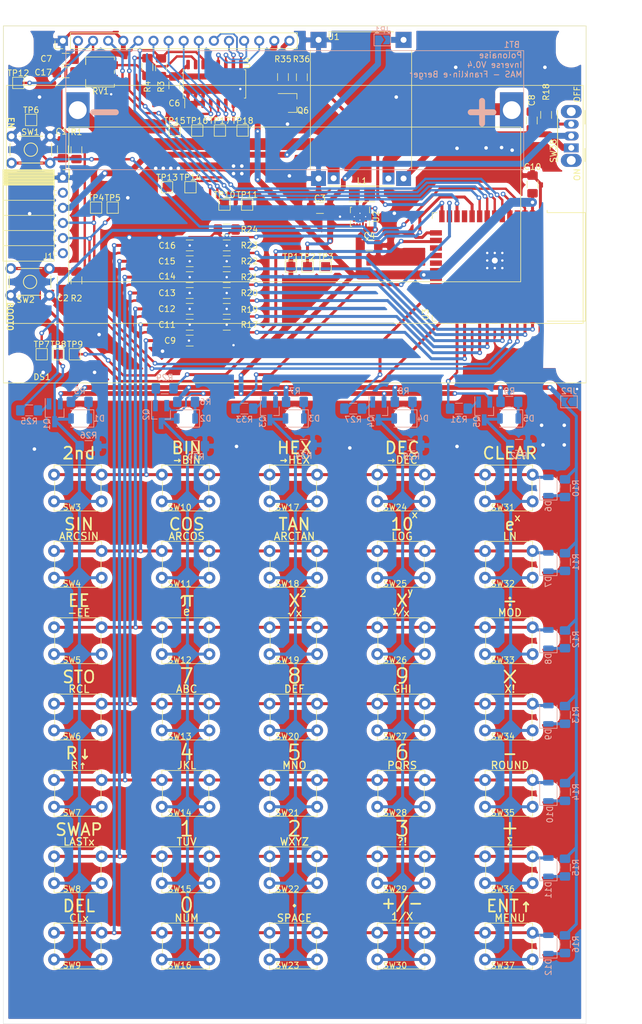
<source format=kicad_pcb>
(kicad_pcb (version 20171130) (host pcbnew "(5.1.2)-1")
  (layers (0 F.Cu signal) (31 B.Cu signal) (34 B.Paste user) (35 F.Paste user) (36 B.SilkS user) (37 F.SilkS user) (38 B.Mask user) (39 F.Mask user) (44 Edge.Cuts user))
  (net 0 "")
  (net 1 GND)
  (net 2 EN)
  (net 3 BOOT0)
  (net 4 +VDC)
  (net 5 +3V3)
  (net 6 COL1)
  (net 7 "Net-(D1-Pad1)")
  (net 8 COL2)
  (net 9 "Net-(D2-Pad1)")
  (net 10 COL3)
  (net 11 "Net-(D3-Pad1)")
  (net 12 COL4)
  (net 13 "Net-(D4-Pad1)")
  (net 14 COL5)
  (net 15 "Net-(D5-Pad1)")
  (net 16 ROW1)
  (net 17 "Net-(D6-Pad1)")
  (net 18 ROW2)
  (net 19 "Net-(D7-Pad1)")
  (net 20 ROW3)
  (net 21 "Net-(D8-Pad1)")
  (net 22 ROW4)
  (net 23 "Net-(D9-Pad1)")
  (net 24 ROW5)
  (net 25 "Net-(D10-Pad1)")
  (net 26 ROW6)
  (net 27 "Net-(D11-Pad1)")
  (net 28 ROW7)
  (net 29 "Net-(D12-Pad1)")
  (net 30 "Net-(DS1-Pad14)")
  (net 31 "Net-(DS1-Pad13)")
  (net 32 "Net-(DS1-Pad12)")
  (net 33 "Net-(DS1-Pad11)")
  (net 34 LCD_E)
  (net 35 LCD_RS)
  (net 36 FTDI_DTR)
  (net 37 FTDI_Rx)
  (net 38 FTDI_Tx)
  (net 39 "Net-(J1-Pad3)")
  (net 40 FTDI_CTS)
  (net 41 +5V)
  (net 42 GNDD)
  (net 43 LCD_SCL)
  (net 44 LCD_SDA)
  (net 45 -BATT)
  (net 46 +BATT)
  (net 47 "Net-(U3-Pad32)")
  (net 48 "Net-(U3-Pad29)")
  (net 49 "Net-(U3-Pad26)")
  (net 50 "Net-(U3-Pad24)")
  (net 51 "Net-(U3-Pad22)")
  (net 52 "Net-(U3-Pad21)")
  (net 53 "Net-(U3-Pad20)")
  (net 54 "Net-(U3-Pad19)")
  (net 55 "Net-(U3-Pad18)")
  (net 56 "Net-(U3-Pad17)")
  (net 57 "Net-(U3-Pad11)")
  (net 58 "Net-(U3-Pad5)")
  (net 59 "Net-(U3-Pad4)")
  (net 60 "Net-(U4-Pad13)")
  (net 61 "Net-(C8-Pad1)")
  (net 62 P_COL1)
  (net 63 P_COL2)
  (net 64 P_COL3)
  (net 65 P_COL4)
  (net 66 P_COL5)
  (net 67 "Net-(R18-Pad1)")
  (net 68 "Net-(Q1-Pad1)")
  (net 69 "Net-(Q2-Pad1)")
  (net 70 "Net-(Q3-Pad1)")
  (net 71 "Net-(Q4-Pad1)")
  (net 72 "Net-(Q5-Pad1)")
  (net 73 LCD_VO)
  (net 74 LCD_D3)
  (net 75 LCD_D2)
  (net 76 LCD_D1)
  (net 77 LCD_D0)
  (net 78 "Net-(DS1-Pad16)")
  (net 79 "Net-(L1-Pad2)")
  (net 80 "Net-(L1-Pad1)")
  (net 81 "Net-(Q6-Pad2)")
  (net 82 "Net-(Q6-Pad1)")
  (net 83 LCD_BKL)
  (module Package_SON:Texas_DRC0010J_ThermalVias (layer F.Cu) (at 112.456 53.848 270)
    (fp_text reference U2 (at 0.02032 -2.7 90) (layer F.SilkS))
    (fp_text value TPS63001)
    (pad 11 thru_hole circle (at 0 -0.95 270) (size 0.5 0.5) (drill 0.2) (layers *.Cu) (net 1 GND))
    (pad 11 thru_hole circle (at 0.575 0 270) (size 0.5 0.5) (drill 0.2) (layers *.Cu) (net 1 GND))
    (pad 11 thru_hole circle (at -0.575 0 270) (size 0.5 0.5) (drill 0.2) (layers *.Cu) (net 1 GND))
    (pad 11 thru_hole circle (at 0 0.95 270) (size 0.5 0.5) (drill 0.2) (layers *.Cu) (net 1 GND))
    (pad 11 smd custom (at 0 0 270) (size 1.65 2.4) (layers F.Cu F.Mask) (net 1 GND) (options (clearance outline) (anchor rect)) (primitives (gr_poly (pts (xy -0.375 -1.1) (xy -0.375 -1.7) (xy -0.125 -1.7) (xy -0.125 -1.1) (xy 0.125 -1.1) (xy 0.125 -1.7) (xy 0.375 -1.7) (xy 0.375 1.7) (xy 0.125 1.7) (xy 0.125 1.1) (xy -0.125 1.1) (xy -0.125 1.7) (xy -0.375 1.7)) (width 0))))
    (pad 10 smd rect (at 1.4 -1 270) (size 0.6 0.24) (layers F.Cu F.Paste F.Mask) (net 5 +3V3))
    (pad 9 smd rect (at 1.4 -0.5 270) (size 0.6 0.24) (layers F.Cu F.Paste F.Mask) (net 1 GND))
    (pad 8 smd rect (at 1.4 0 270) (size 0.6 0.24) (layers F.Cu F.Paste F.Mask) (net 4 +VDC))
    (pad 7 smd rect (at 1.4 0.5 270) (size 0.6 0.24) (layers F.Cu F.Paste F.Mask) (net 4 +VDC))
    (pad 6 smd rect (at 1.4 1 270) (size 0.6 0.24) (layers F.Cu F.Paste F.Mask) (net 4 +VDC))
    (pad 5 smd rect (at -1.4 1 270) (size 0.6 0.24) (layers F.Cu F.Paste F.Mask) (net 4 +VDC))
    (pad 4 smd rect (at -1.4 0.5 270) (size 0.6 0.24) (layers F.Cu F.Paste F.Mask) (net 80 "Net-(L1-Pad1)"))
    (pad 3 smd rect (at -1.4 0 270) (size 0.6 0.24) (layers F.Cu F.Paste F.Mask) (net 1 GND))
    (pad 2 smd rect (at -1.4 -0.5 270) (size 0.6 0.24) (layers F.Cu F.Paste F.Mask) (net 79 "Net-(L1-Pad2)"))
    (pad 1 smd rect (at -1.4 -1 270) (size 0.6 0.24) (layers F.Cu F.Paste F.Mask) (net 5 +3V3))
  )
  (module Resistor_SMD:R_1206_3216Metric_Pad1.42x1.75mm_HandSolder (layer F.Cu) (at 102.6795 30.4165 90)
    (fp_text reference R36 (at 3.048 -0.0635 180) (layer F.SilkS))
    (fp_text value 1[KΩ])
    (pad 2 smd roundrect (at 1.4875 0 90) (size 1.425 1.75) (layers F.Cu F.Paste F.Mask) (roundrect_rratio 0.175439) (net 83 LCD_BKL))
    (pad 1 smd roundrect (at -1.4875 0 90) (size 1.425 1.75) (layers F.Cu F.Paste F.Mask) (roundrect_rratio 0.175439) (net 82 "Net-(Q6-Pad1)"))
  )
  (module Resistor_SMD:R_1206_3216Metric_Pad1.42x1.75mm_HandSolder (layer F.Cu) (at 99.5045 30.38 90)
    (fp_text reference R35 (at 3.0115 0 180) (layer F.SilkS))
    (fp_text value 6[Ω])
    (pad 2 smd roundrect (at 1.4875 0 90) (size 1.425 1.75) (layers F.Cu F.Paste F.Mask) (roundrect_rratio 0.175439) (net 78 "Net-(DS1-Pad16)"))
    (pad 1 smd roundrect (at -1.4875 0 90) (size 1.425 1.75) (layers F.Cu F.Paste F.Mask) (roundrect_rratio 0.175439) (net 81 "Net-(Q6-Pad2)"))
  )
  (module Package_TO_SOT_SMD:SOT-23_Handsoldering (layer F.Cu) (at 101.092 34.7345)
    (fp_text reference Q6 (at 1.778 1.27) (layer F.SilkS))
    (fp_text value BC856B)
    (pad 3 smd rect (at 1.5 0) (size 1.9 0.8) (layers F.Cu F.Paste F.Mask) (net 1 GND))
    (pad 2 smd rect (at -1.5 0.95) (size 1.9 0.8) (layers F.Cu F.Paste F.Mask) (net 81 "Net-(Q6-Pad2)"))
    (pad 1 smd rect (at -1.5 -0.95) (size 1.9 0.8) (layers F.Cu F.Paste F.Mask) (net 82 "Net-(Q6-Pad1)"))
  )
  (module Inductor_SMD:L_Taiyo-Yuden_NR-24xx_HandSoldering (layer F.Cu) (at 112.7935 50.038)
    (fp_text reference L1 (at 0 -2.2) (layer F.SilkS))
    (fp_text value 2.2[μH])
    (pad 2 smd rect (at 1.2875 0) (size 1.825 2.2) (layers F.Cu F.Paste F.Mask) (net 79 "Net-(L1-Pad2)"))
    (pad 1 smd rect (at -1.2875 0) (size 1.825 2.2) (layers F.Cu F.Paste F.Mask) (net 80 "Net-(L1-Pad1)"))
  )
  (module Capacitor_SMD:C_1206_3216Metric_Pad1.42x1.75mm_HandSolder (layer F.Cu) (at 114.046 58.674)
    (fp_text reference C4 (at 0 -1.651) (layer F.SilkS))
    (fp_text value 33[μF])
    (pad 2 smd roundrect (at 1.4875 0) (size 1.425 1.75) (layers F.Cu F.Paste F.Mask) (roundrect_rratio 0.175439) (net 1 GND))
    (pad 1 smd roundrect (at -1.4875 0) (size 1.425 1.75) (layers F.Cu F.Paste F.Mask) (roundrect_rratio 0.175439) (net 5 +3V3))
  )
  (module Capacitor_SMD:C_1206_3216Metric_Pad1.42x1.75mm_HandSolder (layer F.Cu) (at 105.7275 52.3875 180)
    (fp_text reference C3 (at 0 1.651) (layer F.SilkS))
    (fp_text value 10[μF])
    (pad 2 smd roundrect (at 1.4875 0 180) (size 1.425 1.75) (layers F.Cu F.Paste F.Mask) (roundrect_rratio 0.175439) (net 1 GND))
    (pad 1 smd roundrect (at -1.4875 0 180) (size 1.425 1.75) (layers F.Cu F.Paste F.Mask) (roundrect_rratio 0.175439) (net 4 +VDC))
  )
  (module TestPoint:TestPoint_Pad_1.5x1.5mm (layer F.Cu) (at 92.71 39.37)
    (fp_text reference TP18 (at 0 -1.648) (layer F.SilkS))
    (fp_text value LCD_D3)
    (pad 1 smd rect (at 0 0) (size 1.5 1.5) (layers F.Cu F.Mask) (net 74 LCD_D3))
  )
  (module TestPoint:TestPoint_Pad_1.5x1.5mm (layer F.Cu) (at 88.9 39.37)
    (fp_text reference TP17 (at 0 -1.648) (layer F.SilkS))
    (fp_text value LCD_D2)
    (pad 1 smd rect (at 0 0) (size 1.5 1.5) (layers F.Cu F.Mask) (net 75 LCD_D2))
  )
  (module TestPoint:TestPoint_Pad_1.5x1.5mm (layer F.Cu) (at 85.09 39.37)
    (fp_text reference TP16 (at 0 -1.648) (layer F.SilkS))
    (fp_text value LCD_D1)
    (pad 1 smd rect (at 0 0) (size 1.5 1.5) (layers F.Cu F.Mask) (net 76 LCD_D1))
  )
  (module TestPoint:TestPoint_Pad_1.5x1.5mm (layer F.Cu) (at 81.28 39.37)
    (fp_text reference TP15 (at 0 -1.648) (layer F.SilkS))
    (fp_text value LCD_D0)
    (pad 1 smd rect (at 0 0) (size 1.5 1.5) (layers F.Cu F.Mask) (net 77 LCD_D0))
  )
  (module TestPoint:TestPoint_Pad_1.5x1.5mm (layer F.Cu) (at 83.947 48.895)
    (fp_text reference TP14 (at 0 -1.648) (layer F.SilkS))
    (fp_text value LCD_E)
    (pad 1 smd rect (at 0 0) (size 1.5 1.5) (layers F.Cu F.Mask) (net 34 LCD_E))
  )
  (module TestPoint:TestPoint_Pad_1.5x1.5mm (layer F.Cu) (at 80.01 48.895)
    (fp_text reference TP13 (at 0 -1.648) (layer F.SilkS))
    (fp_text value LCD_RS)
    (pad 1 smd rect (at 0 0) (size 1.5 1.5) (layers F.Cu F.Mask) (net 35 LCD_RS))
  )
  (module TestPoint:TestPoint_Pad_1.5x1.5mm (layer F.Cu) (at 54.991 31.369)
    (fp_text reference TP12 (at 0 -1.648) (layer F.SilkS))
    (fp_text value LCD_VO)
    (pad 1 smd rect (at 0 0) (size 1.5 1.5) (layers F.Cu F.Mask) (net 73 LCD_VO))
  )
  (module TestPoint:TestPoint_Pad_1.5x1.5mm (layer F.Cu) (at 93.472 51.816)
    (fp_text reference TP11 (at 0 -1.648) (layer F.SilkS))
    (fp_text value I2C_SDA)
    (pad 1 smd rect (at 0 0) (size 1.5 1.5) (layers F.Cu F.Mask) (net 44 LCD_SDA))
  )
  (module TestPoint:TestPoint_Pad_1.5x1.5mm (layer F.Cu) (at 89.662 51.816)
    (fp_text reference TP10 (at 0 -1.648) (layer F.SilkS))
    (fp_text value I2C_SCL)
    (pad 1 smd rect (at 0 0) (size 1.5 1.5) (layers F.Cu F.Mask) (net 43 LCD_SCL))
  )
  (module TestPoint:TestPoint_Pad_1.5x1.5mm (layer F.Cu) (at 64.516 76.962)
    (fp_text reference TP9 (at 0 -1.648) (layer F.SilkS))
    (fp_text value ROW_1)
    (pad 1 smd rect (at 0 0) (size 1.5 1.5) (layers F.Cu F.Mask) (net 16 ROW1))
  )
  (module TestPoint:TestPoint_Pad_1.5x1.5mm (layer F.Cu) (at 61.722 76.962)
    (fp_text reference TP8 (at 0 -1.648) (layer F.SilkS))
    (fp_text value COL1)
    (pad 1 smd rect (at 0 0) (size 1.5 1.5) (layers F.Cu F.Mask) (net 6 COL1))
  )
  (module TestPoint:TestPoint_Pad_1.5x1.5mm (layer F.Cu) (at 58.928 76.962)
    (fp_text reference TP7 (at 0 -1.648) (layer F.SilkS))
    (fp_text value P_COL1)
    (pad 1 smd rect (at 0 0) (size 1.5 1.5) (layers F.Cu F.Mask) (net 62 P_COL1))
  )
  (module TestPoint:TestPoint_Pad_1.5x1.5mm (layer F.Cu) (at 57.15 37.592)
    (fp_text reference TP6 (at 0 -1.648) (layer F.SilkS))
    (fp_text value EN)
    (pad 1 smd rect (at 0 0) (size 1.5 1.5) (layers F.Cu F.Mask) (net 2 EN))
  )
  (module TestPoint:TestPoint_Pad_1.5x1.5mm (layer F.Cu) (at 70.866 52.324)
    (fp_text reference TP5 (at 0 -1.648) (layer F.SilkS))
    (fp_text value FTDI_Rx)
    (pad 1 smd rect (at 0 0) (size 1.5 1.5) (layers F.Cu F.Mask) (net 37 FTDI_Rx))
  )
  (module TestPoint:TestPoint_Pad_1.5x1.5mm (layer F.Cu) (at 68.072 52.324)
    (fp_text reference TP4 (at 0 -1.648) (layer F.SilkS))
    (fp_text value FTDI_Tx)
    (pad 1 smd rect (at 0 0) (size 1.5 1.5) (layers F.Cu F.Mask) (net 38 FTDI_Tx))
  )
  (module TestPoint:TestPoint_Pad_1.5x1.5mm (layer F.Cu) (at 106.68 62.23)
    (fp_text reference TP3 (at 0 -1.648) (layer F.SilkS))
    (fp_text value 3V3)
    (pad 1 smd rect (at 0 0) (size 1.5 1.5) (layers F.Cu F.Mask) (net 5 +3V3))
  )
  (module TestPoint:TestPoint_Pad_1.5x1.5mm (layer F.Cu) (at 103.632 62.23)
    (fp_text reference TP2 (at 0 -1.648) (layer F.SilkS))
    (fp_text value VDC)
    (pad 1 smd rect (at 0 0) (size 1.5 1.5) (layers F.Cu F.Mask) (net 4 +VDC))
  )
  (module TestPoint:TestPoint_Pad_1.5x1.5mm (layer F.Cu) (at 100.838 62.23)
    (fp_text reference TP1 (at 0 -1.648) (layer F.SilkS))
    (fp_text value GND)
    (pad 1 smd rect (at 0 0) (size 1.5 1.5) (layers F.Cu F.Mask) (net 1 GND))
  )
  (module Resistor_SMD:R_1206_3216Metric_Pad1.42x1.75mm_HandSolder (layer B.Cu) (at 103 92.2)
    (fp_text reference R34 (at 0 1.82) (layer B.SilkS) (effects (justify mirror)))
    (fp_text value 10[KΩ])
    (pad 2 smd roundrect (at 1.4875 0) (size 1.425 1.75) (layers B.Cu B.Paste B.Mask) (roundrect_rratio 0.175439) (net 1 GND))
    (pad 1 smd roundrect (at -1.4875 0) (size 1.425 1.75) (layers B.Cu B.Paste B.Mask) (roundrect_rratio 0.175439) (net 10 COL3))
  )
  (module Resistor_SMD:R_1206_3216Metric_Pad1.42x1.75mm_HandSolder (layer B.Cu) (at 93.0125 86.1)
    (fp_text reference R33 (at 0 1.82) (layer B.SilkS) (effects (justify mirror)))
    (fp_text value 1[KΩ])
    (pad 2 smd roundrect (at 1.4875 0) (size 1.425 1.75) (layers B.Cu B.Paste B.Mask) (roundrect_rratio 0.175439) (net 70 "Net-(Q3-Pad1)"))
    (pad 1 smd roundrect (at -1.4875 0) (size 1.425 1.75) (layers B.Cu B.Paste B.Mask) (roundrect_rratio 0.175439) (net 64 P_COL3))
  )
  (module Resistor_SMD:R_1206_3216Metric_Pad1.42x1.75mm_HandSolder (layer B.Cu) (at 139.2 92.2)
    (fp_text reference R32 (at 0 1.82) (layer B.SilkS) (effects (justify mirror)))
    (fp_text value 10[KΩ])
    (pad 2 smd roundrect (at 1.4875 0) (size 1.425 1.75) (layers B.Cu B.Paste B.Mask) (roundrect_rratio 0.175439) (net 1 GND))
    (pad 1 smd roundrect (at -1.4875 0) (size 1.425 1.75) (layers B.Cu B.Paste B.Mask) (roundrect_rratio 0.175439) (net 14 COL5))
  )
  (module Resistor_SMD:R_1206_3216Metric_Pad1.42x1.75mm_HandSolder (layer B.Cu) (at 129.1 86.1)
    (fp_text reference R31 (at 0 1.82) (layer B.SilkS) (effects (justify mirror)))
    (fp_text value 1[KΩ])
    (pad 2 smd roundrect (at 1.4875 0) (size 1.425 1.75) (layers B.Cu B.Paste B.Mask) (roundrect_rratio 0.175439) (net 72 "Net-(Q5-Pad1)"))
    (pad 1 smd roundrect (at -1.4875 0) (size 1.425 1.75) (layers B.Cu B.Paste B.Mask) (roundrect_rratio 0.175439) (net 66 P_COL5))
  )
  (module Resistor_SMD:R_1206_3216Metric_Pad1.42x1.75mm_HandSolder (layer B.Cu) (at 84.8875 92.4)
    (fp_text reference R30 (at 0 1.82) (layer B.SilkS) (effects (justify mirror)))
    (fp_text value 10[KΩ])
    (pad 2 smd roundrect (at 1.4875 0) (size 1.425 1.75) (layers B.Cu B.Paste B.Mask) (roundrect_rratio 0.175439) (net 1 GND))
    (pad 1 smd roundrect (at -1.4875 0) (size 1.425 1.75) (layers B.Cu B.Paste B.Mask) (roundrect_rratio 0.175439) (net 8 COL2))
  )
  (module Resistor_SMD:R_1206_3216Metric_Pad1.42x1.75mm_HandSolder (layer B.Cu) (at 79.6125 82.7 180)
    (fp_text reference R29 (at 0 1.82) (layer B.SilkS) (effects (justify mirror)))
    (fp_text value 1[KΩ])
    (pad 2 smd roundrect (at 1.4875 0 180) (size 1.425 1.75) (layers B.Cu B.Paste B.Mask) (roundrect_rratio 0.175439) (net 69 "Net-(Q2-Pad1)"))
    (pad 1 smd roundrect (at -1.4875 0 180) (size 1.425 1.75) (layers B.Cu B.Paste B.Mask) (roundrect_rratio 0.175439) (net 63 P_COL2))
  )
  (module Resistor_SMD:R_1206_3216Metric_Pad1.42x1.75mm_HandSolder (layer B.Cu) (at 121.1 92.3)
    (fp_text reference R28 (at 0 1.82) (layer B.SilkS) (effects (justify mirror)))
    (fp_text value 10[KΩ])
    (pad 2 smd roundrect (at 1.4875 0) (size 1.425 1.75) (layers B.Cu B.Paste B.Mask) (roundrect_rratio 0.175439) (net 1 GND))
    (pad 1 smd roundrect (at -1.4875 0) (size 1.425 1.75) (layers B.Cu B.Paste B.Mask) (roundrect_rratio 0.175439) (net 12 COL4))
  )
  (module Resistor_SMD:R_1206_3216Metric_Pad1.42x1.75mm_HandSolder (layer B.Cu) (at 111.3125 86.1)
    (fp_text reference R27 (at 0 1.82) (layer B.SilkS) (effects (justify mirror)))
    (fp_text value 1[KΩ])
    (pad 2 smd roundrect (at 1.4875 0) (size 1.425 1.75) (layers B.Cu B.Paste B.Mask) (roundrect_rratio 0.175439) (net 71 "Net-(Q4-Pad1)"))
    (pad 1 smd roundrect (at -1.4875 0) (size 1.425 1.75) (layers B.Cu B.Paste B.Mask) (roundrect_rratio 0.175439) (net 65 P_COL4))
  )
  (module Resistor_SMD:R_1206_3216Metric_Pad1.42x1.75mm_HandSolder (layer B.Cu) (at 66.8 92.4)
    (fp_text reference R26 (at 0.0125 -1.8) (layer B.SilkS) (effects (justify mirror)))
    (fp_text value 10[KΩ])
    (pad 2 smd roundrect (at 1.4875 0) (size 1.425 1.75) (layers B.Cu B.Paste B.Mask) (roundrect_rratio 0.175439) (net 1 GND))
    (pad 1 smd roundrect (at -1.4875 0) (size 1.425 1.75) (layers B.Cu B.Paste B.Mask) (roundrect_rratio 0.175439) (net 6 COL1))
  )
  (module Resistor_SMD:R_1206_3216Metric_Pad1.42x1.75mm_HandSolder (layer B.Cu) (at 56.8125 86.4)
    (fp_text reference R25 (at 0 1.82) (layer B.SilkS) (effects (justify mirror)))
    (fp_text value 1[KΩ])
    (pad 2 smd roundrect (at 1.4875 0) (size 1.425 1.75) (layers B.Cu B.Paste B.Mask) (roundrect_rratio 0.175439) (net 68 "Net-(Q1-Pad1)"))
    (pad 1 smd roundrect (at -1.4875 0) (size 1.425 1.75) (layers B.Cu B.Paste B.Mask) (roundrect_rratio 0.175439) (net 62 P_COL1))
  )
  (module Package_TO_SOT_SMD:SOT-23_Handsoldering (layer B.Cu) (at 133.35 86.5 270)
    (fp_text reference Q5 (at 1.8 1.25 90) (layer B.SilkS) (effects (justify mirror)))
    (fp_text value BC856B)
    (pad 3 smd rect (at 1.5 0 270) (size 1.9 0.8) (layers B.Cu B.Paste B.Mask) (net 14 COL5))
    (pad 2 smd rect (at -1.5 -0.95 270) (size 1.9 0.8) (layers B.Cu B.Paste B.Mask) (net 5 +3V3))
    (pad 1 smd rect (at -1.5 0.95 270) (size 1.9 0.8) (layers B.Cu B.Paste B.Mask) (net 72 "Net-(Q5-Pad1)"))
  )
  (module Package_TO_SOT_SMD:SOT-23_Handsoldering (layer B.Cu) (at 115.55 86.5 270)
    (fp_text reference Q4 (at 1.8 1.25 90) (layer B.SilkS) (effects (justify mirror)))
    (fp_text value BC856B)
    (pad 3 smd rect (at 1.5 0 270) (size 1.9 0.8) (layers B.Cu B.Paste B.Mask) (net 12 COL4))
    (pad 2 smd rect (at -1.5 -0.95 270) (size 1.9 0.8) (layers B.Cu B.Paste B.Mask) (net 5 +3V3))
    (pad 1 smd rect (at -1.5 0.95 270) (size 1.9 0.8) (layers B.Cu B.Paste B.Mask) (net 71 "Net-(Q4-Pad1)"))
  )
  (module Package_TO_SOT_SMD:SOT-23_Handsoldering (layer B.Cu) (at 97.3 86.5 270)
    (fp_text reference Q3 (at 1.8 1.2 90) (layer B.SilkS) (effects (justify mirror)))
    (fp_text value BC856B)
    (pad 3 smd rect (at 1.5 0 270) (size 1.9 0.8) (layers B.Cu B.Paste B.Mask) (net 10 COL3))
    (pad 2 smd rect (at -1.5 -0.95 270) (size 1.9 0.8) (layers B.Cu B.Paste B.Mask) (net 5 +3V3))
    (pad 1 smd rect (at -1.5 0.95 270) (size 1.9 0.8) (layers B.Cu B.Paste B.Mask) (net 70 "Net-(Q3-Pad1)"))
  )
  (module Package_TO_SOT_SMD:SOT-23_Handsoldering (layer B.Cu) (at 79 87.1 270)
    (fp_text reference Q2 (at 0 2.5 90) (layer B.SilkS) (effects (justify mirror)))
    (fp_text value BC856B)
    (pad 3 smd rect (at 1.5 0 270) (size 1.9 0.8) (layers B.Cu B.Paste B.Mask) (net 8 COL2))
    (pad 2 smd rect (at -1.5 -0.95 270) (size 1.9 0.8) (layers B.Cu B.Paste B.Mask) (net 5 +3V3))
    (pad 1 smd rect (at -1.5 0.95 270) (size 1.9 0.8) (layers B.Cu B.Paste B.Mask) (net 69 "Net-(Q2-Pad1)"))
  )
  (module Package_TO_SOT_SMD:SOT-23_Handsoldering (layer B.Cu) (at 61.1 86.8 270)
    (fp_text reference Q1 (at 1.9 1.3 90) (layer B.SilkS) (effects (justify mirror)))
    (fp_text value BC856B)
    (pad 3 smd rect (at 1.5 0 270) (size 1.9 0.8) (layers B.Cu B.Paste B.Mask) (net 6 COL1))
    (pad 2 smd rect (at -1.5 -0.95 270) (size 1.9 0.8) (layers B.Cu B.Paste B.Mask) (net 5 +3V3))
    (pad 1 smd rect (at -1.5 0.95 270) (size 1.9 0.8) (layers B.Cu B.Paste B.Mask) (net 68 "Net-(Q1-Pad1)"))
  )
  (module Capacitor_SMD:C_1206_3216Metric_Pad1.42x1.75mm_HandSolder (layer F.Cu) (at 62.9555 29.591)
    (fp_text reference C17 (at -3.7735 0) (layer F.SilkS))
    (fp_text value 100[nF])
    (pad 2 smd roundrect (at 1.4875 0) (size 1.425 1.75) (layers F.Cu F.Paste F.Mask) (roundrect_rratio 0.175439) (net 73 LCD_VO))
    (pad 1 smd roundrect (at -1.4875 0) (size 1.425 1.75) (layers F.Cu F.Paste F.Mask) (roundrect_rratio 0.175439) (net 1 GND))
  )
  (module Resistor_SMD:R_1206_3216Metric_Pad1.42x1.75mm_HandSolder (layer F.Cu) (at 90.043 56.007)
    (fp_text reference R24 (at 3.81 0) (layer F.SilkS))
    (fp_text value 10[KΩ])
    (pad 2 smd roundrect (at 1.4875 0) (size 1.425 1.75) (layers F.Cu F.Paste F.Mask) (roundrect_rratio 0.175439) (net 1 GND))
    (pad 1 smd roundrect (at -1.4875 0) (size 1.425 1.75) (layers F.Cu F.Paste F.Mask) (roundrect_rratio 0.175439) (net 28 ROW7))
  )
  (module Resistor_SMD:R_1206_3216Metric_Pad1.42x1.75mm_HandSolder (layer F.Cu) (at 90.043 58.674)
    (fp_text reference R23 (at 3.81 0) (layer F.SilkS))
    (fp_text value 10[KΩ])
    (pad 2 smd roundrect (at 1.4875 0) (size 1.425 1.75) (layers F.Cu F.Paste F.Mask) (roundrect_rratio 0.175439) (net 1 GND))
    (pad 1 smd roundrect (at -1.4875 0) (size 1.425 1.75) (layers F.Cu F.Paste F.Mask) (roundrect_rratio 0.175439) (net 26 ROW6))
  )
  (module Resistor_SMD:R_1206_3216Metric_Pad1.42x1.75mm_HandSolder (layer F.Cu) (at 90.043 61.341)
    (fp_text reference R22 (at 3.81 0) (layer F.SilkS))
    (fp_text value 10[KΩ])
    (pad 2 smd roundrect (at 1.4875 0) (size 1.425 1.75) (layers F.Cu F.Paste F.Mask) (roundrect_rratio 0.175439) (net 1 GND))
    (pad 1 smd roundrect (at -1.4875 0) (size 1.425 1.75) (layers F.Cu F.Paste F.Mask) (roundrect_rratio 0.175439) (net 24 ROW5))
  )
  (module Resistor_SMD:R_1206_3216Metric_Pad1.42x1.75mm_HandSolder (layer F.Cu) (at 90.043 64.008)
    (fp_text reference R21 (at 3.81 0) (layer F.SilkS))
    (fp_text value 10[KΩ])
    (pad 2 smd roundrect (at 1.4875 0) (size 1.425 1.75) (layers F.Cu F.Paste F.Mask) (roundrect_rratio 0.175439) (net 1 GND))
    (pad 1 smd roundrect (at -1.4875 0) (size 1.425 1.75) (layers F.Cu F.Paste F.Mask) (roundrect_rratio 0.175439) (net 22 ROW4))
  )
  (module Resistor_SMD:R_1206_3216Metric_Pad1.42x1.75mm_HandSolder (layer F.Cu) (at 90.043 66.675)
    (fp_text reference R20 (at 3.81 0) (layer F.SilkS))
    (fp_text value 10[KΩ])
    (pad 2 smd roundrect (at 1.4875 0) (size 1.425 1.75) (layers F.Cu F.Paste F.Mask) (roundrect_rratio 0.175439) (net 1 GND))
    (pad 1 smd roundrect (at -1.4875 0) (size 1.425 1.75) (layers F.Cu F.Paste F.Mask) (roundrect_rratio 0.175439) (net 20 ROW3))
  )
  (module Resistor_SMD:R_1206_3216Metric_Pad1.42x1.75mm_HandSolder (layer F.Cu) (at 90.043 69.342)
    (fp_text reference R19 (at 3.81 0.127) (layer F.SilkS))
    (fp_text value 10[KΩ])
    (pad 2 smd roundrect (at 1.4875 0) (size 1.425 1.75) (layers F.Cu F.Paste F.Mask) (roundrect_rratio 0.175439) (net 1 GND))
    (pad 1 smd roundrect (at -1.4875 0) (size 1.425 1.75) (layers F.Cu F.Paste F.Mask) (roundrect_rratio 0.175439) (net 18 ROW2))
  )
  (module Resistor_SMD:R_1206_3216Metric_Pad1.42x1.75mm_HandSolder (layer F.Cu) (at 143.764 36.7395 90)
    (fp_text reference R18 (at 3.8465 0 90) (layer F.SilkS))
    (fp_text value 10[KΩ])
    (pad 2 smd roundrect (at 1.4875 0 90) (size 1.425 1.75) (layers F.Cu F.Paste F.Mask) (roundrect_rratio 0.175439) (net 1 GND))
    (pad 1 smd roundrect (at -1.4875 0 90) (size 1.425 1.75) (layers F.Cu F.Paste F.Mask) (roundrect_rratio 0.175439) (net 67 "Net-(R18-Pad1)"))
  )
  (module Resistor_SMD:R_1206_3216Metric_Pad1.42x1.75mm_HandSolder (layer F.Cu) (at 90.043 72.009)
    (fp_text reference R17 (at 3.81 0) (layer F.SilkS))
    (fp_text value 10[KΩ])
    (pad 2 smd roundrect (at 1.4875 0) (size 1.425 1.75) (layers F.Cu F.Paste F.Mask) (roundrect_rratio 0.175439) (net 1 GND))
    (pad 1 smd roundrect (at -1.4875 0) (size 1.425 1.75) (layers F.Cu F.Paste F.Mask) (roundrect_rratio 0.175439) (net 16 ROW1))
  )
  (module Capacitor_SMD:C_1206_3216Metric_Pad1.42x1.75mm_HandSolder (layer F.Cu) (at 83.82 58.674)
    (fp_text reference C16 (at -3.791 0.024) (layer F.SilkS))
    (fp_text value 100[nF])
    (pad 2 smd roundrect (at 1.4875 0) (size 1.425 1.75) (layers F.Cu F.Paste F.Mask) (roundrect_rratio 0.175439) (net 1 GND))
    (pad 1 smd roundrect (at -1.4875 0) (size 1.425 1.75) (layers F.Cu F.Paste F.Mask) (roundrect_rratio 0.175439) (net 28 ROW7))
  )
  (module Capacitor_SMD:C_1206_3216Metric_Pad1.42x1.75mm_HandSolder (layer F.Cu) (at 83.82 61.341)
    (fp_text reference C15 (at -3.8465 0) (layer F.SilkS))
    (fp_text value 100[nF])
    (pad 2 smd roundrect (at 1.4875 0) (size 1.425 1.75) (layers F.Cu F.Paste F.Mask) (roundrect_rratio 0.175439) (net 1 GND))
    (pad 1 smd roundrect (at -1.4875 0) (size 1.425 1.75) (layers F.Cu F.Paste F.Mask) (roundrect_rratio 0.175439) (net 26 ROW6))
  )
  (module Capacitor_SMD:C_1206_3216Metric_Pad1.42x1.75mm_HandSolder (layer F.Cu) (at 83.82 64.008)
    (fp_text reference C14 (at -3.81 -0.127) (layer F.SilkS))
    (fp_text value 100[nF])
    (pad 2 smd roundrect (at 1.4875 0) (size 1.425 1.75) (layers F.Cu F.Paste F.Mask) (roundrect_rratio 0.175439) (net 1 GND))
    (pad 1 smd roundrect (at -1.4875 0) (size 1.425 1.75) (layers F.Cu F.Paste F.Mask) (roundrect_rratio 0.175439) (net 24 ROW5))
  )
  (module Capacitor_SMD:C_1206_3216Metric_Pad1.42x1.75mm_HandSolder (layer F.Cu) (at 83.82 66.675)
    (fp_text reference C13 (at -3.81 0) (layer F.SilkS))
    (fp_text value 100[nF])
    (pad 2 smd roundrect (at 1.4875 0) (size 1.425 1.75) (layers F.Cu F.Paste F.Mask) (roundrect_rratio 0.175439) (net 1 GND))
    (pad 1 smd roundrect (at -1.4875 0) (size 1.425 1.75) (layers F.Cu F.Paste F.Mask) (roundrect_rratio 0.175439) (net 22 ROW4))
  )
  (module Capacitor_SMD:C_1206_3216Metric_Pad1.42x1.75mm_HandSolder (layer F.Cu) (at 83.82 69.342)
    (fp_text reference C12 (at -3.8465 0) (layer F.SilkS))
    (fp_text value 100[nF])
    (pad 2 smd roundrect (at 1.4875 0) (size 1.425 1.75) (layers F.Cu F.Paste F.Mask) (roundrect_rratio 0.175439) (net 1 GND))
    (pad 1 smd roundrect (at -1.4875 0) (size 1.425 1.75) (layers F.Cu F.Paste F.Mask) (roundrect_rratio 0.175439) (net 20 ROW3))
  )
  (module Capacitor_SMD:C_1206_3216Metric_Pad1.42x1.75mm_HandSolder (layer F.Cu) (at 83.82 72.009)
    (fp_text reference C11 (at -3.81 0) (layer F.SilkS))
    (fp_text value 100[nF])
    (pad 2 smd roundrect (at 1.4875 0) (size 1.425 1.75) (layers F.Cu F.Paste F.Mask) (roundrect_rratio 0.175439) (net 1 GND))
    (pad 1 smd roundrect (at -1.4875 0) (size 1.425 1.75) (layers F.Cu F.Paste F.Mask) (roundrect_rratio 0.175439) (net 18 ROW2))
  )
  (module Capacitor_SMD:C_1206_3216Metric_Pad1.42x1.75mm_HandSolder (layer F.Cu) (at 141.478 48.4235 270)
    (fp_text reference C10 (at -2.9575 0 180) (layer F.SilkS))
    (fp_text value 100[nF])
    (pad 2 smd roundrect (at 1.4875 0 270) (size 1.425 1.75) (layers F.Cu F.Paste F.Mask) (roundrect_rratio 0.175439) (net 5 +3V3))
    (pad 1 smd roundrect (at -1.4875 0 270) (size 1.425 1.75) (layers F.Cu F.Paste F.Mask) (roundrect_rratio 0.175439) (net 1 GND))
  )
  (module Capacitor_SMD:C_1206_3216Metric_Pad1.42x1.75mm_HandSolder (layer F.Cu) (at 83.82 74.676)
    (fp_text reference C9 (at -3.302 0) (layer F.SilkS))
    (fp_text value 100[nF])
    (pad 2 smd roundrect (at 1.4875 0) (size 1.425 1.75) (layers F.Cu F.Paste F.Mask) (roundrect_rratio 0.175439) (net 1 GND))
    (pad 1 smd roundrect (at -1.4875 0) (size 1.425 1.75) (layers F.Cu F.Paste F.Mask) (roundrect_rratio 0.175439) (net 16 ROW1))
  )
  (module Button_Switch_THT:SW_G77 (layer F.Cu) (at 133.489 178.675)
    (fp_text reference SW37 (at 3 1) (layer F.SilkS))
    (fp_text value G77)
    (pad 2 thru_hole circle (at 8 -4.5 90) (size 2 2) (drill 1) (layers *.Cu *.Mask) (net 28 ROW7))
    (pad 1 thru_hole circle (at 8 0 90) (size 2 2) (drill 1) (layers *.Cu *.Mask) (net 14 COL5))
    (pad 2 thru_hole circle (at 0 -4.5 90) (size 2 2) (drill 1) (layers *.Cu *.Mask) (net 28 ROW7))
    (pad 1 thru_hole circle (at 0 0 90) (size 2 2) (drill 1) (layers *.Cu *.Mask) (net 14 COL5))
  )
  (module Button_Switch_THT:SW_G77 (layer F.Cu) (at 133.489 165.845)
    (fp_text reference SW36 (at 3 1) (layer F.SilkS))
    (fp_text value G77)
    (pad 2 thru_hole circle (at 8 -4.5 90) (size 2 2) (drill 1) (layers *.Cu *.Mask) (net 26 ROW6))
    (pad 1 thru_hole circle (at 8 0 90) (size 2 2) (drill 1) (layers *.Cu *.Mask) (net 14 COL5))
    (pad 2 thru_hole circle (at 0 -4.5 90) (size 2 2) (drill 1) (layers *.Cu *.Mask) (net 26 ROW6))
    (pad 1 thru_hole circle (at 0 0 90) (size 2 2) (drill 1) (layers *.Cu *.Mask) (net 14 COL5))
  )
  (module Button_Switch_THT:SW_G77 (layer F.Cu) (at 133.489 153.015)
    (fp_text reference SW35 (at 3 1) (layer F.SilkS))
    (fp_text value G77)
    (pad 2 thru_hole circle (at 8 -4.5 90) (size 2 2) (drill 1) (layers *.Cu *.Mask) (net 24 ROW5))
    (pad 1 thru_hole circle (at 8 0 90) (size 2 2) (drill 1) (layers *.Cu *.Mask) (net 14 COL5))
    (pad 2 thru_hole circle (at 0 -4.5 90) (size 2 2) (drill 1) (layers *.Cu *.Mask) (net 24 ROW5))
    (pad 1 thru_hole circle (at 0 0 90) (size 2 2) (drill 1) (layers *.Cu *.Mask) (net 14 COL5))
  )
  (module Button_Switch_THT:SW_G77 (layer F.Cu) (at 133.489 140.185)
    (fp_text reference SW34 (at 3 1) (layer F.SilkS))
    (fp_text value G77)
    (pad 2 thru_hole circle (at 8 -4.5 90) (size 2 2) (drill 1) (layers *.Cu *.Mask) (net 22 ROW4))
    (pad 1 thru_hole circle (at 8 0 90) (size 2 2) (drill 1) (layers *.Cu *.Mask) (net 14 COL5))
    (pad 2 thru_hole circle (at 0 -4.5 90) (size 2 2) (drill 1) (layers *.Cu *.Mask) (net 22 ROW4))
    (pad 1 thru_hole circle (at 0 0 90) (size 2 2) (drill 1) (layers *.Cu *.Mask) (net 14 COL5))
  )
  (module Button_Switch_THT:SW_G77 (layer F.Cu) (at 133.489 127.355)
    (fp_text reference SW33 (at 3 1) (layer F.SilkS))
    (fp_text value G77)
    (pad 2 thru_hole circle (at 8 -4.5 90) (size 2 2) (drill 1) (layers *.Cu *.Mask) (net 20 ROW3))
    (pad 1 thru_hole circle (at 8 0 90) (size 2 2) (drill 1) (layers *.Cu *.Mask) (net 14 COL5))
    (pad 2 thru_hole circle (at 0 -4.5 90) (size 2 2) (drill 1) (layers *.Cu *.Mask) (net 20 ROW3))
    (pad 1 thru_hole circle (at 0 0 90) (size 2 2) (drill 1) (layers *.Cu *.Mask) (net 14 COL5))
  )
  (module Button_Switch_THT:SW_G77 (layer F.Cu) (at 133.489 114.525)
    (fp_text reference SW32 (at 3 1) (layer F.SilkS))
    (fp_text value G77)
    (pad 2 thru_hole circle (at 8 -4.5 90) (size 2 2) (drill 1) (layers *.Cu *.Mask) (net 18 ROW2))
    (pad 1 thru_hole circle (at 8 0 90) (size 2 2) (drill 1) (layers *.Cu *.Mask) (net 14 COL5))
    (pad 2 thru_hole circle (at 0 -4.5 90) (size 2 2) (drill 1) (layers *.Cu *.Mask) (net 18 ROW2))
    (pad 1 thru_hole circle (at 0 0 90) (size 2 2) (drill 1) (layers *.Cu *.Mask) (net 14 COL5))
  )
  (module Button_Switch_THT:SW_G77 (layer F.Cu) (at 133.489 101.695)
    (fp_text reference SW31 (at 3 1) (layer F.SilkS))
    (fp_text value G77)
    (pad 2 thru_hole circle (at 8 -4.5 90) (size 2 2) (drill 1) (layers *.Cu *.Mask) (net 16 ROW1))
    (pad 1 thru_hole circle (at 8 0 90) (size 2 2) (drill 1) (layers *.Cu *.Mask) (net 14 COL5))
    (pad 2 thru_hole circle (at 0 -4.5 90) (size 2 2) (drill 1) (layers *.Cu *.Mask) (net 16 ROW1))
    (pad 1 thru_hole circle (at 0 0 90) (size 2 2) (drill 1) (layers *.Cu *.Mask) (net 14 COL5))
  )
  (module Button_Switch_THT:SW_G77 (layer F.Cu) (at 115.369 178.675)
    (fp_text reference SW30 (at 3 1) (layer F.SilkS))
    (fp_text value G77)
    (pad 2 thru_hole circle (at 8 -4.5 90) (size 2 2) (drill 1) (layers *.Cu *.Mask) (net 28 ROW7))
    (pad 1 thru_hole circle (at 8 0 90) (size 2 2) (drill 1) (layers *.Cu *.Mask) (net 12 COL4))
    (pad 2 thru_hole circle (at 0 -4.5 90) (size 2 2) (drill 1) (layers *.Cu *.Mask) (net 28 ROW7))
    (pad 1 thru_hole circle (at 0 0 90) (size 2 2) (drill 1) (layers *.Cu *.Mask) (net 12 COL4))
  )
  (module Button_Switch_THT:SW_G77 (layer F.Cu) (at 115.369 165.845)
    (fp_text reference SW29 (at 3 1) (layer F.SilkS))
    (fp_text value G77)
    (pad 2 thru_hole circle (at 8 -4.5 90) (size 2 2) (drill 1) (layers *.Cu *.Mask) (net 26 ROW6))
    (pad 1 thru_hole circle (at 8 0 90) (size 2 2) (drill 1) (layers *.Cu *.Mask) (net 12 COL4))
    (pad 2 thru_hole circle (at 0 -4.5 90) (size 2 2) (drill 1) (layers *.Cu *.Mask) (net 26 ROW6))
    (pad 1 thru_hole circle (at 0 0 90) (size 2 2) (drill 1) (layers *.Cu *.Mask) (net 12 COL4))
  )
  (module Button_Switch_THT:SW_G77 (layer F.Cu) (at 115.369 153.015)
    (fp_text reference SW28 (at 3 1) (layer F.SilkS))
    (fp_text value G77)
    (pad 2 thru_hole circle (at 8 -4.5 90) (size 2 2) (drill 1) (layers *.Cu *.Mask) (net 24 ROW5))
    (pad 1 thru_hole circle (at 8 0 90) (size 2 2) (drill 1) (layers *.Cu *.Mask) (net 12 COL4))
    (pad 2 thru_hole circle (at 0 -4.5 90) (size 2 2) (drill 1) (layers *.Cu *.Mask) (net 24 ROW5))
    (pad 1 thru_hole circle (at 0 0 90) (size 2 2) (drill 1) (layers *.Cu *.Mask) (net 12 COL4))
  )
  (module Button_Switch_THT:SW_G77 (layer F.Cu) (at 115.369 140.185)
    (fp_text reference SW27 (at 3 1) (layer F.SilkS))
    (fp_text value G77)
    (pad 2 thru_hole circle (at 8 -4.5 90) (size 2 2) (drill 1) (layers *.Cu *.Mask) (net 22 ROW4))
    (pad 1 thru_hole circle (at 8 0 90) (size 2 2) (drill 1) (layers *.Cu *.Mask) (net 12 COL4))
    (pad 2 thru_hole circle (at 0 -4.5 90) (size 2 2) (drill 1) (layers *.Cu *.Mask) (net 22 ROW4))
    (pad 1 thru_hole circle (at 0 0 90) (size 2 2) (drill 1) (layers *.Cu *.Mask) (net 12 COL4))
  )
  (module Button_Switch_THT:SW_G77 (layer F.Cu) (at 115.369 127.355)
    (fp_text reference SW26 (at 3 1) (layer F.SilkS))
    (fp_text value G77)
    (pad 2 thru_hole circle (at 8 -4.5 90) (size 2 2) (drill 1) (layers *.Cu *.Mask) (net 20 ROW3))
    (pad 1 thru_hole circle (at 8 0 90) (size 2 2) (drill 1) (layers *.Cu *.Mask) (net 12 COL4))
    (pad 2 thru_hole circle (at 0 -4.5 90) (size 2 2) (drill 1) (layers *.Cu *.Mask) (net 20 ROW3))
    (pad 1 thru_hole circle (at 0 0 90) (size 2 2) (drill 1) (layers *.Cu *.Mask) (net 12 COL4))
  )
  (module Button_Switch_THT:SW_G77 (layer F.Cu) (at 115.369 114.525)
    (fp_text reference SW25 (at 3 1) (layer F.SilkS))
    (fp_text value G77)
    (pad 2 thru_hole circle (at 8 -4.5 90) (size 2 2) (drill 1) (layers *.Cu *.Mask) (net 18 ROW2))
    (pad 1 thru_hole circle (at 8 0 90) (size 2 2) (drill 1) (layers *.Cu *.Mask) (net 12 COL4))
    (pad 2 thru_hole circle (at 0 -4.5 90) (size 2 2) (drill 1) (layers *.Cu *.Mask) (net 18 ROW2))
    (pad 1 thru_hole circle (at 0 0 90) (size 2 2) (drill 1) (layers *.Cu *.Mask) (net 12 COL4))
  )
  (module Button_Switch_THT:SW_G77 (layer F.Cu) (at 115.369 101.695)
    (fp_text reference SW24 (at 3 1) (layer F.SilkS))
    (fp_text value G77)
    (pad 2 thru_hole circle (at 8 -4.5 90) (size 2 2) (drill 1) (layers *.Cu *.Mask) (net 16 ROW1))
    (pad 1 thru_hole circle (at 8 0 90) (size 2 2) (drill 1) (layers *.Cu *.Mask) (net 12 COL4))
    (pad 2 thru_hole circle (at 0 -4.5 90) (size 2 2) (drill 1) (layers *.Cu *.Mask) (net 16 ROW1))
    (pad 1 thru_hole circle (at 0 0 90) (size 2 2) (drill 1) (layers *.Cu *.Mask) (net 12 COL4))
  )
  (module Button_Switch_THT:SW_G77 (layer F.Cu) (at 97.249 178.675)
    (fp_text reference SW23 (at 3 1) (layer F.SilkS))
    (fp_text value G77)
    (pad 2 thru_hole circle (at 8 -4.5 90) (size 2 2) (drill 1) (layers *.Cu *.Mask) (net 28 ROW7))
    (pad 1 thru_hole circle (at 8 0 90) (size 2 2) (drill 1) (layers *.Cu *.Mask) (net 10 COL3))
    (pad 2 thru_hole circle (at 0 -4.5 90) (size 2 2) (drill 1) (layers *.Cu *.Mask) (net 28 ROW7))
    (pad 1 thru_hole circle (at 0 0 90) (size 2 2) (drill 1) (layers *.Cu *.Mask) (net 10 COL3))
  )
  (module Button_Switch_THT:SW_G77 (layer F.Cu) (at 97.249 165.845)
    (fp_text reference SW22 (at 3 1) (layer F.SilkS))
    (fp_text value G77)
    (pad 2 thru_hole circle (at 8 -4.5 90) (size 2 2) (drill 1) (layers *.Cu *.Mask) (net 26 ROW6))
    (pad 1 thru_hole circle (at 8 0 90) (size 2 2) (drill 1) (layers *.Cu *.Mask) (net 10 COL3))
    (pad 2 thru_hole circle (at 0 -4.5 90) (size 2 2) (drill 1) (layers *.Cu *.Mask) (net 26 ROW6))
    (pad 1 thru_hole circle (at 0 0 90) (size 2 2) (drill 1) (layers *.Cu *.Mask) (net 10 COL3))
  )
  (module Button_Switch_THT:SW_G77 (layer F.Cu) (at 97.249 153.015)
    (fp_text reference SW21 (at 3 1) (layer F.SilkS))
    (fp_text value G77)
    (pad 2 thru_hole circle (at 8 -4.5 90) (size 2 2) (drill 1) (layers *.Cu *.Mask) (net 24 ROW5))
    (pad 1 thru_hole circle (at 8 0 90) (size 2 2) (drill 1) (layers *.Cu *.Mask) (net 10 COL3))
    (pad 2 thru_hole circle (at 0 -4.5 90) (size 2 2) (drill 1) (layers *.Cu *.Mask) (net 24 ROW5))
    (pad 1 thru_hole circle (at 0 0 90) (size 2 2) (drill 1) (layers *.Cu *.Mask) (net 10 COL3))
  )
  (module Button_Switch_THT:SW_G77 (layer F.Cu) (at 97.249 140.185)
    (fp_text reference SW20 (at 3 1) (layer F.SilkS))
    (fp_text value G77)
    (pad 2 thru_hole circle (at 8 -4.5 90) (size 2 2) (drill 1) (layers *.Cu *.Mask) (net 22 ROW4))
    (pad 1 thru_hole circle (at 8 0 90) (size 2 2) (drill 1) (layers *.Cu *.Mask) (net 10 COL3))
    (pad 2 thru_hole circle (at 0 -4.5 90) (size 2 2) (drill 1) (layers *.Cu *.Mask) (net 22 ROW4))
    (pad 1 thru_hole circle (at 0 0 90) (size 2 2) (drill 1) (layers *.Cu *.Mask) (net 10 COL3))
  )
  (module Button_Switch_THT:SW_G77 (layer F.Cu) (at 97.249 127.355)
    (fp_text reference SW19 (at 3 1) (layer F.SilkS))
    (fp_text value G77)
    (pad 2 thru_hole circle (at 8 -4.5 90) (size 2 2) (drill 1) (layers *.Cu *.Mask) (net 20 ROW3))
    (pad 1 thru_hole circle (at 8 0 90) (size 2 2) (drill 1) (layers *.Cu *.Mask) (net 10 COL3))
    (pad 2 thru_hole circle (at 0 -4.5 90) (size 2 2) (drill 1) (layers *.Cu *.Mask) (net 20 ROW3))
    (pad 1 thru_hole circle (at 0 0 90) (size 2 2) (drill 1) (layers *.Cu *.Mask) (net 10 COL3))
  )
  (module Button_Switch_THT:SW_G77 (layer F.Cu) (at 97.249 114.525)
    (fp_text reference SW18 (at 3 1) (layer F.SilkS))
    (fp_text value G77)
    (pad 2 thru_hole circle (at 8 -4.5 90) (size 2 2) (drill 1) (layers *.Cu *.Mask) (net 18 ROW2))
    (pad 1 thru_hole circle (at 8 0 90) (size 2 2) (drill 1) (layers *.Cu *.Mask) (net 10 COL3))
    (pad 2 thru_hole circle (at 0 -4.5 90) (size 2 2) (drill 1) (layers *.Cu *.Mask) (net 18 ROW2))
    (pad 1 thru_hole circle (at 0 0 90) (size 2 2) (drill 1) (layers *.Cu *.Mask) (net 10 COL3))
  )
  (module Button_Switch_THT:SW_G77 (layer F.Cu) (at 97.249 101.695)
    (fp_text reference SW17 (at 3 1) (layer F.SilkS))
    (fp_text value G77)
    (pad 2 thru_hole circle (at 8 -4.5 90) (size 2 2) (drill 1) (layers *.Cu *.Mask) (net 16 ROW1))
    (pad 1 thru_hole circle (at 8 0 90) (size 2 2) (drill 1) (layers *.Cu *.Mask) (net 10 COL3))
    (pad 2 thru_hole circle (at 0 -4.5 90) (size 2 2) (drill 1) (layers *.Cu *.Mask) (net 16 ROW1))
    (pad 1 thru_hole circle (at 0 0 90) (size 2 2) (drill 1) (layers *.Cu *.Mask) (net 10 COL3))
  )
  (module Button_Switch_THT:SW_G77 (layer F.Cu) (at 79.129 178.675)
    (fp_text reference SW16 (at 3 1) (layer F.SilkS))
    (fp_text value G77)
    (pad 2 thru_hole circle (at 8 -4.5 90) (size 2 2) (drill 1) (layers *.Cu *.Mask) (net 28 ROW7))
    (pad 1 thru_hole circle (at 8 0 90) (size 2 2) (drill 1) (layers *.Cu *.Mask) (net 8 COL2))
    (pad 2 thru_hole circle (at 0 -4.5 90) (size 2 2) (drill 1) (layers *.Cu *.Mask) (net 28 ROW7))
    (pad 1 thru_hole circle (at 0 0 90) (size 2 2) (drill 1) (layers *.Cu *.Mask) (net 8 COL2))
  )
  (module Button_Switch_THT:SW_G77 (layer F.Cu) (at 79.129 165.845)
    (fp_text reference SW15 (at 3 1) (layer F.SilkS))
    (fp_text value G77)
    (pad 2 thru_hole circle (at 8 -4.5 90) (size 2 2) (drill 1) (layers *.Cu *.Mask) (net 26 ROW6))
    (pad 1 thru_hole circle (at 8 0 90) (size 2 2) (drill 1) (layers *.Cu *.Mask) (net 8 COL2))
    (pad 2 thru_hole circle (at 0 -4.5 90) (size 2 2) (drill 1) (layers *.Cu *.Mask) (net 26 ROW6))
    (pad 1 thru_hole circle (at 0 0 90) (size 2 2) (drill 1) (layers *.Cu *.Mask) (net 8 COL2))
  )
  (module Button_Switch_THT:SW_G77 (layer F.Cu) (at 79.129 153.015)
    (fp_text reference SW14 (at 3 1) (layer F.SilkS))
    (fp_text value G77)
    (pad 2 thru_hole circle (at 8 -4.5 90) (size 2 2) (drill 1) (layers *.Cu *.Mask) (net 24 ROW5))
    (pad 1 thru_hole circle (at 8 0 90) (size 2 2) (drill 1) (layers *.Cu *.Mask) (net 8 COL2))
    (pad 2 thru_hole circle (at 0 -4.5 90) (size 2 2) (drill 1) (layers *.Cu *.Mask) (net 24 ROW5))
    (pad 1 thru_hole circle (at 0 0 90) (size 2 2) (drill 1) (layers *.Cu *.Mask) (net 8 COL2))
  )
  (module Button_Switch_THT:SW_G77 (layer F.Cu) (at 79.129 140.185)
    (fp_text reference SW13 (at 3 1) (layer F.SilkS))
    (fp_text value G77)
    (pad 2 thru_hole circle (at 8 -4.5 90) (size 2 2) (drill 1) (layers *.Cu *.Mask) (net 22 ROW4))
    (pad 1 thru_hole circle (at 8 0 90) (size 2 2) (drill 1) (layers *.Cu *.Mask) (net 8 COL2))
    (pad 2 thru_hole circle (at 0 -4.5 90) (size 2 2) (drill 1) (layers *.Cu *.Mask) (net 22 ROW4))
    (pad 1 thru_hole circle (at 0 0 90) (size 2 2) (drill 1) (layers *.Cu *.Mask) (net 8 COL2))
  )
  (module Button_Switch_THT:SW_G77 (layer F.Cu) (at 79.129 127.355)
    (fp_text reference SW12 (at 3 1) (layer F.SilkS))
    (fp_text value G77)
    (pad 2 thru_hole circle (at 8 -4.5 90) (size 2 2) (drill 1) (layers *.Cu *.Mask) (net 20 ROW3))
    (pad 1 thru_hole circle (at 8 0 90) (size 2 2) (drill 1) (layers *.Cu *.Mask) (net 8 COL2))
    (pad 2 thru_hole circle (at 0 -4.5 90) (size 2 2) (drill 1) (layers *.Cu *.Mask) (net 20 ROW3))
    (pad 1 thru_hole circle (at 0 0 90) (size 2 2) (drill 1) (layers *.Cu *.Mask) (net 8 COL2))
  )
  (module Button_Switch_THT:SW_G77 (layer F.Cu) (at 79.129 114.525)
    (fp_text reference SW11 (at 3 1) (layer F.SilkS))
    (fp_text value G77)
    (pad 2 thru_hole circle (at 8 -4.5 90) (size 2 2) (drill 1) (layers *.Cu *.Mask) (net 18 ROW2))
    (pad 1 thru_hole circle (at 8 0 90) (size 2 2) (drill 1) (layers *.Cu *.Mask) (net 8 COL2))
    (pad 2 thru_hole circle (at 0 -4.5 90) (size 2 2) (drill 1) (layers *.Cu *.Mask) (net 18 ROW2))
    (pad 1 thru_hole circle (at 0 0 90) (size 2 2) (drill 1) (layers *.Cu *.Mask) (net 8 COL2))
  )
  (module Button_Switch_THT:SW_G77 (layer F.Cu) (at 79.129 101.695)
    (fp_text reference SW10 (at 3 1) (layer F.SilkS))
    (fp_text value G77)
    (pad 2 thru_hole circle (at 8 -4.5 90) (size 2 2) (drill 1) (layers *.Cu *.Mask) (net 16 ROW1))
    (pad 1 thru_hole circle (at 8 0 90) (size 2 2) (drill 1) (layers *.Cu *.Mask) (net 8 COL2))
    (pad 2 thru_hole circle (at 0 -4.5 90) (size 2 2) (drill 1) (layers *.Cu *.Mask) (net 16 ROW1))
    (pad 1 thru_hole circle (at 0 0 90) (size 2 2) (drill 1) (layers *.Cu *.Mask) (net 8 COL2))
  )
  (module Button_Switch_THT:SW_G77 (layer F.Cu) (at 61.009 178.675)
    (fp_text reference SW9 (at 3 1) (layer F.SilkS))
    (fp_text value G77)
    (pad 2 thru_hole circle (at 8 -4.5 90) (size 2 2) (drill 1) (layers *.Cu *.Mask) (net 28 ROW7))
    (pad 1 thru_hole circle (at 8 0 90) (size 2 2) (drill 1) (layers *.Cu *.Mask) (net 6 COL1))
    (pad 2 thru_hole circle (at 0 -4.5 90) (size 2 2) (drill 1) (layers *.Cu *.Mask) (net 28 ROW7))
    (pad 1 thru_hole circle (at 0 0 90) (size 2 2) (drill 1) (layers *.Cu *.Mask) (net 6 COL1))
  )
  (module Button_Switch_THT:SW_G77 (layer F.Cu) (at 61.009 165.845)
    (fp_text reference SW8 (at 3 1) (layer F.SilkS))
    (fp_text value G77)
    (pad 2 thru_hole circle (at 8 -4.5 90) (size 2 2) (drill 1) (layers *.Cu *.Mask) (net 26 ROW6))
    (pad 1 thru_hole circle (at 8 0 90) (size 2 2) (drill 1) (layers *.Cu *.Mask) (net 6 COL1))
    (pad 2 thru_hole circle (at 0 -4.5 90) (size 2 2) (drill 1) (layers *.Cu *.Mask) (net 26 ROW6))
    (pad 1 thru_hole circle (at 0 0 90) (size 2 2) (drill 1) (layers *.Cu *.Mask) (net 6 COL1))
  )
  (module Button_Switch_THT:SW_G77 (layer F.Cu) (at 61.009 153.015)
    (fp_text reference SW7 (at 3 1) (layer F.SilkS))
    (fp_text value G77)
    (pad 2 thru_hole circle (at 8 -4.5 90) (size 2 2) (drill 1) (layers *.Cu *.Mask) (net 24 ROW5))
    (pad 1 thru_hole circle (at 8 0 90) (size 2 2) (drill 1) (layers *.Cu *.Mask) (net 6 COL1))
    (pad 2 thru_hole circle (at 0 -4.5 90) (size 2 2) (drill 1) (layers *.Cu *.Mask) (net 24 ROW5))
    (pad 1 thru_hole circle (at 0 0 90) (size 2 2) (drill 1) (layers *.Cu *.Mask) (net 6 COL1))
  )
  (module Button_Switch_THT:SW_G77 (layer F.Cu) (at 61.009 140.185)
    (fp_text reference SW6 (at 3 1) (layer F.SilkS))
    (fp_text value G77)
    (pad 2 thru_hole circle (at 8 -4.5 90) (size 2 2) (drill 1) (layers *.Cu *.Mask) (net 22 ROW4))
    (pad 1 thru_hole circle (at 8 0 90) (size 2 2) (drill 1) (layers *.Cu *.Mask) (net 6 COL1))
    (pad 2 thru_hole circle (at 0 -4.5 90) (size 2 2) (drill 1) (layers *.Cu *.Mask) (net 22 ROW4))
    (pad 1 thru_hole circle (at 0 0 90) (size 2 2) (drill 1) (layers *.Cu *.Mask) (net 6 COL1))
  )
  (module Button_Switch_THT:SW_G77 (layer F.Cu) (at 61.009 127.355)
    (fp_text reference SW5 (at 3 1) (layer F.SilkS))
    (fp_text value G77)
    (pad 2 thru_hole circle (at 8 -4.5 90) (size 2 2) (drill 1) (layers *.Cu *.Mask) (net 20 ROW3))
    (pad 1 thru_hole circle (at 8 0 90) (size 2 2) (drill 1) (layers *.Cu *.Mask) (net 6 COL1))
    (pad 2 thru_hole circle (at 0 -4.5 90) (size 2 2) (drill 1) (layers *.Cu *.Mask) (net 20 ROW3))
    (pad 1 thru_hole circle (at 0 0 90) (size 2 2) (drill 1) (layers *.Cu *.Mask) (net 6 COL1))
  )
  (module Button_Switch_THT:SW_G77 (layer F.Cu) (at 61.009 114.525)
    (fp_text reference SW4 (at 3 1) (layer F.SilkS))
    (fp_text value G77)
    (pad 2 thru_hole circle (at 8 -4.5 90) (size 2 2) (drill 1) (layers *.Cu *.Mask) (net 18 ROW2))
    (pad 1 thru_hole circle (at 8 0 90) (size 2 2) (drill 1) (layers *.Cu *.Mask) (net 6 COL1))
    (pad 2 thru_hole circle (at 0 -4.5 90) (size 2 2) (drill 1) (layers *.Cu *.Mask) (net 18 ROW2))
    (pad 1 thru_hole circle (at 0 0 90) (size 2 2) (drill 1) (layers *.Cu *.Mask) (net 6 COL1))
  )
  (module Button_Switch_THT:SW_G77 (layer F.Cu) (at 61.009 101.695)
    (fp_text reference SW3 (at 3 1) (layer F.SilkS))
    (fp_text value G77)
    (pad 2 thru_hole circle (at 8 -4.5 90) (size 2 2) (drill 1) (layers *.Cu *.Mask) (net 16 ROW1))
    (pad 1 thru_hole circle (at 8 0 90) (size 2 2) (drill 1) (layers *.Cu *.Mask) (net 6 COL1))
    (pad 2 thru_hole circle (at 0 -4.5 90) (size 2 2) (drill 1) (layers *.Cu *.Mask) (net 16 ROW1))
    (pad 1 thru_hole circle (at 0 0 90) (size 2 2) (drill 1) (layers *.Cu *.Mask) (net 6 COL1))
  )
  (module Battery:BatteryHolder_Aliexpress_XZT_18650 (layer B.Cu) (at 139.988 45.941 180)
    (fp_text reference BT1 (at 2 21) (layer B.SilkS) (effects (justify mirror)))
    (fp_text value "Litium 3.4[Ah]")
    (fp_text user - (at 70.5 10) (layer B.SilkS) (effects (font (size 5 5) (thickness 1)) (justify mirror)))
    (fp_text user + (at 7 10) (layer B.SilkS) (effects (font (size 5 5) (thickness 1)) (justify mirror)))
    (pad 2 thru_hole rect (at 75 10 180) (size 4 6) (drill 3) (layers *.Cu *.Mask) (net 45 -BATT))
    (pad 1 thru_hole rect (at 2 10 180) (size 4 6) (drill 3) (layers *.Cu *.Mask) (net 46 +BATT))
  )
  (module Button_Switch_THT:SW_CuK_OS102011MA1QN1_SPDT_Angled (layer F.Cu) (at 147.988 42.284 90)
    (fp_text reference SW38 (at -0.5 -3 90) (layer F.SilkS))
    (fp_text value SK-12F14)
    (pad "" thru_hole oval (at 6.1 0 90) (size 2.2 3.5) (drill 1.5) (layers *.Cu *.Mask))
    (pad "" thru_hole oval (at -2.1 0 90) (size 2.2 3.5) (drill 1.5) (layers *.Cu *.Mask))
    (pad 3 thru_hole oval (at 4 0 90) (size 1.5 2.5) (drill 1) (layers *.Cu *.Mask) (net 67 "Net-(R18-Pad1)"))
    (pad 2 thru_hole oval (at 2 0 90) (size 1.5 2.5) (drill 1) (layers *.Cu *.Mask) (net 4 +VDC))
    (pad 1 thru_hole rect (at 0 0 90) (size 1.5 2.5) (drill 1) (layers *.Cu *.Mask) (net 61 "Net-(C8-Pad1)"))
  )
  (module Capacitor_SMD:C_1206_3216Metric_Pad1.42x1.75mm_HandSolder (layer F.Cu) (at 141.351 37.6825 90)
    (fp_text reference C8 (at 3.3925 0 90) (layer F.SilkS))
    (fp_text value 100[nF])
    (pad 2 smd roundrect (at 1.4875 0 90) (size 1.425 1.75) (layers F.Cu F.Paste F.Mask) (roundrect_rratio 0.175439) (net 1 GND))
    (pad 1 smd roundrect (at -1.4875 0 90) (size 1.425 1.75) (layers F.Cu F.Paste F.Mask) (roundrect_rratio 0.175439) (net 61 "Net-(C8-Pad1)"))
  )
  (module Display:LCD2004A_TOP (layer F.Cu) (at 52.488 81.784)
    (fp_text reference DS1 (at 6.5 -1) (layer F.SilkS))
    (fp_text value LCD2004A)
    (pad 2 thru_hole oval (at 12.54 -57.5 90) (size 1.7 1.7) (drill 1) (layers *.Cu *.Mask) (net 5 +3V3))
    (pad 1 thru_hole rect (at 10 -57.5 90) (size 1.7 1.7) (drill 1) (layers *.Cu *.Mask) (net 1 GND))
    (pad 16 thru_hole oval (at 48.1 -57.5 90) (size 1.7 1.7) (drill 1) (layers *.Cu *.Mask) (net 78 "Net-(DS1-Pad16)"))
    (pad 15 thru_hole oval (at 45.56 -57.5 90) (size 1.7 1.7) (drill 1) (layers *.Cu *.Mask) (net 5 +3V3))
    (pad 14 thru_hole oval (at 43.02 -57.5 90) (size 1.7 1.7) (drill 1) (layers *.Cu *.Mask) (net 30 "Net-(DS1-Pad14)"))
    (pad 13 thru_hole oval (at 40.48 -57.5 90) (size 1.7 1.7) (drill 1) (layers *.Cu *.Mask) (net 31 "Net-(DS1-Pad13)"))
    (pad 12 thru_hole oval (at 37.94 -57.5 90) (size 1.7 1.7) (drill 1) (layers *.Cu *.Mask) (net 32 "Net-(DS1-Pad12)"))
    (pad 11 thru_hole oval (at 35.4 -57.5 90) (size 1.7 1.7) (drill 1) (layers *.Cu *.Mask) (net 33 "Net-(DS1-Pad11)"))
    (pad 10 thru_hole oval (at 32.86 -57.5 90) (size 1.7 1.7) (drill 1) (layers *.Cu *.Mask) (net 74 LCD_D3))
    (pad 9 thru_hole oval (at 30.32 -57.5 90) (size 1.7 1.7) (drill 1) (layers *.Cu *.Mask) (net 75 LCD_D2))
    (pad 8 thru_hole oval (at 27.78 -57.5 90) (size 1.7 1.7) (drill 1) (layers *.Cu *.Mask) (net 76 LCD_D1))
    (pad 7 thru_hole oval (at 25.24 -57.5 90) (size 1.7 1.7) (drill 1) (layers *.Cu *.Mask) (net 77 LCD_D0))
    (pad 6 thru_hole oval (at 22.7 -57.5 90) (size 1.7 1.7) (drill 1) (layers *.Cu *.Mask) (net 34 LCD_E))
    (pad 5 thru_hole oval (at 20.16 -57.5 90) (size 1.7 1.7) (drill 1) (layers *.Cu *.Mask) (net 1 GND))
    (pad 4 thru_hole oval (at 17.62 -57.5 90) (size 1.7 1.7) (drill 1) (layers *.Cu *.Mask) (net 35 LCD_RS))
    (pad 3 thru_hole oval (at 15.08 -57.5 90) (size 1.7 1.7) (drill 1) (layers *.Cu *.Mask) (net 73 LCD_VO))
    (pad "" np_thru_hole oval (at 95.5 -56.5) (size 3.2 5) (drill oval 3.2 5) (layers *.Cu *.Mask) (clearance 1))
    (pad "" np_thru_hole circle (at 95.5 -2.5) (size 3.2 3.2) (drill 3.2) (layers *.Cu *.Mask) (clearance 1))
    (pad "" np_thru_hole oval (at 2.5 -56.5) (size 3.2 5) (drill oval 3.2 5) (layers *.Cu *.Mask) (clearance 1))
    (pad "" np_thru_hole circle (at 2.5 -2.5) (size 3.2 3.2) (drill 3.2) (layers *.Cu *.Mask) (clearance 1))
  )
  (module Capacitor_SMD:C_1206_3216Metric_Pad1.42x1.75mm_HandSolder (layer F.Cu) (at 62.9555 27.305)
    (fp_text reference C7 (at -3.2655 0) (layer F.SilkS))
    (fp_text value 100[nF])
    (pad 2 smd roundrect (at 1.4875 0) (size 1.425 1.75) (layers F.Cu F.Paste F.Mask) (roundrect_rratio 0.175439) (net 5 +3V3))
    (pad 1 smd roundrect (at -1.4875 0) (size 1.425 1.75) (layers F.Cu F.Paste F.Mask) (roundrect_rratio 0.175439) (net 1 GND))
  )
  (module Package_SO:SOP-16_4.55x10.3mm_P1.27mm (layer F.Cu) (at 87.988 31.534 90)
    (fp_text reference U4 (at 3.5 5.5 90) (layer F.SilkS))
    (fp_text value PCF8574A)
    (pad 16 smd roundrect (at 3.25 -4.445 90) (size 1.6 0.6) (layers F.Cu F.Paste F.Mask) (net 5 +3V3))
    (pad 15 smd roundrect (at 3.25 -3.175 90) (size 1.6 0.6) (layers F.Cu F.Paste F.Mask) (net 44 LCD_SDA))
    (pad 14 smd roundrect (at 3.25 -1.905 90) (size 1.6 0.6) (layers F.Cu F.Paste F.Mask) (net 43 LCD_SCL))
    (pad 13 smd roundrect (at 3.25 -0.635 90) (size 1.6 0.6) (layers F.Cu F.Paste F.Mask) (net 60 "Net-(U4-Pad13)"))
    (pad 12 smd roundrect (at 3.25 0.635 90) (size 1.6 0.6) (layers F.Cu F.Paste F.Mask) (net 30 "Net-(DS1-Pad14)"))
    (pad 11 smd roundrect (at 3.25 1.905 90) (size 1.6 0.6) (layers F.Cu F.Paste F.Mask) (net 31 "Net-(DS1-Pad13)"))
    (pad 10 smd roundrect (at 3.25 3.175 90) (size 1.6 0.6) (layers F.Cu F.Paste F.Mask) (net 32 "Net-(DS1-Pad12)"))
    (pad 9 smd roundrect (at 3.25 4.445 90) (size 1.6 0.6) (layers F.Cu F.Paste F.Mask) (net 33 "Net-(DS1-Pad11)"))
    (pad 8 smd roundrect (at -3.25 4.445 90) (size 1.6 0.6) (layers F.Cu F.Paste F.Mask) (net 1 GND))
    (pad 7 smd roundrect (at -3.25 3.175 90) (size 1.6 0.6) (layers F.Cu F.Paste F.Mask) (net 74 LCD_D3))
    (pad 6 smd roundrect (at -3.25 1.905 90) (size 1.6 0.6) (layers F.Cu F.Paste F.Mask) (net 75 LCD_D2))
    (pad 5 smd roundrect (at -3.25 0.635 90) (size 1.6 0.6) (layers F.Cu F.Paste F.Mask) (net 76 LCD_D1))
    (pad 4 smd roundrect (at -3.25 -0.635 90) (size 1.6 0.6) (layers F.Cu F.Paste F.Mask) (net 77 LCD_D0))
    (pad 3 smd roundrect (at -3.25 -1.905 90) (size 1.6 0.6) (layers F.Cu F.Paste F.Mask) (net 1 GND))
    (pad 2 smd roundrect (at -3.25 -3.175 90) (size 1.6 0.6) (layers F.Cu F.Paste F.Mask) (net 1 GND))
    (pad 1 smd roundrect (at -3.25 -4.445 90) (size 1.6 0.6) (layers F.Cu F.Paste F.Mask) (net 1 GND))
  )
  (module Button_Switch_THT:SW_Wuerth_6.5x4.5mm (layer F.Cu) (at 60.475 62.556 180)
    (fp_text reference SW2 (at 4.25 -5.25 180) (layer F.SilkS))
    (fp_text value Wuerth_4.5x6.5mm)
    (pad 4 thru_hole circle (at 6.754 -4.5 180) (size 1.8 1.8) (drill 1) (layers *.Cu *.Mask) (net 1 GND))
    (pad 3 thru_hole circle (at 6.754 0 180) (size 1.8 1.8) (drill 1) (layers *.Cu *.Mask) (net 3 BOOT0))
    (pad 2 thru_hole circle (at 0.254 -4.5 180) (size 1.8 1.8) (drill 1) (layers *.Cu *.Mask) (net 1 GND))
    (pad 1 thru_hole circle (at 0.254 0 180) (size 1.8 1.8) (drill 1) (layers *.Cu *.Mask) (net 3 BOOT0))
  )
  (module Button_Switch_THT:SW_Wuerth_6.5x4.5mm (layer F.Cu) (at 53.594 44.831)
    (fp_text reference SW1 (at 3.429 -5.207 180) (layer F.SilkS))
    (fp_text value Wuerth_4.5x6.5mm)
    (pad 4 thru_hole circle (at 6.754 -4.5) (size 1.8 1.8) (drill 1) (layers *.Cu *.Mask) (net 1 GND))
    (pad 3 thru_hole circle (at 6.754 0) (size 1.8 1.8) (drill 1) (layers *.Cu *.Mask) (net 2 EN))
    (pad 2 thru_hole circle (at 0.254 -4.5) (size 1.8 1.8) (drill 1) (layers *.Cu *.Mask) (net 1 GND))
    (pad 1 thru_hole circle (at 0.254 0) (size 1.8 1.8) (drill 1) (layers *.Cu *.Mask) (net 2 EN))
  )
  (module RF_Module:ESP32-WROOM-32 (layer F.Cu) (at 134.488 62.284 270)
    (fp_text reference U3 (at 8 11 270) (layer F.SilkS))
    (fp_text value ESP32-WROOM-32)
    (pad 38 smd rect (at 8.5 -8.255 270) (size 2 0.9) (layers F.Cu F.Paste F.Mask) (net 1 GND))
    (pad 37 smd rect (at 8.5 -6.985 270) (size 2 0.9) (layers F.Cu F.Paste F.Mask) (net 26 ROW6))
    (pad 36 smd rect (at 8.5 -5.715 270) (size 2 0.9) (layers F.Cu F.Paste F.Mask) (net 24 ROW5))
    (pad 35 smd rect (at 8.5 -4.445 270) (size 2 0.9) (layers F.Cu F.Paste F.Mask) (net 37 FTDI_Rx))
    (pad 34 smd rect (at 8.5 -3.175 270) (size 2 0.9) (layers F.Cu F.Paste F.Mask) (net 38 FTDI_Tx))
    (pad 33 smd rect (at 8.5 -1.905 270) (size 2 0.9) (layers F.Cu F.Paste F.Mask) (net 22 ROW4))
    (pad 32 smd rect (at 8.5 -0.635 270) (size 2 0.9) (layers F.Cu F.Paste F.Mask) (net 47 "Net-(U3-Pad32)"))
    (pad 31 smd rect (at 8.5 0.635 270) (size 2 0.9) (layers F.Cu F.Paste F.Mask) (net 20 ROW3))
    (pad 30 smd rect (at 8.5 1.905 270) (size 2 0.9) (layers F.Cu F.Paste F.Mask) (net 18 ROW2))
    (pad 29 smd rect (at 8.5 3.175 270) (size 2 0.9) (layers F.Cu F.Paste F.Mask) (net 48 "Net-(U3-Pad29)"))
    (pad 28 smd rect (at 8.5 4.445 270) (size 2 0.9) (layers F.Cu F.Paste F.Mask) (net 16 ROW1))
    (pad 27 smd rect (at 8.5 5.715 270) (size 2 0.9) (layers F.Cu F.Paste F.Mask) (net 66 P_COL5))
    (pad 26 smd rect (at 8.5 6.985 270) (size 2 0.9) (layers F.Cu F.Paste F.Mask) (net 49 "Net-(U3-Pad26)"))
    (pad 25 smd rect (at 8.5 8.255 270) (size 2 0.9) (layers F.Cu F.Paste F.Mask) (net 3 BOOT0))
    (pad 24 smd rect (at 5.715 9.255) (size 2 0.9) (layers F.Cu F.Paste F.Mask) (net 50 "Net-(U3-Pad24)"))
    (pad 23 smd rect (at 4.445 9.255) (size 2 0.9) (layers F.Cu F.Paste F.Mask) (net 65 P_COL4))
    (pad 22 smd rect (at 3.175 9.255) (size 2 0.9) (layers F.Cu F.Paste F.Mask) (net 51 "Net-(U3-Pad22)"))
    (pad 21 smd rect (at 1.905 9.255) (size 2 0.9) (layers F.Cu F.Paste F.Mask) (net 52 "Net-(U3-Pad21)"))
    (pad 20 smd rect (at 0.635 9.255) (size 2 0.9) (layers F.Cu F.Paste F.Mask) (net 53 "Net-(U3-Pad20)"))
    (pad 19 smd rect (at -0.635 9.255) (size 2 0.9) (layers F.Cu F.Paste F.Mask) (net 54 "Net-(U3-Pad19)"))
    (pad 18 smd rect (at -1.905 9.255) (size 2 0.9) (layers F.Cu F.Paste F.Mask) (net 55 "Net-(U3-Pad18)"))
    (pad 17 smd rect (at -3.175 9.255) (size 2 0.9) (layers F.Cu F.Paste F.Mask) (net 56 "Net-(U3-Pad17)"))
    (pad 16 smd rect (at -4.445 9.255) (size 2 0.9) (layers F.Cu F.Paste F.Mask) (net 63 P_COL2))
    (pad 15 smd rect (at -5.715 9.255) (size 2 0.9) (layers F.Cu F.Paste F.Mask) (net 1 GND))
    (pad 14 smd rect (at -8.5 8.255 270) (size 2 0.9) (layers F.Cu F.Paste F.Mask) (net 62 P_COL1))
    (pad 13 smd rect (at -8.5 6.985 270) (size 2 0.9) (layers F.Cu F.Paste F.Mask) (net 64 P_COL3))
    (pad 12 smd rect (at -8.5 5.715 270) (size 2 0.9) (layers F.Cu F.Paste F.Mask) (net 83 LCD_BKL))
    (pad 11 smd rect (at -8.5 4.445 270) (size 2 0.9) (layers F.Cu F.Paste F.Mask) (net 57 "Net-(U3-Pad11)"))
    (pad 10 smd rect (at -8.5 3.175 270) (size 2 0.9) (layers F.Cu F.Paste F.Mask) (net 28 ROW7))
    (pad 9 smd rect (at -8.5 1.905 270) (size 2 0.9) (layers F.Cu F.Paste F.Mask) (net 44 LCD_SDA))
    (pad 8 smd rect (at -8.5 0.635 270) (size 2 0.9) (layers F.Cu F.Paste F.Mask) (net 43 LCD_SCL))
    (pad 7 smd rect (at -8.5 -0.635 270) (size 2 0.9) (layers F.Cu F.Paste F.Mask) (net 34 LCD_E))
    (pad 6 smd rect (at -8.5 -1.905 270) (size 2 0.9) (layers F.Cu F.Paste F.Mask) (net 35 LCD_RS))
    (pad 5 smd rect (at -8.5 -3.175 270) (size 2 0.9) (layers F.Cu F.Paste F.Mask) (net 58 "Net-(U3-Pad5)"))
    (pad 4 smd rect (at -8.5 -4.445 270) (size 2 0.9) (layers F.Cu F.Paste F.Mask) (net 59 "Net-(U3-Pad4)"))
    (pad 3 smd rect (at -8.5 -5.715 270) (size 2 0.9) (layers F.Cu F.Paste F.Mask) (net 2 EN))
    (pad 2 smd rect (at -8.5 -6.985 270) (size 2 0.9) (layers F.Cu F.Paste F.Mask) (net 5 +3V3))
    (pad 1 smd rect (at -8.5 -8.255 270) (size 2 0.9) (layers F.Cu F.Paste F.Mask) (net 1 GND))
    (pad 39 smd rect (at -1 -0.755 270) (size 5 5) (layers F.Cu F.Paste F.Mask) (net 1 GND))
  )
  (module Module:Wavgat_TP4056 (layer F.Cu) (at 121.138 22.784 270)
    (fp_text reference U1 (at 0.842 13.11 180) (layer F.SilkS))
    (fp_text value Wavga_TP4056)
    (pad 6 thru_hole rect (at 24.65 15.65 270) (size 2.5 2.5) (drill 1) (layers *.Cu *.Mask) (net 1 GND))
    (pad 5 thru_hole rect (at 24.65 1.35 270) (size 2.5 2.5) (drill 1) (layers *.Cu *.Mask) (net 61 "Net-(C8-Pad1)"))
    (pad 4 thru_hole rect (at 24.6 13.11 270) (size 2 2) (drill 1) (layers *.Cu *.Mask) (net 45 -BATT))
    (pad 3 thru_hole rect (at 24.65 3.89 270) (size 2 2) (drill 1) (layers *.Cu *.Mask) (net 46 +BATT))
    (pad 2 thru_hole rect (at 1.35 15.65 270) (size 2.7 2.7) (drill 1) (layers *.Cu *.Mask) (net 1 GND))
    (pad 1 thru_hole rect (at 1.35 1.35 270) (size 2.7 2.7) (drill 1) (layers *.Cu *.Mask) (net 41 +5V))
  )
  (module Potentiometer_SMD:Potentiometer_Bourns_3224J_Horizontal (layer F.Cu) (at 68.738 29.534)
    (fp_text reference RV1 (at 0.096 3.232) (layer F.SilkS))
    (fp_text value 10[KΩ])
    (pad 3 smd rect (at 2 1.15) (size 2 1.3) (layers F.Cu F.Paste F.Mask) (net 1 GND))
    (pad 2 smd rect (at -2 0) (size 2 2) (layers F.Cu F.Paste F.Mask) (net 73 LCD_VO))
    (pad 1 smd rect (at 2 -1.15) (size 2 1.3) (layers F.Cu F.Paste F.Mask) (net 5 +3V3))
  )
  (module Resistor_SMD:R_1206_3216Metric_Pad1.42x1.75mm_HandSolder (layer B.Cu) (at 146.939 176.1125 90)
    (fp_text reference R16 (at 0 1.82 90) (layer B.SilkS) (effects (justify mirror)))
    (fp_text value 330[Ω])
    (pad 2 smd roundrect (at 1.4875 0 90) (size 1.425 1.75) (layers B.Cu B.Paste B.Mask) (roundrect_rratio 0.175439) (net 42 GNDD))
    (pad 1 smd roundrect (at -1.4875 0 90) (size 1.425 1.75) (layers B.Cu B.Paste B.Mask) (roundrect_rratio 0.175439) (net 29 "Net-(D12-Pad1)"))
  )
  (module Resistor_SMD:R_1206_3216Metric_Pad1.42x1.75mm_HandSolder (layer B.Cu) (at 146.939 163.2315 90)
    (fp_text reference R15 (at 0 1.82 90) (layer B.SilkS) (effects (justify mirror)))
    (fp_text value 330[Ω])
    (pad 2 smd roundrect (at 1.4875 0 90) (size 1.425 1.75) (layers B.Cu B.Paste B.Mask) (roundrect_rratio 0.175439) (net 42 GNDD))
    (pad 1 smd roundrect (at -1.4875 0 90) (size 1.425 1.75) (layers B.Cu B.Paste B.Mask) (roundrect_rratio 0.175439) (net 27 "Net-(D11-Pad1)"))
  )
  (module Resistor_SMD:R_1206_3216Metric_Pad1.42x1.75mm_HandSolder (layer B.Cu) (at 146.939 150.5315 90)
    (fp_text reference R14 (at 0 1.82 90) (layer B.SilkS) (effects (justify mirror)))
    (fp_text value 330[Ω])
    (pad 2 smd roundrect (at 1.4875 0 90) (size 1.425 1.75) (layers B.Cu B.Paste B.Mask) (roundrect_rratio 0.175439) (net 42 GNDD))
    (pad 1 smd roundrect (at -1.4875 0 90) (size 1.425 1.75) (layers B.Cu B.Paste B.Mask) (roundrect_rratio 0.175439) (net 25 "Net-(D10-Pad1)"))
  )
  (module Resistor_SMD:R_1206_3216Metric_Pad1.42x1.75mm_HandSolder (layer B.Cu) (at 146.939 137.5775 90)
    (fp_text reference R13 (at 0 1.82 90) (layer B.SilkS) (effects (justify mirror)))
    (fp_text value 330[Ω])
    (pad 2 smd roundrect (at 1.4875 0 90) (size 1.425 1.75) (layers B.Cu B.Paste B.Mask) (roundrect_rratio 0.175439) (net 42 GNDD))
    (pad 1 smd roundrect (at -1.4875 0 90) (size 1.425 1.75) (layers B.Cu B.Paste B.Mask) (roundrect_rratio 0.175439) (net 23 "Net-(D9-Pad1)"))
  )
  (module Resistor_SMD:R_1206_3216Metric_Pad1.42x1.75mm_HandSolder (layer B.Cu) (at 146.939 124.8775 90)
    (fp_text reference R12 (at 0 1.82 90) (layer B.SilkS) (effects (justify mirror)))
    (fp_text value 330[Ω])
    (pad 2 smd roundrect (at 1.4875 0 90) (size 1.425 1.75) (layers B.Cu B.Paste B.Mask) (roundrect_rratio 0.175439) (net 42 GNDD))
    (pad 1 smd roundrect (at -1.4875 0 90) (size 1.425 1.75) (layers B.Cu B.Paste B.Mask) (roundrect_rratio 0.175439) (net 21 "Net-(D8-Pad1)"))
  )
  (module Resistor_SMD:R_1206_3216Metric_Pad1.42x1.75mm_HandSolder (layer B.Cu) (at 146.939 111.887 90)
    (fp_text reference R11 (at 0 1.82 90) (layer B.SilkS) (effects (justify mirror)))
    (fp_text value 330[Ω])
    (pad 2 smd roundrect (at 1.4875 0 90) (size 1.425 1.75) (layers B.Cu B.Paste B.Mask) (roundrect_rratio 0.175439) (net 42 GNDD))
    (pad 1 smd roundrect (at -1.4875 0 90) (size 1.425 1.75) (layers B.Cu B.Paste B.Mask) (roundrect_rratio 0.175439) (net 19 "Net-(D7-Pad1)"))
  )
  (module Resistor_SMD:R_1206_3216Metric_Pad1.42x1.75mm_HandSolder (layer B.Cu) (at 146.939 99.4775 90)
    (fp_text reference R10 (at 0 1.82 90) (layer B.SilkS) (effects (justify mirror)))
    (fp_text value 330[Ω])
    (pad 2 smd roundrect (at 1.4875 0 90) (size 1.425 1.75) (layers B.Cu B.Paste B.Mask) (roundrect_rratio 0.175439) (net 42 GNDD))
    (pad 1 smd roundrect (at -1.4875 0 90) (size 1.425 1.75) (layers B.Cu B.Paste B.Mask) (roundrect_rratio 0.175439) (net 17 "Net-(D6-Pad1)"))
  )
  (module Resistor_SMD:R_1206_3216Metric_Pad1.42x1.75mm_HandSolder (layer B.Cu) (at 137.5775 84.963 180)
    (fp_text reference R9 (at 0 1.82) (layer B.SilkS) (effects (justify mirror)))
    (fp_text value 330[Ω])
    (pad 2 smd roundrect (at 1.4875 0 180) (size 1.425 1.75) (layers B.Cu B.Paste B.Mask) (roundrect_rratio 0.175439) (net 42 GNDD))
    (pad 1 smd roundrect (at -1.4875 0 180) (size 1.425 1.75) (layers B.Cu B.Paste B.Mask) (roundrect_rratio 0.175439) (net 15 "Net-(D5-Pad1)"))
  )
  (module Resistor_SMD:R_1206_3216Metric_Pad1.42x1.75mm_HandSolder (layer B.Cu) (at 119.7975 84.963 180)
    (fp_text reference R8 (at 0 1.82) (layer B.SilkS) (effects (justify mirror)))
    (fp_text value 330[Ω])
    (pad 2 smd roundrect (at 1.4875 0 180) (size 1.425 1.75) (layers B.Cu B.Paste B.Mask) (roundrect_rratio 0.175439) (net 42 GNDD))
    (pad 1 smd roundrect (at -1.4875 0 180) (size 1.425 1.75) (layers B.Cu B.Paste B.Mask) (roundrect_rratio 0.175439) (net 13 "Net-(D4-Pad1)"))
  )
  (module Resistor_SMD:R_1206_3216Metric_Pad1.42x1.75mm_HandSolder (layer B.Cu) (at 101.5095 84.963 180)
    (fp_text reference R7 (at 0 1.82) (layer B.SilkS) (effects (justify mirror)))
    (fp_text value 330[Ω])
    (pad 2 smd roundrect (at 1.4875 0 180) (size 1.425 1.75) (layers B.Cu B.Paste B.Mask) (roundrect_rratio 0.175439) (net 42 GNDD))
    (pad 1 smd roundrect (at -1.4875 0 180) (size 1.425 1.75) (layers B.Cu B.Paste B.Mask) (roundrect_rratio 0.175439) (net 11 "Net-(D3-Pad1)"))
  )
  (module Resistor_SMD:R_1206_3216Metric_Pad1.42x1.75mm_HandSolder (layer B.Cu) (at 83.2215 84.963 180)
    (fp_text reference R6 (at -3.2655 0) (layer B.SilkS) (effects (justify mirror)))
    (fp_text value 330[Ω])
    (pad 2 smd roundrect (at 1.4875 0 180) (size 1.425 1.75) (layers B.Cu B.Paste B.Mask) (roundrect_rratio 0.175439) (net 42 GNDD))
    (pad 1 smd roundrect (at -1.4875 0 180) (size 1.425 1.75) (layers B.Cu B.Paste B.Mask) (roundrect_rratio 0.175439) (net 9 "Net-(D2-Pad1)"))
  )
  (module Resistor_SMD:R_1206_3216Metric_Pad1.42x1.75mm_HandSolder (layer B.Cu) (at 65.3145 84.963 180)
    (fp_text reference R5 (at 0 1.82) (layer B.SilkS) (effects (justify mirror)))
    (fp_text value 330[Ω])
    (pad 2 smd roundrect (at 1.4875 0 180) (size 1.425 1.75) (layers B.Cu B.Paste B.Mask) (roundrect_rratio 0.175439) (net 42 GNDD))
    (pad 1 smd roundrect (at -1.4875 0 180) (size 1.425 1.75) (layers B.Cu B.Paste B.Mask) (roundrect_rratio 0.175439) (net 7 "Net-(D1-Pad1)"))
  )
  (module Resistor_SMD:R_1206_3216Metric_Pad1.42x1.75mm_HandSolder (layer F.Cu) (at 76.708 28.702 90)
    (fp_text reference R4 (at -3.302 0 270) (layer F.SilkS))
    (fp_text value 10[KΩ])
    (pad 2 smd roundrect (at 1.4875 0 90) (size 1.425 1.75) (layers F.Cu F.Paste F.Mask) (roundrect_rratio 0.175439) (net 44 LCD_SDA))
    (pad 1 smd roundrect (at -1.4875 0 90) (size 1.425 1.75) (layers F.Cu F.Paste F.Mask) (roundrect_rratio 0.175439) (net 5 +3V3))
  )
  (module Resistor_SMD:R_1206_3216Metric_Pad1.42x1.75mm_HandSolder (layer F.Cu) (at 78.994 28.7385 90)
    (fp_text reference R3 (at -3.2655 0 90) (layer F.SilkS))
    (fp_text value 10[KΩ])
    (pad 2 smd roundrect (at 1.4875 0 90) (size 1.425 1.75) (layers F.Cu F.Paste F.Mask) (roundrect_rratio 0.175439) (net 43 LCD_SCL))
    (pad 1 smd roundrect (at -1.4875 0 90) (size 1.425 1.75) (layers F.Cu F.Paste F.Mask) (roundrect_rratio 0.175439) (net 5 +3V3))
  )
  (module Resistor_SMD:R_1206_3216Metric_Pad1.42x1.75mm_HandSolder (layer F.Cu) (at 64.77 64.5525 270)
    (fp_text reference R2 (at 3.0115 0) (layer F.SilkS))
    (fp_text value 1[KΩ])
    (pad 2 smd roundrect (at 1.4875 0 270) (size 1.425 1.75) (layers F.Cu F.Paste F.Mask) (roundrect_rratio 0.175439) (net 5 +3V3))
    (pad 1 smd roundrect (at -1.4875 0 270) (size 1.425 1.75) (layers F.Cu F.Paste F.Mask) (roundrect_rratio 0.175439) (net 3 BOOT0))
  )
  (module Resistor_SMD:R_1206_3216Metric_Pad1.42x1.75mm_HandSolder (layer F.Cu) (at 64.77 42.672 90)
    (fp_text reference R1 (at 3.048 0) (layer F.SilkS))
    (fp_text value 1[KΩ])
    (pad 2 smd roundrect (at 1.4875 0 90) (size 1.425 1.75) (layers F.Cu F.Paste F.Mask) (roundrect_rratio 0.175439) (net 5 +3V3))
    (pad 1 smd roundrect (at -1.4875 0 90) (size 1.425 1.75) (layers F.Cu F.Paste F.Mask) (roundrect_rratio 0.175439) (net 2 EN))
  )
  (module Jumper:SolderJumper-2_P1.3mm_Open_TrianglePad1.0x1.5mm (layer B.Cu) (at 147.611 84.963 180)
    (fp_text reference JP2 (at 0 1.8) (layer B.SilkS) (effects (justify mirror)))
    (fp_text value "Jumper à souder")
    (pad 1 smd custom (at -0.725 0 180) (size 0.3 0.3) (layers B.Cu B.Mask) (net 1 GND) (options (clearance outline) (anchor rect)) (primitives (gr_poly (pts (xy -0.5 0.75) (xy 0.5 0.75) (xy 1 0) (xy 0.5 -0.75) (xy -0.5 -0.75)) (width 0))))
    (pad 2 smd custom (at 0.725 0 180) (size 0.3 0.3) (layers B.Cu B.Mask) (net 42 GNDD) (options (clearance outline) (anchor rect)) (primitives (gr_poly (pts (xy -0.65 0.75) (xy 0.5 0.75) (xy 0.5 -0.75) (xy -0.65 -0.75) (xy -0.15 0)) (width 0))))
  )
  (module Jumper:SolderJumper-2_P1.3mm_Open_TrianglePad1.0x1.5mm (layer B.Cu) (at 116.213 24.13)
    (fp_text reference JP1 (at -0.008 -1.651) (layer B.SilkS) (effects (justify mirror)))
    (fp_text value "Jumper à souder")
    (pad 1 smd custom (at -0.725 0) (size 0.3 0.3) (layers B.Cu B.Mask) (net 39 "Net-(J1-Pad3)") (options (clearance outline) (anchor rect)) (primitives (gr_poly (pts (xy -0.5 0.75) (xy 0.5 0.75) (xy 1 0) (xy 0.5 -0.75) (xy -0.5 -0.75)) (width 0))))
    (pad 2 smd custom (at 0.725 0) (size 0.3 0.3) (layers B.Cu B.Mask) (net 41 +5V) (options (clearance outline) (anchor rect)) (primitives (gr_poly (pts (xy -0.65 0.75) (xy 0.5 0.75) (xy 0.5 -0.75) (xy -0.65 -0.75) (xy -0.15 0)) (width 0))))
  )
  (module Connector_PinSocket_2.54mm:PinSocket_1x06_P2.54mm_Horizontal (layer F.Cu) (at 62.488 47.284)
    (fp_text reference J1 (at -2.5 13.25) (layer F.SilkS))
    (fp_text value FT232RL)
    (pad 6 thru_hole oval (at 0 12.7) (size 1.7 1.7) (drill 1) (layers *.Cu *.Mask) (net 36 FTDI_DTR))
    (pad 5 thru_hole oval (at 0 10.16) (size 1.7 1.7) (drill 1) (layers *.Cu *.Mask) (net 37 FTDI_Rx))
    (pad 4 thru_hole oval (at 0 7.62) (size 1.7 1.7) (drill 1) (layers *.Cu *.Mask) (net 38 FTDI_Tx))
    (pad 3 thru_hole oval (at 0 5.08) (size 1.7 1.7) (drill 1) (layers *.Cu *.Mask) (net 39 "Net-(J1-Pad3)"))
    (pad 2 thru_hole oval (at 0 2.54) (size 1.7 1.7) (drill 1) (layers *.Cu *.Mask) (net 40 FTDI_CTS))
    (pad 1 thru_hole rect (at 0 0) (size 1.7 1.7) (drill 1) (layers *.Cu *.Mask) (net 1 GND))
  )
  (module LED_SMD:LED_1206_3216Metric_ReverseMount_Hole1.8x2.4mm (layer B.Cu) (at 144.145 176.149 90)
    (fp_text reference D12 (at -3.81 0 90) (layer B.SilkS) (effects (justify mirror)))
    (fp_text value "2[V] 5[mA]")
    (pad "" np_thru_hole oval (at 0 0 90) (size 1.8 2.4) (drill oval 1.8 2.4) (layers *.Cu *.Mask))
    (pad 2 smd roundrect (at 1.55 0 90) (size 0.95 1.75) (layers B.Cu B.Paste B.Mask) (roundrect_rratio 0.2) (net 28 ROW7))
    (pad 1 smd roundrect (at -1.55 0 90) (size 0.95 1.75) (layers B.Cu B.Paste B.Mask) (roundrect_rratio 0.2) (net 29 "Net-(D12-Pad1)"))
  )
  (module LED_SMD:LED_1206_3216Metric_ReverseMount_Hole1.8x2.4mm (layer B.Cu) (at 144.145 163.169 90)
    (fp_text reference D11 (at -3.836 0 90) (layer B.SilkS) (effects (justify mirror)))
    (fp_text value "2[V] 5[mA]")
    (pad "" np_thru_hole oval (at 0 0 90) (size 1.8 2.4) (drill oval 1.8 2.4) (layers *.Cu *.Mask))
    (pad 2 smd roundrect (at 1.55 0 90) (size 0.95 1.75) (layers B.Cu B.Paste B.Mask) (roundrect_rratio 0.2) (net 26 ROW6))
    (pad 1 smd roundrect (at -1.55 0 90) (size 0.95 1.75) (layers B.Cu B.Paste B.Mask) (roundrect_rratio 0.2) (net 27 "Net-(D11-Pad1)"))
  )
  (module LED_SMD:LED_1206_3216Metric_ReverseMount_Hole1.8x2.4mm (layer B.Cu) (at 144.145 150.495 90)
    (fp_text reference D10 (at -3.81 0.254 90) (layer B.SilkS) (effects (justify mirror)))
    (fp_text value "2[V] 5[mA]")
    (pad "" np_thru_hole oval (at 0 0 90) (size 1.8 2.4) (drill oval 1.8 2.4) (layers *.Cu *.Mask))
    (pad 2 smd roundrect (at 1.55 0 90) (size 0.95 1.75) (layers B.Cu B.Paste B.Mask) (roundrect_rratio 0.2) (net 24 ROW5))
    (pad 1 smd roundrect (at -1.55 0 90) (size 0.95 1.75) (layers B.Cu B.Paste B.Mask) (roundrect_rratio 0.2) (net 25 "Net-(D10-Pad1)"))
  )
  (module LED_SMD:LED_1206_3216Metric_ReverseMount_Hole1.8x2.4mm (layer B.Cu) (at 144.145 137.541 90)
    (fp_text reference D9 (at -3.302 0 90) (layer B.SilkS) (effects (justify mirror)))
    (fp_text value "2[V] 5[mA]")
    (pad "" np_thru_hole oval (at 0 0 90) (size 1.8 2.4) (drill oval 1.8 2.4) (layers *.Cu *.Mask))
    (pad 2 smd roundrect (at 1.55 0 90) (size 0.95 1.75) (layers B.Cu B.Paste B.Mask) (roundrect_rratio 0.2) (net 22 ROW4))
    (pad 1 smd roundrect (at -1.55 0 90) (size 0.95 1.75) (layers B.Cu B.Paste B.Mask) (roundrect_rratio 0.2) (net 23 "Net-(D9-Pad1)"))
  )
  (module LED_SMD:LED_1206_3216Metric_ReverseMount_Hole1.8x2.4mm (layer B.Cu) (at 144.145 124.841 90)
    (fp_text reference D8 (at -3.302 0 90) (layer B.SilkS) (effects (justify mirror)))
    (fp_text value "2[V] 5[mA]")
    (pad "" np_thru_hole oval (at 0 0 90) (size 1.8 2.4) (drill oval 1.8 2.4) (layers *.Cu *.Mask))
    (pad 2 smd roundrect (at 1.55 0 90) (size 0.95 1.75) (layers B.Cu B.Paste B.Mask) (roundrect_rratio 0.2) (net 20 ROW3))
    (pad 1 smd roundrect (at -1.55 0 90) (size 0.95 1.75) (layers B.Cu B.Paste B.Mask) (roundrect_rratio 0.2) (net 21 "Net-(D8-Pad1)"))
  )
  (module LED_SMD:LED_1206_3216Metric_ReverseMount_Hole1.8x2.4mm (layer B.Cu) (at 144.145 111.887 90)
    (fp_text reference D7 (at -3.302 0 90) (layer B.SilkS) (effects (justify mirror)))
    (fp_text value "2[V] 5[mA]")
    (pad "" np_thru_hole oval (at 0 0 90) (size 1.8 2.4) (drill oval 1.8 2.4) (layers *.Cu *.Mask))
    (pad 2 smd roundrect (at 1.55 0 90) (size 0.95 1.75) (layers B.Cu B.Paste B.Mask) (roundrect_rratio 0.2) (net 18 ROW2))
    (pad 1 smd roundrect (at -1.55 0 90) (size 0.95 1.75) (layers B.Cu B.Paste B.Mask) (roundrect_rratio 0.2) (net 19 "Net-(D7-Pad1)"))
  )
  (module LED_SMD:LED_1206_3216Metric_ReverseMount_Hole1.8x2.4mm (layer B.Cu) (at 144.145 99.187 90)
    (fp_text reference D6 (at -3.302 0 90) (layer B.SilkS) (effects (justify mirror)))
    (fp_text value "2[V] 5[mA]")
    (pad "" np_thru_hole oval (at 0 0 90) (size 1.8 2.4) (drill oval 1.8 2.4) (layers *.Cu *.Mask))
    (pad 2 smd roundrect (at 1.55 0 90) (size 0.95 1.75) (layers B.Cu B.Paste B.Mask) (roundrect_rratio 0.2) (net 16 ROW1))
    (pad 1 smd roundrect (at -1.55 0 90) (size 0.95 1.75) (layers B.Cu B.Paste B.Mask) (roundrect_rratio 0.2) (net 17 "Net-(D6-Pad1)"))
  )
  (module LED_SMD:LED_1206_3216Metric_ReverseMount_Hole1.8x2.4mm (layer B.Cu) (at 137.541 87.757 180)
    (fp_text reference D5 (at -3.302 0) (layer B.SilkS) (effects (justify mirror)))
    (fp_text value "2[V] 5[mA]")
    (pad "" np_thru_hole oval (at 0 0 180) (size 1.8 2.4) (drill oval 1.8 2.4) (layers *.Cu *.Mask))
    (pad 2 smd roundrect (at 1.55 0 180) (size 0.95 1.75) (layers B.Cu B.Paste B.Mask) (roundrect_rratio 0.2) (net 14 COL5))
    (pad 1 smd roundrect (at -1.55 0 180) (size 0.95 1.75) (layers B.Cu B.Paste B.Mask) (roundrect_rratio 0.2) (net 15 "Net-(D5-Pad1)"))
  )
  (module LED_SMD:LED_1206_3216Metric_ReverseMount_Hole1.8x2.4mm (layer B.Cu) (at 119.761 87.757 180)
    (fp_text reference D4 (at -3.302 0) (layer B.SilkS) (effects (justify mirror)))
    (fp_text value "2[V] 5[mA]")
    (pad "" np_thru_hole oval (at 0 0 180) (size 1.8 2.4) (drill oval 1.8 2.4) (layers *.Cu *.Mask))
    (pad 2 smd roundrect (at 1.55 0 180) (size 0.95 1.75) (layers B.Cu B.Paste B.Mask) (roundrect_rratio 0.2) (net 12 COL4))
    (pad 1 smd roundrect (at -1.55 0 180) (size 0.95 1.75) (layers B.Cu B.Paste B.Mask) (roundrect_rratio 0.2) (net 13 "Net-(D4-Pad1)"))
  )
  (module LED_SMD:LED_1206_3216Metric_ReverseMount_Hole1.8x2.4mm (layer B.Cu) (at 101.473 87.757 180)
    (fp_text reference D3 (at -3.302 0) (layer B.SilkS) (effects (justify mirror)))
    (fp_text value "2[V] 5[mA]")
    (pad "" np_thru_hole oval (at 0 0 180) (size 1.8 2.4) (drill oval 1.8 2.4) (layers *.Cu *.Mask))
    (pad 2 smd roundrect (at 1.55 0 180) (size 0.95 1.75) (layers B.Cu B.Paste B.Mask) (roundrect_rratio 0.2) (net 10 COL3))
    (pad 1 smd roundrect (at -1.55 0 180) (size 0.95 1.75) (layers B.Cu B.Paste B.Mask) (roundrect_rratio 0.2) (net 11 "Net-(D3-Pad1)"))
  )
  (module LED_SMD:LED_1206_3216Metric_ReverseMount_Hole1.8x2.4mm (layer B.Cu) (at 83.185 87.757 180)
    (fp_text reference D2 (at -3.302 0) (layer B.SilkS) (effects (justify mirror)))
    (fp_text value "2[V] 5[mA]")
    (pad "" np_thru_hole oval (at 0 0 180) (size 1.8 2.4) (drill oval 1.8 2.4) (layers *.Cu *.Mask))
    (pad 2 smd roundrect (at 1.55 0 180) (size 0.95 1.75) (layers B.Cu B.Paste B.Mask) (roundrect_rratio 0.2) (net 8 COL2))
    (pad 1 smd roundrect (at -1.55 0 180) (size 0.95 1.75) (layers B.Cu B.Paste B.Mask) (roundrect_rratio 0.2) (net 9 "Net-(D2-Pad1)"))
  )
  (module LED_SMD:LED_1206_3216Metric_ReverseMount_Hole1.8x2.4mm (layer B.Cu) (at 65.405 87.757 180)
    (fp_text reference D1 (at -3.175 0) (layer B.SilkS) (effects (justify mirror)))
    (fp_text value "2[V] 5[mA]")
    (pad "" np_thru_hole oval (at 0 0 180) (size 1.8 2.4) (drill oval 1.8 2.4) (layers *.Cu *.Mask))
    (pad 2 smd roundrect (at 1.55 0 180) (size 0.95 1.75) (layers B.Cu B.Paste B.Mask) (roundrect_rratio 0.2) (net 6 COL1))
    (pad 1 smd roundrect (at -1.55 0 180) (size 0.95 1.75) (layers B.Cu B.Paste B.Mask) (roundrect_rratio 0.2) (net 7 "Net-(D1-Pad1)"))
  )
  (module Capacitor_SMD:C_1206_3216Metric_Pad1.42x1.75mm_HandSolder (layer F.Cu) (at 81.238 31.7715 90)
    (fp_text reference C6 (at -3.0125 0 180) (layer F.SilkS))
    (fp_text value 100[nF])
    (pad 2 smd roundrect (at 1.4875 0 90) (size 1.425 1.75) (layers F.Cu F.Paste F.Mask) (roundrect_rratio 0.175439) (net 5 +3V3))
    (pad 1 smd roundrect (at -1.4875 0 90) (size 1.425 1.75) (layers F.Cu F.Paste F.Mask) (roundrect_rratio 0.175439) (net 1 GND))
  )
  (module Capacitor_SMD:C_1206_3216Metric_Pad1.42x1.75mm_HandSolder (layer F.Cu) (at 62.488 64.5215 270)
    (fp_text reference C2 (at 3.0125 0 180) (layer F.SilkS))
    (fp_text value 100[nF])
    (pad 2 smd roundrect (at 1.4875 0 270) (size 1.425 1.75) (layers F.Cu F.Paste F.Mask) (roundrect_rratio 0.175439) (net 1 GND))
    (pad 1 smd roundrect (at -1.4875 0 270) (size 1.425 1.75) (layers F.Cu F.Paste F.Mask) (roundrect_rratio 0.175439) (net 3 BOOT0))
  )
  (module Capacitor_SMD:C_1206_3216Metric_Pad1.42x1.75mm_HandSolder (layer F.Cu) (at 62.488 42.5215 90)
    (fp_text reference C1 (at 2.9875 -0.25 180) (layer F.SilkS))
    (fp_text value 100[nF])
    (pad 2 smd roundrect (at 1.4875 0 90) (size 1.425 1.75) (layers F.Cu F.Paste F.Mask) (roundrect_rratio 0.175439) (net 1 GND))
    (pad 1 smd roundrect (at -1.4875 0 90) (size 1.425 1.75) (layers F.Cu F.Paste F.Mask) (roundrect_rratio 0.175439) (net 2 EN))
  )
  (gr_poly (pts (xy 107.442 51.181) (xy 107.442 53.721) (xy 108.712 52.451)) (layer F.Cu) (width 0.1))
  (gr_poly (pts (xy 107.442 53.975) (xy 107.442 56.515) (xy 108.712 55.245)) (layer F.Cu) (width 0.1))
  (gr_text "Polonaise\nInverse V0.4\nMAS - Franklin·e Berger" (at 139.848619 28.321) (layer B.SilkS) (effects (font (size 1 1)) (justify left mirror)))
  (gr_poly (pts (xy 56.515 62.611) (xy 60.325 62.611) (xy 58.547 64.77)) (layer F.Cu) (width 0.1))
  (gr_text "0\n" (at 83.308 169.554) (layer F.SilkS) (effects (font (size 2.5 2.5) (thickness 0.3))))
  (gr_text 1 (at 83.308 156.724) (layer F.SilkS) (effects (font (size 2.5 2.5) (thickness 0.3))))
  (gr_text 2 (at 101.428 156.724) (layer F.SilkS) (effects (font (size 2.5 2.5) (thickness 0.3))))
  (gr_text 3 (at 119.548 156.724) (layer F.SilkS) (effects (font (size 2.5 2.5) (thickness 0.3))))
  (gr_text 6 (at 119.548 143.894) (layer F.SilkS) (effects (font (size 2.5 2.5) (thickness 0.3))))
  (gr_text 5 (at 101.428 143.894) (layer F.SilkS) (effects (font (size 2.5 2.5) (thickness 0.3))))
  (gr_text 4 (at 83.308 143.894) (layer F.SilkS) (effects (font (size 2.5 2.5) (thickness 0.3))))
  (gr_text "7\n" (at 83.308 131.064) (layer F.SilkS) (effects (font (size 2.5 2.5) (thickness 0.3))))
  (gr_text 8 (at 101.428 131.064) (layer F.SilkS) (effects (font (size 2.5 2.5) (thickness 0.3))))
  (gr_text y (at 118.364 119.888) (layer F.SilkS) (effects (font (size 1 1) (thickness 0.2))))
  (gr_text y (at 120.904 116.84) (layer F.SilkS) (effects (font (size 1.25 1.25) (thickness 0.2))))
  (gr_text "2\n" (at 102.87 117.094) (layer F.SilkS) (effects (font (size 1.25 1.25) (thickness 0.2))))
  (gr_text "x\n" (at 121.666 103.886) (layer F.SilkS) (effects (font (size 1.25 1.25) (thickness 0.2))))
  (gr_text "x\n" (at 138.938 104.397) (layer F.SilkS) (effects (font (size 1.25 1.25) (thickness 0.2))))
  (gr_text MENU (at 137.668 171.722) (layer F.SilkS) (effects (font (size 1.25 1.25) (thickness 0.2))))
  (gr_text ENT↑ (at 137.668 169.69) (layer F.SilkS) (effects (font (size 2 2) (thickness 0.3))))
  (gr_text +/- (at 119.548 169.164) (layer F.SilkS) (effects (font (size 2 2) (thickness 0.3))))
  (gr_text 1/X (at 119.548 171.45) (layer F.SilkS) (effects (font (size 1.25 1.25) (thickness 0.2))))
  (gr_text . (at 101.428 168.402) (layer F.SilkS) (effects (font (size 3 3) (thickness 0.3))))
  (gr_text SPACE (at 101.428 171.722) (layer F.SilkS) (effects (font (size 1.25 1.25) (thickness 0.2))))
  (gr_text NUM (at 83.308 171.722) (layer F.SilkS) (effects (font (size 1.25 1.25) (thickness 0.2))))
  (gr_text DEL (at 65.188 169.69) (layer F.SilkS) (effects (font (size 2 2) (thickness 0.3))))
  (gr_text CLx (at 65.188 171.722) (layer F.SilkS) (effects (font (size 1.25 1.25) (thickness 0.2))))
  (gr_text Σ (at 137.668 158.892) (layer F.SilkS) (effects (font (size 1.25 1.25) (thickness 0.2))))
  (gr_text + (at 137.668 156.464) (layer F.SilkS) (effects (font (size 2.5 2.5) (thickness 0.3))))
  (gr_text ?! (at 119.548 158.892) (layer F.SilkS) (effects (font (size 1.25 1.25) (thickness 0.2))))
  (gr_text WXYZ (at 101.428 158.892) (layer F.SilkS) (effects (font (size 1.25 1.25) (thickness 0.2))))
  (gr_text TUV (at 83.308 158.892) (layer F.SilkS) (effects (font (size 1.25 1.25) (thickness 0.2))))
  (gr_text SWAP (at 65.188 156.86) (layer F.SilkS) (effects (font (size 2 2) (thickness 0.3))))
  (gr_text LASTx (at 65.188 158.892) (layer F.SilkS) (effects (font (size 1.25 1.25) (thickness 0.2))))
  (gr_text ROUND (at 137.668 146.062) (layer F.SilkS) (effects (font (size 1.25 1.25) (thickness 0.2))))
  (gr_text - (at 137.668 144.03) (layer F.SilkS) (effects (font (size 2 2) (thickness 0.3))))
  (gr_text PQRS (at 119.548 146.062) (layer F.SilkS) (effects (font (size 1.25 1.25) (thickness 0.2))))
  (gr_text MNO (at 101.428 146.062) (layer F.SilkS) (effects (font (size 1.25 1.25) (thickness 0.2))))
  (gr_text JKL (at 83.308 146.062) (layer F.SilkS) (effects (font (size 1.25 1.25) (thickness 0.2))))
  (gr_text R↓ (at 65.188 144.03) (layer F.SilkS) (effects (font (size 2 2) (thickness 0.3))))
  (gr_text R↑ (at 65.188 146.062) (layer F.SilkS) (effects (font (size 1.25 1.25) (thickness 0.2))))
  (gr_text X! (at 137.668 133.232) (layer F.SilkS) (effects (font (size 1.25 1.25) (thickness 0.2))))
  (gr_text X (at 137.668 131.2) (layer F.SilkS) (effects (font (size 2 2.7) (thickness 0.3))))
  (gr_text 9 (at 119.548 131.064) (layer F.SilkS) (effects (font (size 2.5 2.5) (thickness 0.3))))
  (gr_text GHI (at 119.548 133.232) (layer F.SilkS) (effects (font (size 1.25 1.25) (thickness 0.2))))
  (gr_text DEF (at 101.428 133.232) (layer F.SilkS) (effects (font (size 1.25 1.25) (thickness 0.2))))
  (gr_text "ABC\n" (at 83.308 133.232) (layer F.SilkS) (effects (font (size 1.25 1.25) (thickness 0.2))))
  (gr_text STO (at 65.188 131.2) (layer F.SilkS) (effects (font (size 2 2) (thickness 0.3))))
  (gr_text RCL (at 65.188 133.232) (layer F.SilkS) (effects (font (size 1.25 1.25) (thickness 0.2))))
  (gr_text MOD (at 137.668 120.402) (layer F.SilkS) (effects (font (size 1.25 1.25) (thickness 0.2))))
  (gr_text ÷ (at 137.668 118.37) (layer F.SilkS) (effects (font (size 2 2) (thickness 0.3))))
  (gr_text X (at 119.548 118.37) (layer F.SilkS) (effects (font (size 2 2) (thickness 0.3))))
  (gr_text √x (at 119.548 120.402) (layer F.SilkS) (effects (font (size 1.25 1.25) (thickness 0.2))))
  (gr_text X (at 101.428 118.37) (layer F.SilkS) (effects (font (size 2 2) (thickness 0.3))))
  (gr_text √x (at 101.428 120.402) (layer F.SilkS) (effects (font (size 1.25 1.25) (thickness 0.2))))
  (gr_text π (at 83.312 118.11) (layer F.SilkS) (effects (font (size 2.5 2.5) (thickness 0.3))))
  (gr_text e (at 83.312 120.142) (layer F.SilkS) (effects (font (size 1.5 1.5) (thickness 0.2))))
  (gr_text EE (at 65.188 118.37) (layer F.SilkS) (effects (font (size 2 2) (thickness 0.3))))
  (gr_text -EE (at 65.188 120.402) (layer F.SilkS) (effects (font (size 1.25 1.25) (thickness 0.2))))
  (gr_text "LN\n" (at 137.668 107.572) (layer F.SilkS) (effects (font (size 1.25 1.25) (thickness 0.2))))
  (gr_text e (at 137.668 105.54) (layer F.SilkS) (effects (font (size 2 2) (thickness 0.3))))
  (gr_text "10\n" (at 119.548 105.54) (layer F.SilkS) (effects (font (size 2 2) (thickness 0.3))))
  (gr_text LOG (at 119.548 107.572) (layer F.SilkS) (effects (font (size 1.25 1.25) (thickness 0.2))))
  (gr_text TAN (at 101.428 105.54) (layer F.SilkS) (effects (font (size 2 2) (thickness 0.3))))
  (gr_text ARCTAN (at 101.428 107.572) (layer F.SilkS) (effects (font (size 1.25 1.25) (thickness 0.2))))
  (gr_text COS (at 83.308 105.54) (layer F.SilkS) (effects (font (size 2 2) (thickness 0.3))))
  (gr_text ARCOS (at 83.308 107.572) (layer F.SilkS) (effects (font (size 1.25 1.25) (thickness 0.2))))
  (gr_text SIN (at 65.188 105.54) (layer F.SilkS) (effects (font (size 2 2) (thickness 0.3))))
  (gr_text ARCSIN (at 65.188 107.572) (layer F.SilkS) (effects (font (size 1.25 1.25) (thickness 0.2))))
  (gr_text "2nd\n" (at 65.188 93.599) (layer F.SilkS) (effects (font (size 2 2) (thickness 0.3))))
  (gr_text "→BIN\n" (at 83.308 94.742) (layer F.SilkS) (effects (font (size 1.25 1.25) (thickness 0.2))))
  (gr_text "BIN\n" (at 83.308 92.71) (layer F.SilkS) (effects (font (size 2 2) (thickness 0.3))))
  (gr_text →HEX (at 101.428 94.742) (layer F.SilkS) (effects (font (size 1.25 1.25) (thickness 0.2))))
  (gr_text "HEX\n" (at 101.428 92.71) (layer F.SilkS) (effects (font (size 2 2) (thickness 0.3))))
  (gr_text →DEC (at 119.548 94.742) (layer F.SilkS) (effects (font (size 1.25 1.25) (thickness 0.2))))
  (gr_text DEC (at 119.548 92.71) (layer F.SilkS) (effects (font (size 2 2) (thickness 0.3))))
  (gr_text CLEAR (at 137.668 93.599) (layer F.SilkS) (effects (font (size 2 2) (thickness 0.3))))
  (gr_poly (pts (xy 137.795 163.957) (xy 139.7 165.862) (xy 137.795 167.767) (xy 135.89 165.862)) (layer B.Cu) (width 0.1))
  (gr_poly (pts (xy 137.795 176.784) (xy 135.89 178.689) (xy 139.7 178.689)) (layer B.Cu) (width 0.1))
  (gr_poly (pts (xy 137.795 99.822) (xy 139.7 101.727) (xy 137.795 103.632) (xy 135.89 101.727)) (layer B.Cu) (width 0.1))
  (gr_poly (pts (xy 137.795 112.649) (xy 139.7 114.554) (xy 137.795 116.459) (xy 135.89 114.554)) (layer B.Cu) (width 0.1))
  (gr_poly (pts (xy 137.795 125.476) (xy 139.7 127.381) (xy 137.795 129.286) (xy 135.89 127.381)) (layer B.Cu) (width 0.1))
  (gr_poly (pts (xy 137.795 138.303) (xy 139.7 140.208) (xy 137.795 142.113) (xy 135.89 140.208)) (layer B.Cu) (width 0.1))
  (gr_poly (pts (xy 137.795 151.13) (xy 139.7 153.035) (xy 137.795 154.94) (xy 135.89 153.035)) (layer B.Cu) (width 0.1))
  (gr_poly (pts (xy 119.634 163.957) (xy 121.539 165.862) (xy 119.634 167.767) (xy 117.729 165.862)) (layer B.Cu) (width 0.1))
  (gr_poly (pts (xy 119.634 176.784) (xy 117.729 178.689) (xy 121.539 178.689)) (layer B.Cu) (width 0.1))
  (gr_poly (pts (xy 119.634 99.822) (xy 121.539 101.727) (xy 119.634 103.632) (xy 117.729 101.727)) (layer B.Cu) (width 0.1))
  (gr_poly (pts (xy 119.634 112.649) (xy 121.539 114.554) (xy 119.634 116.459) (xy 117.729 114.554)) (layer B.Cu) (width 0.1))
  (gr_poly (pts (xy 119.634 125.476) (xy 121.539 127.381) (xy 119.634 129.286) (xy 117.729 127.381)) (layer B.Cu) (width 0.1))
  (gr_poly (pts (xy 119.634 138.303) (xy 121.539 140.208) (xy 119.634 142.113) (xy 117.729 140.208)) (layer B.Cu) (width 0.1))
  (gr_poly (pts (xy 119.634 151.13) (xy 121.539 153.035) (xy 119.634 154.94) (xy 117.729 153.035)) (layer B.Cu) (width 0.1))
  (gr_poly (pts (xy 101.6 163.957) (xy 103.505 165.862) (xy 101.6 167.767) (xy 99.695 165.862)) (layer B.Cu) (width 0.1))
  (gr_poly (pts (xy 101.6 176.784) (xy 99.695 178.689) (xy 103.505 178.689)) (layer B.Cu) (width 0.1))
  (gr_poly (pts (xy 101.6 99.822) (xy 103.505 101.727) (xy 101.6 103.632) (xy 99.695 101.727)) (layer B.Cu) (width 0.1))
  (gr_poly (pts (xy 101.6 112.649) (xy 103.505 114.554) (xy 101.6 116.459) (xy 99.695 114.554)) (layer B.Cu) (width 0.1))
  (gr_poly (pts (xy 101.6 125.476) (xy 103.505 127.381) (xy 101.6 129.286) (xy 99.695 127.381)) (layer B.Cu) (width 0.1))
  (gr_poly (pts (xy 101.6 138.303) (xy 103.505 140.208) (xy 101.6 142.113) (xy 99.695 140.208)) (layer B.Cu) (width 0.1))
  (gr_poly (pts (xy 101.6 151.13) (xy 103.505 153.035) (xy 101.6 154.94) (xy 99.695 153.035)) (layer B.Cu) (width 0.1))
  (gr_poly (pts (xy 83.439 163.957) (xy 85.344 165.862) (xy 83.439 167.767) (xy 81.534 165.862)) (layer B.Cu) (width 0.1))
  (gr_poly (pts (xy 83.439 176.784) (xy 81.534 178.689) (xy 85.344 178.689)) (layer B.Cu) (width 0.1))
  (gr_poly (pts (xy 83.439 99.822) (xy 85.344 101.727) (xy 83.439 103.632) (xy 81.534 101.727)) (layer B.Cu) (width 0.1))
  (gr_poly (pts (xy 83.439 112.649) (xy 85.344 114.554) (xy 83.439 116.459) (xy 81.534 114.554)) (layer B.Cu) (width 0.1))
  (gr_poly (pts (xy 83.439 125.476) (xy 85.344 127.381) (xy 83.439 129.286) (xy 81.534 127.381)) (layer B.Cu) (width 0.1))
  (gr_poly (pts (xy 83.439 138.303) (xy 85.344 140.208) (xy 83.439 142.113) (xy 81.534 140.208)) (layer B.Cu) (width 0.1))
  (gr_poly (pts (xy 83.439 151.13) (xy 85.344 153.035) (xy 83.439 154.94) (xy 81.534 153.035)) (layer B.Cu) (width 0.1))
  (gr_poly (pts (xy 65.278 99.822) (xy 67.183 101.727) (xy 65.278 103.632) (xy 63.373 101.727)) (layer B.Cu) (width 0.1))
  (gr_poly (pts (xy 65.278 112.649) (xy 67.183 114.554) (xy 65.278 116.459) (xy 63.373 114.554)) (layer B.Cu) (width 0.1))
  (gr_poly (pts (xy 65.278 125.476) (xy 67.183 127.381) (xy 65.278 129.286) (xy 63.373 127.381)) (layer B.Cu) (width 0.1))
  (gr_poly (pts (xy 65.278 138.303) (xy 67.183 140.208) (xy 65.278 142.113) (xy 63.373 140.208)) (layer B.Cu) (width 0.1))
  (gr_poly (pts (xy 65.278 151.13) (xy 67.183 153.035) (xy 65.278 154.94) (xy 63.373 153.035)) (layer B.Cu) (width 0.1))
  (gr_poly (pts (xy 65.278 163.957) (xy 67.183 165.862) (xy 65.278 167.767) (xy 63.373 165.862)) (layer B.Cu) (width 0.1))
  (gr_poly (pts (xy 65.278 176.784) (xy 63.373 178.689) (xy 67.183 178.689)) (layer B.Cu) (width 0.1))
  (gr_text EN (at 53.738 38.1 270) (layer F.SilkS) (effects (font (size 1 1) (thickness 0.2))))
  (gr_text BOOT0 (at 53.594 70.612 270) (layer F.SilkS) (effects (font (size 1 1) (thickness 0.2))))
  (gr_text OFF (at 148.988 33.284 90) (layer F.SilkS) (effects (font (size 1 1))))
  (gr_text "ON\n" (at 148.988 46.784 90) (layer F.SilkS) (effects (font (size 1 1))))
  (gr_line (start 52.488 189.484) (end 52.488 21.784) (layer Edge.Cuts) (width 0.05))
  (gr_line (start 150.488 189.484) (end 52.488 189.484) (layer Edge.Cuts) (width 0.05))
  (gr_line (start 150.488 21.784) (end 150.488 189.484) (layer Edge.Cuts) (width 0.05))
  (gr_line (start 52.488 21.784) (end 150.488 21.784) (layer Edge.Cuts) (width 0.05))
  (via blind (at 133.6675 42.291) (size 1) (drill 0.6) (layers F.Cu B.Cu) (net 1))
  (via blind (at 136.271 42.2275) (size 1) (drill 0.6) (layers F.Cu B.Cu) (net 1))
  (via blind (at 133.858 59.944) (size 0.41) (drill 0.4) (layers F.Cu B.Cu) (net 1))
  (via blind (at 135.128 59.944) (size 0.41) (drill 0.4) (layers F.Cu B.Cu) (net 1))
  (via blind (at 136.398 59.944) (size 0.41) (drill 0.4) (layers F.Cu B.Cu) (net 1))
  (via blind (at 136.398 61.214) (size 0.41) (drill 0.4) (layers F.Cu B.Cu) (net 1))
  (via blind (at 136.398 62.484) (size 0.41) (drill 0.4) (layers F.Cu B.Cu) (net 1))
  (via blind (at 135.128 62.484) (size 0.41) (drill 0.4) (layers F.Cu B.Cu) (net 1))
  (via blind (at 133.858 62.484) (size 0.41) (drill 0.4) (layers F.Cu B.Cu) (net 1))
  (via blind (at 133.858 61.214) (size 0.41) (drill 0.4) (layers F.Cu B.Cu) (net 1))
  (via (at 135.128 61.214) (size 2) (drill 1) (layers F.Cu B.Cu) (net 1))
  (via blind (at 90.043 61.341) (size 0.8) (drill 0.4) (layers F.Cu B.Cu) (net 1))
  (segment (start 91.5305 61.341) (end 90.043 61.341) (width 0.4) (layer F.Cu) (net 1))
  (via blind (at 90.043 64.008) (size 0.8) (drill 0.4) (layers F.Cu B.Cu) (net 1))
  (segment (start 91.5305 64.008) (end 90.043 64.008) (width 0.4) (layer F.Cu) (net 1))
  (via blind (at 90.043 66.675) (size 0.8) (drill 0.4) (layers F.Cu B.Cu) (net 1))
  (segment (start 91.5305 66.675) (end 90.043 66.675) (width 0.4) (layer F.Cu) (net 1))
  (via blind (at 90.043 69.342) (size 0.8) (drill 0.4) (layers F.Cu B.Cu) (net 1))
  (segment (start 91.5305 69.342) (end 90.043 69.342) (width 0.4) (layer F.Cu) (net 1))
  (via blind (at 90.043 72.009) (size 0.8) (drill 0.4) (layers F.Cu B.Cu) (net 1))
  (segment (start 91.5305 72.009) (end 90.043 72.009) (width 0.4) (layer F.Cu) (net 1))
  (via blind (at 83.693 74.676) (size 0.8) (drill 0.4) (layers F.Cu B.Cu) (net 1))
  (segment (start 85.1805 74.676) (end 83.693 74.676) (width 0.4) (layer F.Cu) (net 1))
  (via blind (at 83.82 72.009) (size 0.8) (drill 0.4) (layers F.Cu B.Cu) (net 1))
  (segment (start 85.3075 72.009) (end 83.82 72.009) (width 0.4) (layer F.Cu) (net 1))
  (via blind (at 83.82 69.342) (size 0.8) (drill 0.4) (layers F.Cu B.Cu) (net 1))
  (segment (start 85.3075 69.342) (end 83.82 69.342) (width 0.4) (layer F.Cu) (net 1))
  (via blind (at 83.82 66.675) (size 0.8) (drill 0.4) (layers F.Cu B.Cu) (net 1))
  (segment (start 85.3075 66.675) (end 83.82 66.675) (width 0.4) (layer F.Cu) (net 1))
  (via blind (at 83.82 64.008) (size 0.8) (drill 0.4) (layers F.Cu B.Cu) (net 1))
  (segment (start 85.3075 64.008) (end 83.82 64.008) (width 0.4) (layer F.Cu) (net 1))
  (via blind (at 83.82 61.341) (size 0.8) (drill 0.4) (layers F.Cu B.Cu) (net 1))
  (segment (start 85.3075 61.341) (end 83.82 61.341) (width 0.4) (layer F.Cu) (net 1))
  (via blind (at 148.971 82.804) (size 0.8) (drill 0.4) (layers F.Cu B.Cu) (net 1))
  (segment (start 86.083 34.784) (end 84.813 34.784) (width 0.4) (layer F.Cu) (net 1))
  (segment (start 84.813 34.784) (end 83.543 34.784) (width 0.4) (layer F.Cu) (net 1))
  (segment (start 82.763 34.784) (end 81.238 33.259) (width 0.4) (layer F.Cu) (net 1))
  (segment (start 83.543 34.784) (end 82.763 34.784) (width 0.4) (layer F.Cu) (net 1))
  (segment (start 61.051 41.034) (end 60.348 40.331) (width 0.5) (layer F.Cu) (net 1))
  (segment (start 62.488 41.034) (end 61.051 41.034) (width 0.5) (layer F.Cu) (net 1))
  (via blind (at 92.329 32.385) (size 0.8) (drill 0.4) (layers F.Cu B.Cu) (net 1))
  (via blind (at 70.612 33.274) (size 0.8) (drill 0.4) (layers F.Cu B.Cu) (net 1))
  (segment (start 63.788001 22.983999) (end 62.488 24.284) (width 0.5) (layer F.Cu) (net 1))
  (segment (start 72.648 24.284) (end 71.347999 22.983999) (width 0.5) (layer F.Cu) (net 1))
  (segment (start 71.347999 22.983999) (end 63.788001 22.983999) (width 0.5) (layer F.Cu) (net 1))
  (via blind (at 138.049 42.672) (size 1) (drill 0.6) (layers F.Cu B.Cu) (net 1))
  (via blind (at 58.558 33.744) (size 1) (drill 0.6) (layers F.Cu B.Cu) (net 1))
  (via blind (at 118.558 33.744) (size 1) (drill 0.6) (layers F.Cu B.Cu) (net 1))
  (via blind (at 128.558 28.744) (size 1) (drill 0.6) (layers F.Cu B.Cu) (net 1))
  (via blind (at 143.558 28.744) (size 1) (drill 0.6) (layers F.Cu B.Cu) (net 1))
  (via blind (at 57.7 92.9) (size 1) (drill 0.6) (layers F.Cu B.Cu) (net 1))
  (segment (start 142.249347 47.707347) (end 141.478 46.936) (width 0.5) (layer F.Cu) (net 1))
  (segment (start 142.80301 48.26101) (end 142.249347 47.707347) (width 0.5) (layer F.Cu) (net 1))
  (segment (start 142.743 53.784) (end 142.80301 53.72399) (width 0.5) (layer F.Cu) (net 1))
  (segment (start 142.80301 53.72399) (end 142.80301 48.26101) (width 0.5) (layer F.Cu) (net 1))
  (via blind (at 83.82 58.674) (size 0.8) (drill 0.4) (layers F.Cu B.Cu) (net 1))
  (segment (start 85.3075 58.674) (end 83.82 58.674) (width 0.4) (layer F.Cu) (net 1))
  (via blind (at 91.186 75.438) (size 0.8) (drill 0.4) (layers F.Cu B.Cu) (net 1))
  (via blind (at 56.896 53.34) (size 1) (drill 0.6) (layers F.Cu B.Cu) (net 1))
  (via blind (at 100.584 46.99) (size 1) (drill 0.6) (layers F.Cu B.Cu) (net 1))
  (via blind (at 91.186 45.339) (size 1) (drill 0.6) (layers F.Cu B.Cu) (net 1))
  (via blind (at 91.694 92.456) (size 1) (drill 0.6) (layers F.Cu B.Cu) (net 1))
  (via blind (at 110.744 92.71) (size 1) (drill 0.6) (layers F.Cu B.Cu) (net 1))
  (via blind (at 128.778 92.456) (size 1) (drill 0.6) (layers F.Cu B.Cu) (net 1))
  (via blind (at 59.182 80.01) (size 1) (drill 0.6) (layers F.Cu B.Cu) (net 1))
  (via blind (at 92.583 45.339) (size 1) (drill 0.6) (layers F.Cu B.Cu) (net 1))
  (via blind (at 92.583 46.609) (size 1) (drill 0.6) (layers F.Cu B.Cu) (net 1))
  (via blind (at 91.186 46.609) (size 1) (drill 0.6) (layers F.Cu B.Cu) (net 1))
  (via blind (at 67.818 80.01) (size 1) (drill 0.6) (layers F.Cu B.Cu) (net 1))
  (via blind (at 68.58 73.66) (size 1) (drill 0.6) (layers F.Cu B.Cu) (net 1))
  (segment (start 142.743 70.784) (end 142.743 75.443) (width 0.5) (layer F.Cu) (net 1))
  (via blind (at 73.406 50.673) (size 1) (drill 0.6) (layers F.Cu B.Cu) (net 1))
  (via blind (at 79.248 76.454) (size 1) (drill 0.6) (layers F.Cu B.Cu) (net 1))
  (via blind (at 81.915 45.72) (size 1) (drill 0.6) (layers F.Cu B.Cu) (net 1))
  (via blind (at 80.645 45.72) (size 1) (drill 0.6) (layers F.Cu B.Cu) (net 1))
  (via blind (at 79.375 45.72) (size 1) (drill 0.6) (layers F.Cu B.Cu) (net 1))
  (via blind (at 78.105 45.72) (size 1) (drill 0.6) (layers F.Cu B.Cu) (net 1))
  (via blind (at 143.002 88.9) (size 1) (drill 0.6) (layers F.Cu B.Cu) (net 1))
  (via blind (at 143.256 92.202) (size 1) (drill 0.6) (layers F.Cu B.Cu) (net 1))
  (via blind (at 146.812 88.9) (size 1) (drill 0.6) (layers F.Cu B.Cu) (net 1))
  (via blind (at 146.812 92.202) (size 1) (drill 0.6) (layers F.Cu B.Cu) (net 1))
  (segment (start 113.406 53.848) (end 115.824 53.848) (width 1) (layer F.Cu) (net 1))
  (segment (start 111.506 53.848) (end 109.093 53.848) (width 1) (layer F.Cu) (net 1))
  (via blind (at 90.043 58.711022) (size 0.8) (drill 0.4) (layers F.Cu B.Cu) (net 1))
  (segment (start 91.5305 58.674) (end 90.080022 58.674) (width 0.4) (layer F.Cu) (net 1))
  (segment (start 123.691099 56.569) (end 122.931447 57.328652) (width 0.5) (layer F.Cu) (net 1))
  (segment (start 125.233 56.569) (end 123.691099 56.569) (width 0.5) (layer F.Cu) (net 1))
  (segment (start 121.844652 57.328652) (end 121.085 56.569) (width 0.5) (layer F.Cu) (net 1))
  (segment (start 122.931447 57.328652) (end 121.844652 57.328652) (width 0.5) (layer F.Cu) (net 1))
  (via blind (at 78.74 57.33801) (size 1) (drill 0.6) (layers F.Cu B.Cu) (net 1))
  (via blind (at 73.66 57.33801) (size 1) (drill 0.6) (layers F.Cu B.Cu) (net 1))
  (segment (start 90.080022 58.674) (end 90.043 58.711022) (width 0.4) (layer F.Cu) (net 1))
  (segment (start 91.059359 56.007) (end 90.068093 56.998266) (width 0.4) (layer F.Cu) (net 1))
  (segment (start 91.6575 56.007) (end 91.059359 56.007) (width 0.4) (layer F.Cu) (net 1))
  (via blind (at 90.068093 56.998266) (size 0.8) (drill 0.4) (layers F.Cu B.Cu) (net 1))
  (segment (start 112.456 53.273) (end 112.456 54.423) (width 0.8) (layer B.Cu) (net 1))
  (segment (start 113.406 53.848) (end 111.506 53.848) (width 0.8) (layer B.Cu) (net 1))
  (segment (start 112.081 54.423) (end 111.506 53.848) (width 0.8) (layer B.Cu) (net 1))
  (segment (start 112.456 54.423) (end 112.081 54.423) (width 0.8) (layer B.Cu) (net 1))
  (segment (start 112.081 53.273) (end 111.506 53.848) (width 0.8) (layer B.Cu) (net 1))
  (segment (start 112.456 53.273) (end 112.081 53.273) (width 0.8) (layer B.Cu) (net 1))
  (segment (start 112.831 53.273) (end 113.406 53.848) (width 0.8) (layer B.Cu) (net 1))
  (segment (start 112.456 53.273) (end 112.831 53.273) (width 0.8) (layer B.Cu) (net 1))
  (segment (start 112.456 54.423) (end 112.831 54.423) (width 0.8) (layer B.Cu) (net 1))
  (segment (start 112.831 54.423) (end 113.406 53.848) (width 0.8) (layer B.Cu) (net 1))
  (segment (start 112.809553 54.423) (end 112.456 54.423) (width 0.3) (layer F.Cu) (net 1))
  (segment (start 112.956 55.248) (end 112.956 54.569447) (width 0.3) (layer F.Cu) (net 1))
  (segment (start 112.956 54.569447) (end 112.809553 54.423) (width 0.3) (layer F.Cu) (net 1))
  (segment (start 112.456 52.448) (end 112.456 53.273) (width 0.3) (layer F.Cu) (net 1))
  (via blind (at 118.237 53.2765) (size 1) (drill 0.6) (layers F.Cu B.Cu) (net 1))
  (via blind (at 100.2665 38.2905) (size 1) (drill 0.6) (layers F.Cu B.Cu) (net 1))
  (segment (start 109.093 53.848) (end 109.093 53.848) (width 1) (layer F.Cu) (net 1))
  (via blind (at 109.093 53.848) (size 0.8) (drill 0.4) (layers F.Cu B.Cu) (net 1))
  (via blind (at 128.778 42.3545) (size 1) (drill 0.6) (layers F.Cu B.Cu) (net 1))
  (segment (start 64.3655 44.009) (end 64.516 44.1595) (width 0.5) (layer F.Cu) (net 2))
  (segment (start 62.488 44.009) (end 64.3655 44.009) (width 0.5) (layer F.Cu) (net 2))
  (segment (start 61.17 44.009) (end 60.348 44.831) (width 0.5) (layer F.Cu) (net 2))
  (segment (start 62.488 44.009) (end 61.17 44.009) (width 0.5) (layer F.Cu) (net 2))
  (segment (start 60.348 44.831) (end 53.848 44.831) (width 0.5) (layer F.Cu) (net 2))
  (via blind (at 74.168 44.196) (size 0.8) (drill 0.4) (layers F.Cu B.Cu) (net 2))
  (via blind (at 67.31 44.196) (size 0.8) (drill 0.4) (layers F.Cu B.Cu) (net 2))
  (segment (start 74.168 44.196) (end 67.31 44.196) (width 0.4) (layer F.Cu) (net 2))
  (segment (start 60.983 44.196) (end 60.348 44.831) (width 0.4) (layer B.Cu) (net 2))
  (segment (start 67.31 44.196) (end 60.983 44.196) (width 0.4) (layer B.Cu) (net 2))
  (segment (start 57.15 41.633) (end 57.15 37.592) (width 0.4) (layer F.Cu) (net 2))
  (segment (start 60.348 44.831) (end 57.15 41.633) (width 0.4) (layer F.Cu) (net 2))
  (segment (start 85.470254 55.498254) (end 74.168 44.196) (width 0.4) (layer B.Cu) (net 2))
  (segment (start 112.98825 55.498254) (end 85.470254 55.498254) (width 0.4) (layer B.Cu) (net 2))
  (segment (start 114.360498 56.870502) (end 112.98825 55.498254) (width 0.4) (layer B.Cu) (net 2))
  (segment (start 115.319002 56.870502) (end 114.360498 56.870502) (width 0.4) (layer B.Cu) (net 2))
  (segment (start 116.436504 55.753) (end 115.319002 56.870502) (width 0.4) (layer B.Cu) (net 2))
  (segment (start 119.8245 55.1815) (end 125.857 49.149) (width 0.4) (layer F.Cu) (net 2))
  (segment (start 125.857 49.149) (end 136.968 49.149) (width 0.4) (layer F.Cu) (net 2))
  (segment (start 136.968 49.149) (end 140.203 52.384) (width 0.4) (layer F.Cu) (net 2))
  (segment (start 140.203 52.384) (end 140.203 53.784) (width 0.4) (layer F.Cu) (net 2))
  (segment (start 119.253 55.753) (end 116.436504 55.753) (width 0.4) (layer B.Cu) (net 2))
  (segment (start 119.8245 55.1815) (end 119.253 55.753) (width 0.4) (layer B.Cu) (net 2))
  (via blind (at 119.8245 55.1815) (size 0.8) (drill 0.4) (layers F.Cu B.Cu) (net 2))
  (segment (start 54.993792 62.556) (end 60.221 62.556) (width 0.5) (layer F.Cu) (net 3))
  (segment (start 53.721 62.556) (end 54.993792 62.556) (width 0.5) (layer F.Cu) (net 3))
  (segment (start 62.01 62.556) (end 62.488 63.034) (width 0.5) (layer F.Cu) (net 3))
  (segment (start 60.221 62.556) (end 62.01 62.556) (width 0.5) (layer F.Cu) (net 3))
  (segment (start 62.519 63.065) (end 62.488 63.034) (width 0.5) (layer F.Cu) (net 3))
  (segment (start 64.516 63.065) (end 62.519 63.065) (width 0.5) (layer F.Cu) (net 3))
  (segment (start 62.488 63.034) (end 60.283 63.034) (width 0.5) (layer F.Cu) (net 3))
  (segment (start 60.283 63.034) (end 58.547 64.77) (width 0.5) (layer F.Cu) (net 3))
  (segment (start 56.333 62.556) (end 58.547 64.77) (width 0.5) (layer F.Cu) (net 3))
  (segment (start 53.721 62.556) (end 56.333 62.556) (width 0.5) (layer F.Cu) (net 3))
  (segment (start 126.233 71.379) (end 126.233 70.784) (width 0.5) (layer F.Cu) (net 3))
  (segment (start 116.078 81.534) (end 126.233 71.379) (width 0.5) (layer F.Cu) (net 3))
  (segment (start 72.136 81.534) (end 116.078 81.534) (width 0.5) (layer F.Cu) (net 3))
  (segment (start 58.547 64.77) (end 58.547 67.945) (width 0.5) (layer F.Cu) (net 3))
  (segment (start 58.547 67.945) (end 72.136 81.534) (width 0.5) (layer F.Cu) (net 3))
  (via blind (at 103.632 58.42) (size 0.8) (drill 0.4) (layers F.Cu B.Cu) (net 4))
  (segment (start 103.632 58.42) (end 103.632 62.23) (width 0.5) (layer F.Cu) (net 4))
  (segment (start 111.456 55.248) (end 112.456 55.248) (width 0.25) (layer F.Cu) (net 4))
  (segment (start 107.566 55.248) (end 107.442 55.372) (width 0.4) (layer F.Cu) (net 4))
  (segment (start 111.456 55.248) (end 107.566 55.248) (width 0.4) (layer F.Cu) (net 4))
  (segment (start 107.445 52.448) (end 107.442 52.451) (width 0.3) (layer F.Cu) (net 4))
  (segment (start 111.456 52.448) (end 107.445 52.448) (width 0.3) (layer F.Cu) (net 4))
  (segment (start 107.442 51.230002) (end 107.442 52.451) (width 1) (layer F.Cu) (net 4))
  (segment (start 107.442 52.451) (end 107.442 55.372) (width 1) (layer F.Cu) (net 4))
  (segment (start 106.975032 58.42) (end 107.442 57.953032) (width 0.5) (layer B.Cu) (net 4))
  (segment (start 103.632 58.42) (end 106.975032 58.42) (width 0.5) (layer B.Cu) (net 4))
  (segment (start 107.442 55.372) (end 107.442 57.953032) (width 1) (layer F.Cu) (net 4))
  (segment (start 107.442 57.404) (end 107.442 57.953032) (width 0.5) (layer F.Cu) (net 4))
  (segment (start 107.462 57.384) (end 107.442 57.404) (width 0.5) (layer F.Cu) (net 4))
  (via blind (at 107.442 57.953032) (size 0.8) (drill 0.4) (layers F.Cu B.Cu) (net 4))
  (segment (start 109.657251 49.014751) (end 107.442 51.230002) (width 0.8) (layer F.Cu) (net 4))
  (segment (start 109.657251 47.695749) (end 109.657251 49.014751) (width 0.8) (layer F.Cu) (net 4))
  (segment (start 109.982 47.371) (end 109.657251 47.695749) (width 0.8) (layer F.Cu) (net 4))
  (segment (start 109.982 47.371) (end 112.395 44.958) (width 1) (layer B.Cu) (net 4))
  (segment (start 112.395 44.958) (end 139.827 44.958) (width 1) (layer B.Cu) (net 4))
  (segment (start 139.827 44.958) (end 144.526 40.259) (width 1) (layer B.Cu) (net 4))
  (via blind (at 109.982 47.371) (size 0.8) (drill 0.4) (layers F.Cu B.Cu) (net 4))
  (segment (start 144.526 40.259) (end 147.963 40.259) (width 1) (layer B.Cu) (net 4))
  (segment (start 147.963 40.259) (end 147.988 40.284) (width 1) (layer B.Cu) (net 4))
  (segment (start 81.543 30.284) (end 83.543 28.284) (width 0.5) (layer F.Cu) (net 5))
  (segment (start 81.238 30.284) (end 81.543 30.284) (width 0.5) (layer F.Cu) (net 5))
  (segment (start 79.052 30.284) (end 78.994 30.226) (width 0.5) (layer F.Cu) (net 5))
  (segment (start 81.238 30.284) (end 79.052 30.284) (width 0.5) (layer F.Cu) (net 5))
  (segment (start 76.7445 30.226) (end 76.708 30.1895) (width 0.5) (layer F.Cu) (net 5))
  (segment (start 78.994 30.226) (end 76.7445 30.226) (width 0.5) (layer F.Cu) (net 5))
  (segment (start 74.9025 28.384) (end 76.708 30.1895) (width 0.4) (layer F.Cu) (net 5))
  (segment (start 70.738 28.384) (end 74.9025 28.384) (width 0.4) (layer F.Cu) (net 5))
  (via blind (at 141.478 51.435) (size 1) (drill 0.6) (layers F.Cu B.Cu) (net 5))
  (segment (start 141.473 53.784) (end 141.473 51.44) (width 0.5) (layer F.Cu) (net 5))
  (segment (start 141.473 51.44) (end 141.478 51.435) (width 0.5) (layer F.Cu) (net 5))
  (segment (start 112.295 63.627) (end 112.238 63.684) (width 0.5) (layer F.Cu) (net 5))
  (segment (start 112.238 57.384) (end 112.238 63.684) (width 1) (layer F.Cu) (net 5))
  (segment (start 98.048 25.486081) (end 98.048 24.284) (width 1) (layer F.Cu) (net 5))
  (segment (start 81.238 30.284) (end 93.250081 30.284) (width 1) (layer F.Cu) (net 5))
  (segment (start 93.250081 30.284) (end 98.048 25.486081) (width 1) (layer F.Cu) (net 5))
  (segment (start 112.238 63.684) (end 111.338 63.684) (width 1) (layer F.Cu) (net 5))
  (via blind (at 123.19 63.627) (size 1) (drill 0.6) (layers F.Cu B.Cu) (net 5))
  (segment (start 137.922 51.435) (end 141.478 51.435) (width 1.5) (layer B.Cu) (net 5))
  (segment (start 125.73 63.627) (end 137.922 51.435) (width 1.5) (layer B.Cu) (net 5))
  (segment (start 123.19 63.627) (end 125.73 63.627) (width 1.5) (layer B.Cu) (net 5))
  (segment (start 123.19 63.627) (end 112.295 63.627) (width 1.5) (layer F.Cu) (net 5))
  (segment (start 141.478 49.911) (end 141.478 51.435) (width 0.5) (layer F.Cu) (net 5))
  (segment (start 66.167 64.389) (end 64.516 66.04) (width 0.4) (layer F.Cu) (net 5))
  (segment (start 64.516 41.1845) (end 66.167 42.8355) (width 0.4) (layer F.Cu) (net 5))
  (segment (start 64.516 41.032002) (end 64.516 41.1845) (width 0.4) (layer F.Cu) (net 5))
  (segment (start 62.23 38.746002) (end 64.516 41.032002) (width 0.4) (layer F.Cu) (net 5))
  (segment (start 66.167 42.8355) (end 66.167 64.389) (width 0.4) (layer F.Cu) (net 5))
  (segment (start 70.608002 28.384) (end 68.707 30.285002) (width 0.4) (layer F.Cu) (net 5))
  (segment (start 70.738 28.384) (end 70.608002 28.384) (width 0.4) (layer F.Cu) (net 5))
  (segment (start 68.707 30.285002) (end 68.707 30.861) (width 0.4) (layer F.Cu) (net 5))
  (segment (start 62.23 32.004) (end 62.23 38.746002) (width 0.4) (layer F.Cu) (net 5))
  (segment (start 68.707 30.861) (end 68.326 31.242) (width 0.4) (layer F.Cu) (net 5))
  (segment (start 68.326 31.242) (end 62.992 31.242) (width 0.4) (layer F.Cu) (net 5))
  (segment (start 62.992 31.242) (end 62.23 32.004) (width 0.4) (layer F.Cu) (net 5))
  (segment (start 65.028 24.284) (end 64.77 24.542) (width 0.5) (layer F.Cu) (net 5))
  (segment (start 64.77 24.542) (end 64.77 26.4735) (width 0.5) (layer F.Cu) (net 5))
  (segment (start 62.992 28.448) (end 62.992 31.242) (width 0.5) (layer F.Cu) (net 5))
  (segment (start 64.443 27.305) (end 64.135 27.305) (width 0.5) (layer F.Cu) (net 5))
  (segment (start 64.135 27.305) (end 62.992 28.448) (width 0.5) (layer F.Cu) (net 5))
  (segment (start 111.338 63.684) (end 99.33 75.692) (width 0.8) (layer F.Cu) (net 5))
  (segment (start 99.33 75.692) (end 97.282 75.692) (width 0.8) (layer F.Cu) (net 5))
  (via blind (at 92.456 80.518) (size 0.8) (drill 0.4) (layers F.Cu B.Cu) (net 5))
  (segment (start 97.282 75.692) (end 92.456 80.518) (width 0.8) (layer F.Cu) (net 5))
  (segment (start 92.456 80.518) (end 92.456 83.566) (width 0.8) (layer B.Cu) (net 5))
  (via blind (at 92.456 83.566) (size 0.8) (drill 0.4) (layers F.Cu B.Cu) (net 5))
  (via blind (at 62.134 83.566) (size 0.8) (drill 0.4) (layers F.Cu B.Cu) (net 5))
  (segment (start 62.134 85.216) (end 62.05 85.3) (width 0.4) (layer B.Cu) (net 5))
  (segment (start 62.134 83.566) (end 62.134 85.216) (width 0.4) (layer B.Cu) (net 5))
  (segment (start 77.8 83.7) (end 77.666 83.566) (width 0.4) (layer F.Cu) (net 5))
  (segment (start 77.666 83.566) (end 62.134 83.566) (width 0.8) (layer F.Cu) (net 5))
  (via blind (at 98.266 83.566) (size 0.8) (drill 0.4) (layers F.Cu B.Cu) (net 5))
  (segment (start 98.25 83.582) (end 98.266 83.566) (width 0.4) (layer B.Cu) (net 5))
  (segment (start 98.25 85) (end 98.25 83.582) (width 0.4) (layer B.Cu) (net 5))
  (segment (start 92.456 83.566) (end 98.266 83.566) (width 0.8) (layer F.Cu) (net 5))
  (segment (start 98.266 83.566) (end 110.49 83.566) (width 0.8) (layer F.Cu) (net 5))
  (via blind (at 116.534 83.566) (size 0.8) (drill 0.4) (layers F.Cu B.Cu) (net 5))
  (segment (start 116.5 83.6) (end 116.534 83.566) (width 0.4) (layer B.Cu) (net 5))
  (segment (start 116.5 85) (end 116.5 83.6) (width 0.4) (layer B.Cu) (net 5))
  (segment (start 110.49 83.566) (end 116.534 83.566) (width 0.8) (layer F.Cu) (net 5))
  (via blind (at 128.41251 83.566) (size 0.8) (drill 0.4) (layers F.Cu B.Cu) (net 5))
  (segment (start 116.534 83.566) (end 128.41251 83.566) (width 0.8) (layer F.Cu) (net 5))
  (segment (start 128.978195 83.566) (end 128.41251 83.566) (width 0.4) (layer B.Cu) (net 5))
  (segment (start 133.416 83.566) (end 128.978195 83.566) (width 0.4) (layer B.Cu) (net 5))
  (segment (start 134.3 85) (end 134.3 84.45) (width 0.4) (layer B.Cu) (net 5))
  (segment (start 134.3 84.45) (end 133.416 83.566) (width 0.4) (layer B.Cu) (net 5))
  (segment (start 111.338 63.684) (end 109.884 62.23) (width 0.5) (layer F.Cu) (net 5))
  (segment (start 109.884 62.23) (end 106.68 62.23) (width 0.5) (layer F.Cu) (net 5))
  (via blind (at 95.25 47.596) (size 0.8) (drill 0.4) (layers F.Cu B.Cu) (net 5))
  (segment (start 95.25 47.596) (end 111.338 63.684) (width 1) (layer F.Cu) (net 5))
  (via blind (at 86.106 83.566) (size 0.8) (drill 0.4) (layers F.Cu B.Cu) (net 5))
  (segment (start 86.106 83.566) (end 77.666 83.566) (width 0.8) (layer F.Cu) (net 5))
  (segment (start 92.456 83.566) (end 86.106 83.566) (width 0.8) (layer F.Cu) (net 5))
  (segment (start 80.71 86.36) (end 79.95 85.6) (width 0.3) (layer B.Cu) (net 5))
  (segment (start 82.55 86.36) (end 80.71 86.36) (width 0.3) (layer B.Cu) (net 5))
  (segment (start 83.185 85.725) (end 82.55 86.36) (width 0.3) (layer B.Cu) (net 5))
  (segment (start 83.185 84.455) (end 83.185 85.725) (width 0.3) (layer B.Cu) (net 5))
  (segment (start 86.106 83.566) (end 84.074 83.566) (width 0.3) (layer B.Cu) (net 5))
  (segment (start 84.074 83.566) (end 83.185 84.455) (width 0.3) (layer B.Cu) (net 5))
  (via blind (at 95.25 39.497) (size 0.8) (drill 0.4) (layers F.Cu B.Cu) (net 5))
  (segment (start 95.25 47.596) (end 95.25 39.497) (width 1) (layer B.Cu) (net 5))
  (segment (start 95.25 32.283919) (end 93.250081 30.284) (width 1) (layer F.Cu) (net 5))
  (segment (start 95.25 39.497) (end 95.25 32.283919) (width 1) (layer F.Cu) (net 5))
  (segment (start 113.456 55.248) (end 113.456 55.848) (width 0.3) (layer F.Cu) (net 5))
  (segment (start 113.456 56.166) (end 112.238 57.384) (width 1) (layer F.Cu) (net 5))
  (segment (start 113.456 55.848) (end 113.456 56.166) (width 0.3) (layer F.Cu) (net 5))
  (via blind (at 114.9985 56.007) (size 0.8) (drill 0.4) (layers F.Cu B.Cu) (net 5))
  (via blind (at 114.9985 52.451) (size 0.8) (drill 0.4) (layers F.Cu B.Cu) (net 5))
  (segment (start 114.9985 56.007) (end 113.615 56.007) (width 1) (layer F.Cu) (net 5))
  (segment (start 113.456 52.448) (end 114.9955 52.448) (width 0.3) (layer F.Cu) (net 5))
  (segment (start 114.9955 52.448) (end 114.9985 52.451) (width 0.3) (layer F.Cu) (net 5))
  (segment (start 113.615 56.007) (end 113.456 56.166) (width 0.5) (layer F.Cu) (net 5))
  (segment (start 114.9985 52.451) (end 114.9985 56.007) (width 0.5) (layer B.Cu) (net 5))
  (segment (start 63.728 87.884) (end 63.855 87.757) (width 0.5) (layer B.Cu) (net 6))
  (segment (start 61.214 87.884) (end 63.728 87.884) (width 0.5) (layer B.Cu) (net 6))
  (segment (start 61.009 178.675) (end 65.264 178.675) (width 0.5) (layer B.Cu) (net 6))
  (segment (start 65.264 178.675) (end 65.278 178.689) (width 0.5) (layer B.Cu) (net 6))
  (segment (start 65.264 178.675) (end 69.009 178.675) (width 0.5) (layer B.Cu) (net 6))
  (segment (start 65.422 165.845) (end 65.278 165.989) (width 0.5) (layer B.Cu) (net 6))
  (segment (start 69.009 165.845) (end 65.422 165.845) (width 0.5) (layer B.Cu) (net 6))
  (segment (start 65.278 178.689) (end 65.278 165.989) (width 0.5) (layer B.Cu) (net 6))
  (segment (start 65.134 165.845) (end 65.278 165.989) (width 0.5) (layer B.Cu) (net 6))
  (segment (start 61.009 165.845) (end 65.134 165.845) (width 0.5) (layer B.Cu) (net 6))
  (segment (start 65.004 153.015) (end 65.278 153.289) (width 0.5) (layer B.Cu) (net 6))
  (segment (start 61.009 153.015) (end 65.004 153.015) (width 0.5) (layer B.Cu) (net 6))
  (segment (start 65.278 165.989) (end 65.278 153.289) (width 0.5) (layer B.Cu) (net 6))
  (segment (start 65.552 153.015) (end 65.278 153.289) (width 0.5) (layer B.Cu) (net 6))
  (segment (start 69.009 153.015) (end 65.552 153.015) (width 0.5) (layer B.Cu) (net 6))
  (segment (start 64.874 140.185) (end 65.278 140.589) (width 0.5) (layer B.Cu) (net 6))
  (segment (start 61.009 140.185) (end 64.874 140.185) (width 0.5) (layer B.Cu) (net 6))
  (segment (start 65.278 153.289) (end 65.278 140.589) (width 0.5) (layer B.Cu) (net 6))
  (segment (start 65.682 140.185) (end 69.009 140.185) (width 0.5) (layer B.Cu) (net 6))
  (segment (start 65.278 140.589) (end 65.682 140.185) (width 0.5) (layer B.Cu) (net 6))
  (segment (start 65.177 127.355) (end 65.278 127.254) (width 0.5) (layer B.Cu) (net 6))
  (segment (start 61.009 127.355) (end 65.177 127.355) (width 0.5) (layer B.Cu) (net 6))
  (segment (start 65.278 140.589) (end 65.278 127.254) (width 0.5) (layer B.Cu) (net 6))
  (segment (start 65.379 127.355) (end 65.278 127.254) (width 0.5) (layer B.Cu) (net 6))
  (segment (start 69.009 127.355) (end 65.379 127.355) (width 0.5) (layer B.Cu) (net 6))
  (segment (start 65.249 114.525) (end 65.278 114.554) (width 0.5) (layer B.Cu) (net 6))
  (segment (start 61.009 114.525) (end 65.249 114.525) (width 0.5) (layer B.Cu) (net 6))
  (segment (start 65.278 127.254) (end 65.278 114.554) (width 0.5) (layer B.Cu) (net 6))
  (segment (start 65.307 114.525) (end 65.278 114.554) (width 0.5) (layer B.Cu) (net 6))
  (segment (start 69.009 114.525) (end 65.307 114.525) (width 0.5) (layer B.Cu) (net 6))
  (segment (start 65.119 101.695) (end 65.278 101.854) (width 0.5) (layer B.Cu) (net 6))
  (segment (start 61.009 101.695) (end 65.119 101.695) (width 0.5) (layer B.Cu) (net 6))
  (segment (start 65.278 114.554) (end 65.278 101.854) (width 0.5) (layer B.Cu) (net 6))
  (segment (start 65.437 101.695) (end 65.278 101.854) (width 0.5) (layer B.Cu) (net 6))
  (segment (start 69.009 101.695) (end 65.437 101.695) (width 0.5) (layer B.Cu) (net 6))
  (segment (start 65.278 101.854) (end 65.278 92.202) (width 0.5) (layer B.Cu) (net 6))
  (segment (start 65.278 92.202) (end 61.2645 88.1885) (width 0.5) (layer B.Cu) (net 6))
  (via blind (at 62.484 78.994) (size 0.8) (drill 0.4) (layers F.Cu B.Cu) (net 6))
  (segment (start 61.722 76.962) (end 61.722 78.232) (width 0.4) (layer F.Cu) (net 6))
  (segment (start 61.722 78.232) (end 62.484 78.994) (width 0.4) (layer F.Cu) (net 6))
  (segment (start 62.484 78.994) (end 62.484 80.518) (width 0.4) (layer B.Cu) (net 6))
  (segment (start 61.1 81.902) (end 61.1 88.3) (width 0.4) (layer B.Cu) (net 6))
  (segment (start 62.484 80.518) (end 61.1 81.902) (width 0.4) (layer B.Cu) (net 6))
  (segment (start 66.802 87.604) (end 66.955 87.757) (width 0.5) (layer B.Cu) (net 7))
  (segment (start 66.802 84.963) (end 66.802 87.604) (width 0.5) (layer B.Cu) (net 7))
  (segment (start 83.54 127.355) (end 83.439 127.254) (width 0.5) (layer B.Cu) (net 8))
  (segment (start 79.17 165.845) (end 83.295 165.845) (width 0.5) (layer B.Cu) (net 8))
  (segment (start 87.17 165.845) (end 83.583 165.845) (width 0.5) (layer B.Cu) (net 8))
  (segment (start 81.508 87.884) (end 81.635 87.757) (width 0.5) (layer B.Cu) (net 8))
  (segment (start 83.598 101.695) (end 83.439 101.854) (width 0.5) (layer B.Cu) (net 8))
  (segment (start 83.425 178.675) (end 83.439 178.689) (width 0.5) (layer B.Cu) (net 8))
  (segment (start 83.439 114.554) (end 83.439 101.854) (width 0.5) (layer B.Cu) (net 8))
  (segment (start 79.17 114.525) (end 83.41 114.525) (width 0.5) (layer B.Cu) (net 8))
  (segment (start 83.468 114.525) (end 83.439 114.554) (width 0.5) (layer B.Cu) (net 8))
  (segment (start 83.165 153.015) (end 83.439 153.289) (width 0.5) (layer B.Cu) (net 8))
  (segment (start 79.17 101.695) (end 83.28 101.695) (width 0.5) (layer B.Cu) (net 8))
  (segment (start 83.713 153.015) (end 83.439 153.289) (width 0.5) (layer B.Cu) (net 8))
  (segment (start 83.425 178.675) (end 87.17 178.675) (width 0.5) (layer B.Cu) (net 8))
  (segment (start 87.17 114.525) (end 83.468 114.525) (width 0.5) (layer B.Cu) (net 8))
  (segment (start 79.17 178.675) (end 83.425 178.675) (width 0.5) (layer B.Cu) (net 8))
  (segment (start 83.439 127.254) (end 83.439 114.554) (width 0.5) (layer B.Cu) (net 8))
  (segment (start 83.439 140.589) (end 83.843 140.185) (width 0.5) (layer B.Cu) (net 8))
  (segment (start 83.439 140.589) (end 83.439 127.254) (width 0.5) (layer B.Cu) (net 8))
  (segment (start 83.41 114.525) (end 83.439 114.554) (width 0.5) (layer B.Cu) (net 8))
  (segment (start 83.295 165.845) (end 83.439 165.989) (width 0.5) (layer B.Cu) (net 8))
  (segment (start 87.17 153.015) (end 83.713 153.015) (width 0.5) (layer B.Cu) (net 8))
  (segment (start 87.17 101.695) (end 83.598 101.695) (width 0.5) (layer B.Cu) (net 8))
  (segment (start 83.439 178.689) (end 83.439 165.989) (width 0.5) (layer B.Cu) (net 8))
  (segment (start 83.338 127.355) (end 83.439 127.254) (width 0.5) (layer B.Cu) (net 8))
  (segment (start 79.17 153.015) (end 83.165 153.015) (width 0.5) (layer B.Cu) (net 8))
  (segment (start 87.17 127.355) (end 83.54 127.355) (width 0.5) (layer B.Cu) (net 8))
  (segment (start 83.583 165.845) (end 83.439 165.989) (width 0.5) (layer B.Cu) (net 8))
  (segment (start 83.843 140.185) (end 87.17 140.185) (width 0.5) (layer B.Cu) (net 8))
  (segment (start 83.439 165.989) (end 83.439 153.289) (width 0.5) (layer B.Cu) (net 8))
  (segment (start 79.17 140.185) (end 83.035 140.185) (width 0.5) (layer B.Cu) (net 8))
  (segment (start 79.17 127.355) (end 83.338 127.355) (width 0.5) (layer B.Cu) (net 8))
  (segment (start 83.035 140.185) (end 83.439 140.589) (width 0.5) (layer B.Cu) (net 8))
  (segment (start 83.439 153.289) (end 83.439 140.589) (width 0.5) (layer B.Cu) (net 8))
  (segment (start 78.994 87.884) (end 81.508 87.884) (width 0.5) (layer B.Cu) (net 8))
  (segment (start 83.28 101.695) (end 83.439 101.854) (width 0.5) (layer B.Cu) (net 8))
  (segment (start 83.439 101.854) (end 83.439 92.329) (width 0.5) (layer B.Cu) (net 8))
  (segment (start 83.439 92.329) (end 78.994 87.884) (width 0.5) (layer B.Cu) (net 8))
  (segment (start 84.709 87.731) (end 84.735 87.757) (width 0.5) (layer B.Cu) (net 9))
  (segment (start 84.709 84.963) (end 84.709 87.731) (width 0.5) (layer B.Cu) (net 9))
  (segment (start 101.701 127.355) (end 101.6 127.254) (width 0.5) (layer B.Cu) (net 10))
  (segment (start 97.331 165.845) (end 101.456 165.845) (width 0.5) (layer B.Cu) (net 10))
  (segment (start 105.331 165.845) (end 101.744 165.845) (width 0.5) (layer B.Cu) (net 10))
  (segment (start 99.669 87.884) (end 99.796 87.757) (width 0.5) (layer B.Cu) (net 10))
  (segment (start 101.759 101.695) (end 101.6 101.854) (width 0.5) (layer B.Cu) (net 10))
  (segment (start 101.586 178.675) (end 101.6 178.689) (width 0.5) (layer B.Cu) (net 10))
  (segment (start 101.6 114.554) (end 101.6 101.854) (width 0.5) (layer B.Cu) (net 10))
  (segment (start 97.331 114.525) (end 101.571 114.525) (width 0.5) (layer B.Cu) (net 10))
  (segment (start 101.629 114.525) (end 101.6 114.554) (width 0.5) (layer B.Cu) (net 10))
  (segment (start 101.326 153.015) (end 101.6 153.289) (width 0.5) (layer B.Cu) (net 10))
  (segment (start 97.331 101.695) (end 101.441 101.695) (width 0.5) (layer B.Cu) (net 10))
  (segment (start 101.874 153.015) (end 101.6 153.289) (width 0.5) (layer B.Cu) (net 10))
  (segment (start 101.586 178.675) (end 105.331 178.675) (width 0.5) (layer B.Cu) (net 10))
  (segment (start 105.331 114.525) (end 101.629 114.525) (width 0.5) (layer B.Cu) (net 10))
  (segment (start 97.331 178.675) (end 101.586 178.675) (width 0.5) (layer B.Cu) (net 10))
  (segment (start 101.6 127.254) (end 101.6 114.554) (width 0.5) (layer B.Cu) (net 10))
  (segment (start 101.6 140.589) (end 102.004 140.185) (width 0.5) (layer B.Cu) (net 10))
  (segment (start 101.6 140.589) (end 101.6 127.254) (width 0.5) (layer B.Cu) (net 10))
  (segment (start 101.571 114.525) (end 101.6 114.554) (width 0.5) (layer B.Cu) (net 10))
  (segment (start 101.456 165.845) (end 101.6 165.989) (width 0.5) (layer B.Cu) (net 10))
  (segment (start 105.331 153.015) (end 101.874 153.015) (width 0.5) (layer B.Cu) (net 10))
  (segment (start 105.331 101.695) (end 101.759 101.695) (width 0.5) (layer B.Cu) (net 10))
  (segment (start 101.6 178.689) (end 101.6 165.989) (width 0.5) (layer B.Cu) (net 10))
  (segment (start 101.499 127.355) (end 101.6 127.254) (width 0.5) (layer B.Cu) (net 10))
  (segment (start 97.331 153.015) (end 101.326 153.015) (width 0.5) (layer B.Cu) (net 10))
  (segment (start 105.331 127.355) (end 101.701 127.355) (width 0.5) (layer B.Cu) (net 10))
  (segment (start 101.744 165.845) (end 101.6 165.989) (width 0.5) (layer B.Cu) (net 10))
  (segment (start 102.004 140.185) (end 105.331 140.185) (width 0.5) (layer B.Cu) (net 10))
  (segment (start 101.6 165.989) (end 101.6 153.289) (width 0.5) (layer B.Cu) (net 10))
  (segment (start 97.331 140.185) (end 101.196 140.185) (width 0.5) (layer B.Cu) (net 10))
  (segment (start 97.331 127.355) (end 101.499 127.355) (width 0.5) (layer B.Cu) (net 10))
  (segment (start 101.196 140.185) (end 101.6 140.589) (width 0.5) (layer B.Cu) (net 10))
  (segment (start 101.6 153.289) (end 101.6 140.589) (width 0.5) (layer B.Cu) (net 10))
  (segment (start 97.155 87.884) (end 99.669 87.884) (width 0.5) (layer B.Cu) (net 10))
  (segment (start 101.441 101.695) (end 101.6 101.854) (width 0.5) (layer B.Cu) (net 10))
  (segment (start 101.6 101.854) (end 101.6 92.075) (width 0.5) (layer B.Cu) (net 10))
  (segment (start 101.6 92.075) (end 97.409 87.884) (width 0.5) (layer B.Cu) (net 10))
  (segment (start 102.997 87.731) (end 103.023 87.757) (width 0.5) (layer B.Cu) (net 11))
  (segment (start 102.997 84.963) (end 102.997 87.731) (width 0.5) (layer B.Cu) (net 11))
  (segment (start 119.735 127.355) (end 119.634 127.254) (width 0.5) (layer B.Cu) (net 12))
  (segment (start 115.365 165.845) (end 119.49 165.845) (width 0.5) (layer B.Cu) (net 12))
  (segment (start 123.365 165.845) (end 119.778 165.845) (width 0.5) (layer B.Cu) (net 12))
  (segment (start 117.703 87.884) (end 117.83 87.757) (width 0.5) (layer B.Cu) (net 12))
  (segment (start 119.793 101.695) (end 119.634 101.854) (width 0.5) (layer B.Cu) (net 12))
  (segment (start 119.62 178.675) (end 119.634 178.689) (width 0.5) (layer B.Cu) (net 12))
  (segment (start 119.634 114.554) (end 119.634 101.854) (width 0.5) (layer B.Cu) (net 12))
  (segment (start 115.365 114.525) (end 119.605 114.525) (width 0.5) (layer B.Cu) (net 12))
  (segment (start 119.663 114.525) (end 119.634 114.554) (width 0.5) (layer B.Cu) (net 12))
  (segment (start 119.36 153.015) (end 119.634 153.289) (width 0.5) (layer B.Cu) (net 12))
  (segment (start 115.365 101.695) (end 119.475 101.695) (width 0.5) (layer B.Cu) (net 12))
  (segment (start 119.908 153.015) (end 119.634 153.289) (width 0.5) (layer B.Cu) (net 12))
  (segment (start 119.62 178.675) (end 123.365 178.675) (width 0.5) (layer B.Cu) (net 12))
  (segment (start 123.365 114.525) (end 119.663 114.525) (width 0.5) (layer B.Cu) (net 12))
  (segment (start 115.365 178.675) (end 119.62 178.675) (width 0.5) (layer B.Cu) (net 12))
  (segment (start 119.634 127.254) (end 119.634 114.554) (width 0.5) (layer B.Cu) (net 12))
  (segment (start 119.634 140.589) (end 120.038 140.185) (width 0.5) (layer B.Cu) (net 12))
  (segment (start 119.634 140.589) (end 119.634 127.254) (width 0.5) (layer B.Cu) (net 12))
  (segment (start 119.605 114.525) (end 119.634 114.554) (width 0.5) (layer B.Cu) (net 12))
  (segment (start 119.49 165.845) (end 119.634 165.989) (width 0.5) (layer B.Cu) (net 12))
  (segment (start 123.365 153.015) (end 119.908 153.015) (width 0.5) (layer B.Cu) (net 12))
  (segment (start 123.365 101.695) (end 119.793 101.695) (width 0.5) (layer B.Cu) (net 12))
  (segment (start 119.634 178.689) (end 119.634 165.989) (width 0.5) (layer B.Cu) (net 12))
  (segment (start 119.533 127.355) (end 119.634 127.254) (width 0.5) (layer B.Cu) (net 12))
  (segment (start 115.365 153.015) (end 119.36 153.015) (width 0.5) (layer B.Cu) (net 12))
  (segment (start 123.365 127.355) (end 119.735 127.355) (width 0.5) (layer B.Cu) (net 12))
  (segment (start 119.778 165.845) (end 119.634 165.989) (width 0.5) (layer B.Cu) (net 12))
  (segment (start 120.038 140.185) (end 123.365 140.185) (width 0.5) (layer B.Cu) (net 12))
  (segment (start 119.634 165.989) (end 119.634 153.289) (width 0.5) (layer B.Cu) (net 12))
  (segment (start 115.365 140.185) (end 119.23 140.185) (width 0.5) (layer B.Cu) (net 12))
  (segment (start 115.365 127.355) (end 119.533 127.355) (width 0.5) (layer B.Cu) (net 12))
  (segment (start 119.23 140.185) (end 119.634 140.589) (width 0.5) (layer B.Cu) (net 12))
  (segment (start 119.634 153.289) (end 119.634 140.589) (width 0.5) (layer B.Cu) (net 12))
  (segment (start 115.189 87.884) (end 117.703 87.884) (width 0.5) (layer B.Cu) (net 12))
  (segment (start 119.475 101.695) (end 119.634 101.854) (width 0.5) (layer B.Cu) (net 12))
  (segment (start 119.634 101.854) (end 119.634 92.075) (width 0.5) (layer B.Cu) (net 12))
  (segment (start 119.634 92.075) (end 115.443 87.884) (width 0.5) (layer B.Cu) (net 12))
  (segment (start 121.285 87.731) (end 121.311 87.757) (width 0.5) (layer B.Cu) (net 13))
  (segment (start 121.285 84.963) (end 121.285 87.731) (width 0.5) (layer B.Cu) (net 13))
  (segment (start 137.896 127.355) (end 137.795 127.254) (width 0.5) (layer B.Cu) (net 14))
  (segment (start 133.526 165.845) (end 137.651 165.845) (width 0.5) (layer B.Cu) (net 14))
  (segment (start 141.526 165.845) (end 137.939 165.845) (width 0.5) (layer B.Cu) (net 14))
  (segment (start 135.864 87.884) (end 135.991 87.757) (width 0.5) (layer B.Cu) (net 14))
  (segment (start 137.954 101.695) (end 137.795 101.854) (width 0.5) (layer B.Cu) (net 14))
  (segment (start 137.781 178.675) (end 137.795 178.689) (width 0.5) (layer B.Cu) (net 14))
  (segment (start 137.795 114.554) (end 137.795 101.854) (width 0.5) (layer B.Cu) (net 14))
  (segment (start 133.526 114.525) (end 137.766 114.525) (width 0.5) (layer B.Cu) (net 14))
  (segment (start 137.824 114.525) (end 137.795 114.554) (width 0.5) (layer B.Cu) (net 14))
  (segment (start 137.521 153.015) (end 137.795 153.289) (width 0.5) (layer B.Cu) (net 14))
  (segment (start 133.526 101.695) (end 137.636 101.695) (width 0.5) (layer B.Cu) (net 14))
  (segment (start 138.069 153.015) (end 137.795 153.289) (width 0.5) (layer B.Cu) (net 14))
  (segment (start 137.781 178.675) (end 141.526 178.675) (width 0.5) (layer B.Cu) (net 14))
  (segment (start 141.526 114.525) (end 137.824 114.525) (width 0.5) (layer B.Cu) (net 14))
  (segment (start 133.526 178.675) (end 137.781 178.675) (width 0.5) (layer B.Cu) (net 14))
  (segment (start 137.795 127.254) (end 137.795 114.554) (width 0.5) (layer B.Cu) (net 14))
  (segment (start 137.795 140.589) (end 138.199 140.185) (width 0.5) (layer B.Cu) (net 14))
  (segment (start 137.795 140.589) (end 137.795 127.254) (width 0.5) (layer B.Cu) (net 14))
  (segment (start 137.766 114.525) (end 137.795 114.554) (width 0.5) (layer B.Cu) (net 14))
  (segment (start 137.651 165.845) (end 137.795 165.989) (width 0.5) (layer B.Cu) (net 14))
  (segment (start 141.526 153.015) (end 138.069 153.015) (width 0.5) (layer B.Cu) (net 14))
  (segment (start 141.526 101.695) (end 137.954 101.695) (width 0.5) (layer B.Cu) (net 14))
  (segment (start 137.795 178.689) (end 137.795 165.989) (width 0.5) (layer B.Cu) (net 14))
  (segment (start 137.694 127.355) (end 137.795 127.254) (width 0.5) (layer B.Cu) (net 14))
  (segment (start 133.526 153.015) (end 137.521 153.015) (width 0.5) (layer B.Cu) (net 14))
  (segment (start 141.526 127.355) (end 137.896 127.355) (width 0.5) (layer B.Cu) (net 14))
  (segment (start 137.939 165.845) (end 137.795 165.989) (width 0.5) (layer B.Cu) (net 14))
  (segment (start 138.199 140.185) (end 141.526 140.185) (width 0.5) (layer B.Cu) (net 14))
  (segment (start 137.795 165.989) (end 137.795 153.289) (width 0.5) (layer B.Cu) (net 14))
  (segment (start 133.526 140.185) (end 137.391 140.185) (width 0.5) (layer B.Cu) (net 14))
  (segment (start 133.526 127.355) (end 137.694 127.355) (width 0.5) (layer B.Cu) (net 14))
  (segment (start 137.391 140.185) (end 137.795 140.589) (width 0.5) (layer B.Cu) (net 14))
  (segment (start 137.795 153.289) (end 137.795 140.589) (width 0.5) (layer B.Cu) (net 14))
  (segment (start 133.35 87.884) (end 135.864 87.884) (width 0.5) (layer B.Cu) (net 14))
  (segment (start 137.636 101.695) (end 137.795 101.854) (width 0.5) (layer B.Cu) (net 14))
  (segment (start 137.795 101.854) (end 137.795 92.202) (width 0.5) (layer B.Cu) (net 14))
  (segment (start 137.795 92.202) (end 133.477 87.884) (width 0.5) (layer B.Cu) (net 14))
  (segment (start 139.065 87.731) (end 139.091 87.757) (width 0.5) (layer B.Cu) (net 15))
  (segment (start 139.065 84.963) (end 139.065 87.731) (width 0.5) (layer B.Cu) (net 15))
  (segment (start 89.95751 73.28401) (end 95.11799 73.28401) (width 0.4) (layer F.Cu) (net 16))
  (segment (start 88.6825 72.009) (end 89.95751 73.28401) (width 0.4) (layer F.Cu) (net 16))
  (via blind (at 95.123 73.279) (size 0.8) (drill 0.4) (layers F.Cu B.Cu) (net 16))
  (segment (start 139.135002 97.195) (end 141.489 97.195) (width 0.5) (layer F.Cu) (net 16))
  (segment (start 61.009 97.195) (end 139.135002 97.195) (width 0.5) (layer F.Cu) (net 16))
  (segment (start 141.931 97.637) (end 141.489 97.195) (width 0.5) (layer B.Cu) (net 16))
  (segment (start 144.145 97.637) (end 141.931 97.637) (width 0.5) (layer B.Cu) (net 16))
  (via blind (at 76.541 97.195) (size 0.8) (drill 0.4) (layers F.Cu B.Cu) (net 16))
  (segment (start 76.454 97.108) (end 76.541 97.195) (width 0.5) (layer B.Cu) (net 16))
  (via blind (at 130.048 77.724) (size 0.8) (drill 0.4) (layers F.Cu B.Cu) (net 16))
  (segment (start 130.048 70.789) (end 130.043 70.784) (width 0.5) (layer F.Cu) (net 16))
  (segment (start 130.048 77.724) (end 130.048 70.789) (width 0.5) (layer F.Cu) (net 16))
  (via blind (at 76.454 74.676) (size 0.8) (drill 0.4) (layers F.Cu B.Cu) (net 16))
  (segment (start 76.454 74.676) (end 76.454 97.108) (width 0.5) (layer B.Cu) (net 16))
  (via blind (at 70.104 77.978) (size 0.8) (drill 0.4) (layers F.Cu B.Cu) (net 16))
  (via blind (at 66.294 76.962) (size 0.8) (drill 0.4) (layers F.Cu B.Cu) (net 16))
  (segment (start 64.516 76.962) (end 66.294 76.962) (width 0.4) (layer F.Cu) (net 16))
  (segment (start 69.088 76.962) (end 70.104 77.978) (width 0.4) (layer B.Cu) (net 16))
  (segment (start 66.294 76.962) (end 69.088 76.962) (width 0.4) (layer B.Cu) (net 16))
  (segment (start 82.3325 74.8935) (end 82.3325 74.676) (width 0.4) (layer F.Cu) (net 16))
  (segment (start 76.454 74.676) (end 82.3325 74.676) (width 0.5) (layer F.Cu) (net 16))
  (segment (start 82.3325 74.676) (end 82.296 74.7125) (width 0.5) (layer F.Cu) (net 16))
  (segment (start 72.644 80.518) (end 70.104 77.978) (width 0.4) (layer F.Cu) (net 16))
  (segment (start 77.978 80.518) (end 72.644 80.518) (width 0.4) (layer F.Cu) (net 16))
  (segment (start 82.296 74.7125) (end 82.296 76.2) (width 0.4) (layer F.Cu) (net 16))
  (segment (start 82.296 76.2) (end 77.978 80.518) (width 0.4) (layer F.Cu) (net 16))
  (segment (start 88.519 72.009) (end 88.5555 72.009) (width 0.4) (layer F.Cu) (net 16))
  (segment (start 87.24399 73.28401) (end 88.519 72.009) (width 0.4) (layer F.Cu) (net 16))
  (segment (start 82.3325 74.676) (end 83.72449 73.28401) (width 0.4) (layer F.Cu) (net 16))
  (segment (start 83.72449 73.28401) (end 87.24399 73.28401) (width 0.4) (layer F.Cu) (net 16))
  (segment (start 124.46 77.724) (end 130.048 77.724) (width 0.5) (layer B.Cu) (net 16))
  (segment (start 95.123 73.279) (end 120.015 73.279) (width 0.5) (layer B.Cu) (net 16))
  (segment (start 120.015 73.279) (end 124.46 77.724) (width 0.5) (layer B.Cu) (net 16))
  (segment (start 146.711 100.737) (end 146.939 100.965) (width 0.5) (layer B.Cu) (net 17))
  (segment (start 144.145 100.737) (end 146.711 100.737) (width 0.5) (layer B.Cu) (net 17))
  (segment (start 89.95751 70.61701) (end 95.11799 70.61701) (width 0.4) (layer F.Cu) (net 18))
  (segment (start 88.6825 69.342) (end 89.95751 70.61701) (width 0.4) (layer F.Cu) (net 18))
  (via blind (at 95.123 70.612) (size 0.8) (drill 0.4) (layers F.Cu B.Cu) (net 18))
  (segment (start 141.489 110.025) (end 61.009 110.025) (width 0.5) (layer F.Cu) (net 18))
  (segment (start 141.801 110.337) (end 141.489 110.025) (width 0.5) (layer B.Cu) (net 18))
  (segment (start 144.145 110.337) (end 141.801 110.337) (width 0.5) (layer B.Cu) (net 18))
  (via blind (at 132.588 76.708) (size 0.8) (drill 0.4) (layers F.Cu B.Cu) (net 18))
  (segment (start 132.588 70.789) (end 132.583 70.784) (width 0.5) (layer F.Cu) (net 18))
  (segment (start 132.588 76.708) (end 132.588 70.789) (width 0.5) (layer F.Cu) (net 18))
  (via blind (at 75.565 72.009) (size 0.8) (drill 0.4) (layers F.Cu B.Cu) (net 18))
  (segment (start 75.565 72.009) (end 82.3325 72.009) (width 0.5) (layer F.Cu) (net 18))
  (segment (start 88.519 69.342) (end 88.5555 69.342) (width 0.4) (layer F.Cu) (net 18))
  (segment (start 87.24399 70.61701) (end 88.519 69.342) (width 0.4) (layer F.Cu) (net 18))
  (segment (start 82.3325 72.009) (end 83.72449 70.61701) (width 0.4) (layer F.Cu) (net 18))
  (segment (start 83.72449 70.61701) (end 87.24399 70.61701) (width 0.4) (layer F.Cu) (net 18))
  (segment (start 124.714 76.708) (end 132.588 76.708) (width 0.5) (layer B.Cu) (net 18))
  (segment (start 95.123 70.612) (end 118.618 70.612) (width 0.5) (layer B.Cu) (net 18))
  (segment (start 118.618 70.612) (end 124.714 76.708) (width 0.5) (layer B.Cu) (net 18))
  (segment (start 75.565 109.982) (end 75.565 72.009) (width 0.5) (layer B.Cu) (net 18))
  (via blind (at 75.5855 110.025) (size 0.8) (drill 0.4) (layers F.Cu B.Cu) (net 18))
  (segment (start 75.5855 110.025) (end 75.565 109.982) (width 0.5) (layer B.Cu) (net 18))
  (segment (start 146.8765 113.437) (end 146.939 113.3745) (width 0.5) (layer B.Cu) (net 19))
  (segment (start 144.145 113.437) (end 146.8765 113.437) (width 0.5) (layer B.Cu) (net 19))
  (segment (start 89.95751 67.95001) (end 95.11799 67.95001) (width 0.4) (layer F.Cu) (net 20))
  (segment (start 88.6825 66.675) (end 89.95751 67.95001) (width 0.4) (layer F.Cu) (net 20))
  (via blind (at 95.123 67.945) (size 0.8) (drill 0.4) (layers F.Cu B.Cu) (net 20))
  (segment (start 61.009 122.855) (end 141.489 122.855) (width 0.5) (layer F.Cu) (net 20))
  (segment (start 141.925 123.291) (end 141.489 122.855) (width 0.5) (layer B.Cu) (net 20))
  (segment (start 144.145 123.291) (end 141.925 123.291) (width 0.5) (layer B.Cu) (net 20))
  (via blind (at 74.722 122.855) (size 0.8) (drill 0.4) (layers F.Cu B.Cu) (net 20))
  (segment (start 74.676 122.809) (end 74.722 122.855) (width 0.5) (layer B.Cu) (net 20))
  (via blind (at 133.858 75.692) (size 0.8) (drill 0.4) (layers F.Cu B.Cu) (net 20))
  (segment (start 133.858 70.789) (end 133.853 70.784) (width 0.5) (layer F.Cu) (net 20))
  (segment (start 133.858 75.692) (end 133.858 70.789) (width 0.5) (layer F.Cu) (net 20))
  (via blind (at 74.676 69.342) (size 0.8) (drill 0.4) (layers F.Cu B.Cu) (net 20))
  (segment (start 74.676 69.342) (end 74.676 122.809) (width 0.5) (layer B.Cu) (net 20))
  (segment (start 75.241685 69.342) (end 82.3325 69.342) (width 0.5) (layer F.Cu) (net 20))
  (segment (start 74.676 69.342) (end 75.241685 69.342) (width 0.5) (layer F.Cu) (net 20))
  (segment (start 88.519 66.675) (end 88.5555 66.675) (width 0.4) (layer F.Cu) (net 20))
  (segment (start 87.24399 67.95001) (end 88.519 66.675) (width 0.4) (layer F.Cu) (net 20))
  (segment (start 82.3325 69.342) (end 83.72449 67.95001) (width 0.4) (layer F.Cu) (net 20))
  (segment (start 83.72449 67.95001) (end 87.24399 67.95001) (width 0.4) (layer F.Cu) (net 20))
  (segment (start 124.841 75.692) (end 133.858 75.692) (width 0.5) (layer B.Cu) (net 20))
  (segment (start 95.123 67.945) (end 117.094 67.945) (width 0.5) (layer B.Cu) (net 20))
  (segment (start 117.094 67.945) (end 124.841 75.692) (width 0.5) (layer B.Cu) (net 20))
  (segment (start 146.913 126.391) (end 146.939 126.365) (width 0.5) (layer B.Cu) (net 21))
  (segment (start 144.145 126.391) (end 146.913 126.391) (width 0.5) (layer B.Cu) (net 21))
  (segment (start 89.83051 65.28301) (end 94.99099 65.28301) (width 0.4) (layer F.Cu) (net 22))
  (segment (start 88.5555 64.008) (end 89.83051 65.28301) (width 0.4) (layer F.Cu) (net 22))
  (via blind (at 94.996 65.278) (size 0.8) (drill 0.4) (layers F.Cu B.Cu) (net 22))
  (segment (start 61.009 135.685) (end 141.489 135.685) (width 0.5) (layer F.Cu) (net 22))
  (segment (start 141.795 135.991) (end 141.489 135.685) (width 0.5) (layer B.Cu) (net 22))
  (segment (start 144.145 135.991) (end 141.795 135.991) (width 0.5) (layer B.Cu) (net 22))
  (via blind (at 73.836 135.685) (size 0.8) (drill 0.4) (layers F.Cu B.Cu) (net 22))
  (segment (start 73.787 135.636) (end 73.836 135.685) (width 0.5) (layer B.Cu) (net 22))
  (via blind (at 136.398 74.676) (size 0.8) (drill 0.4) (layers F.Cu B.Cu) (net 22))
  (segment (start 136.398 70.789) (end 136.393 70.784) (width 0.5) (layer F.Cu) (net 22))
  (segment (start 136.398 74.676) (end 136.398 70.789) (width 0.5) (layer F.Cu) (net 22))
  (via blind (at 73.787 66.675) (size 0.8) (drill 0.4) (layers F.Cu B.Cu) (net 22))
  (segment (start 73.787 66.675) (end 73.787 135.636) (width 0.5) (layer B.Cu) (net 22))
  (segment (start 73.787 66.675) (end 82.3325 66.675) (width 0.5) (layer F.Cu) (net 22))
  (segment (start 88.519 64.008) (end 88.5555 64.008) (width 0.4) (layer F.Cu) (net 22))
  (segment (start 87.24399 65.28301) (end 88.519 64.008) (width 0.4) (layer F.Cu) (net 22))
  (segment (start 82.3325 66.675) (end 83.72449 65.28301) (width 0.4) (layer F.Cu) (net 22))
  (segment (start 83.72449 65.28301) (end 87.24399 65.28301) (width 0.4) (layer F.Cu) (net 22))
  (segment (start 124.968 74.676) (end 136.398 74.676) (width 0.5) (layer B.Cu) (net 22))
  (segment (start 94.996 65.278) (end 115.57 65.278) (width 0.5) (layer B.Cu) (net 22))
  (segment (start 115.57 65.278) (end 124.968 74.676) (width 0.5) (layer B.Cu) (net 22))
  (segment (start 144.171 139.065) (end 144.145 139.091) (width 0.5) (layer B.Cu) (net 23))
  (segment (start 146.939 139.065) (end 144.171 139.065) (width 0.5) (layer B.Cu) (net 23))
  (segment (start 89.83051 62.61601) (end 94.99099 62.61601) (width 0.4) (layer F.Cu) (net 24))
  (segment (start 88.5555 61.341) (end 89.83051 62.61601) (width 0.4) (layer F.Cu) (net 24))
  (via blind (at 94.996 62.611) (size 0.8) (drill 0.4) (layers F.Cu B.Cu) (net 24))
  (segment (start 141.489 148.515) (end 61.009 148.515) (width 0.5) (layer F.Cu) (net 24))
  (segment (start 141.919 148.945) (end 141.489 148.515) (width 0.5) (layer B.Cu) (net 24))
  (segment (start 144.145 148.945) (end 141.919 148.945) (width 0.5) (layer B.Cu) (net 24))
  (via blind (at 72.95 148.515) (size 0.8) (drill 0.4) (layers F.Cu B.Cu) (net 24))
  (segment (start 72.898 148.463) (end 72.95 148.515) (width 0.5) (layer B.Cu) (net 24))
  (via blind (at 140.208 73.66) (size 0.8) (drill 0.4) (layers F.Cu B.Cu) (net 24))
  (segment (start 140.208 70.789) (end 140.203 70.784) (width 0.5) (layer F.Cu) (net 24))
  (segment (start 140.208 73.66) (end 140.208 70.789) (width 0.5) (layer F.Cu) (net 24))
  (via blind (at 72.898 64.008) (size 0.8) (drill 0.4) (layers F.Cu B.Cu) (net 24))
  (segment (start 72.898 64.008) (end 72.898 148.463) (width 0.5) (layer B.Cu) (net 24))
  (segment (start 72.898 64.008) (end 82.3325 64.008) (width 0.5) (layer F.Cu) (net 24))
  (segment (start 88.519 61.341) (end 88.5555 61.341) (width 0.4) (layer F.Cu) (net 24))
  (segment (start 87.24399 62.61601) (end 88.519 61.341) (width 0.4) (layer F.Cu) (net 24))
  (segment (start 82.3325 64.008) (end 83.72449 62.61601) (width 0.4) (layer F.Cu) (net 24))
  (segment (start 83.72449 62.61601) (end 87.24399 62.61601) (width 0.4) (layer F.Cu) (net 24))
  (segment (start 125.1585 73.66) (end 140.208 73.66) (width 0.5) (layer B.Cu) (net 24))
  (segment (start 94.996 62.611) (end 114.1095 62.611) (width 0.5) (layer B.Cu) (net 24))
  (segment (start 114.1095 62.611) (end 125.1585 73.66) (width 0.5) (layer B.Cu) (net 24))
  (segment (start 144.171 152.019) (end 144.145 152.045) (width 0.5) (layer B.Cu) (net 25))
  (segment (start 146.939 152.019) (end 144.171 152.019) (width 0.5) (layer B.Cu) (net 25))
  (segment (start 89.95751 59.94901) (end 95.11799 59.94901) (width 0.4) (layer F.Cu) (net 26))
  (segment (start 88.6825 58.674) (end 89.95751 59.94901) (width 0.4) (layer F.Cu) (net 26))
  (via blind (at 95.123 59.944) (size 0.8) (drill 0.4) (layers F.Cu B.Cu) (net 26))
  (segment (start 61.009 161.345) (end 69.009 161.345) (width 0.5) (layer F.Cu) (net 26))
  (segment (start 69.009 161.345) (end 79.129 161.345) (width 0.5) (layer F.Cu) (net 26))
  (segment (start 141.489 161.345) (end 61.009 161.345) (width 0.5) (layer F.Cu) (net 26))
  (segment (start 141.763 161.619) (end 141.489 161.345) (width 0.5) (layer B.Cu) (net 26))
  (segment (start 144.145 161.619) (end 141.763 161.619) (width 0.5) (layer B.Cu) (net 26))
  (via blind (at 72.081 161.345) (size 0.8) (drill 0.4) (layers F.Cu B.Cu) (net 26))
  (segment (start 72.009 161.273) (end 72.081 161.345) (width 0.5) (layer B.Cu) (net 26))
  (via blind (at 141.478 72.771) (size 0.8) (drill 0.4) (layers F.Cu B.Cu) (net 26))
  (segment (start 141.478 70.789) (end 141.473 70.784) (width 0.5) (layer F.Cu) (net 26))
  (segment (start 141.478 72.771) (end 141.478 70.789) (width 0.5) (layer F.Cu) (net 26))
  (segment (start 125.476 72.771) (end 141.478 72.771) (width 0.5) (layer B.Cu) (net 26))
  (segment (start 113.411 60.706) (end 125.476 72.771) (width 0.5) (layer B.Cu) (net 26))
  (via blind (at 72.009 61.341) (size 0.8) (drill 0.4) (layers F.Cu B.Cu) (net 26))
  (segment (start 72.009 61.341) (end 72.009 161.273) (width 0.5) (layer B.Cu) (net 26))
  (segment (start 95.885 60.706) (end 95.123 59.944) (width 0.5) (layer B.Cu) (net 26))
  (segment (start 102.108 60.706) (end 95.885 60.706) (width 0.5) (layer B.Cu) (net 26))
  (segment (start 99.822 60.706) (end 102.108 60.706) (width 0.5) (layer B.Cu) (net 26))
  (segment (start 102.108 60.706) (end 113.411 60.706) (width 0.5) (layer B.Cu) (net 26))
  (segment (start 72.009 61.341) (end 82.3325 61.341) (width 0.5) (layer F.Cu) (net 26))
  (segment (start 88.519 58.674) (end 88.5555 58.674) (width 0.4) (layer F.Cu) (net 26))
  (segment (start 87.24399 59.94901) (end 88.519 58.674) (width 0.4) (layer F.Cu) (net 26))
  (segment (start 82.3325 61.341) (end 83.72449 59.94901) (width 0.4) (layer F.Cu) (net 26))
  (segment (start 83.72449 59.94901) (end 87.24399 59.94901) (width 0.4) (layer F.Cu) (net 26))
  (segment (start 146.939 164.719) (end 144.145 164.719) (width 0.5) (layer B.Cu) (net 27))
  (segment (start 141.489 174.175) (end 133.489 174.175) (width 0.5) (layer F.Cu) (net 28))
  (segment (start 133.489 174.175) (end 123.369 174.175) (width 0.5) (layer F.Cu) (net 28))
  (segment (start 123.369 174.175) (end 115.369 174.175) (width 0.5) (layer F.Cu) (net 28))
  (segment (start 105.249 174.175) (end 97.249 174.175) (width 0.5) (layer F.Cu) (net 28))
  (segment (start 97.249 174.175) (end 87.129 174.175) (width 0.5) (layer F.Cu) (net 28))
  (segment (start 87.129 174.175) (end 79.129 174.175) (width 0.5) (layer F.Cu) (net 28))
  (segment (start 79.129 174.175) (end 69.009 174.175) (width 0.5) (layer F.Cu) (net 28))
  (segment (start 69.009 174.175) (end 61.009 174.175) (width 0.5) (layer F.Cu) (net 28))
  (segment (start 141.913 174.599) (end 141.489 174.175) (width 0.5) (layer B.Cu) (net 28))
  (segment (start 144.145 174.599) (end 141.913 174.599) (width 0.5) (layer B.Cu) (net 28))
  (segment (start 105.249 174.175) (end 115.369 174.175) (width 0.5) (layer F.Cu) (net 28))
  (segment (start 71.12 174.175) (end 71.12 174.175) (width 0.5) (layer B.Cu) (net 28))
  (via blind (at 71.12 174.175) (size 0.8) (drill 0.4) (layers F.Cu B.Cu) (net 28))
  (via blind (at 71.12 58.674) (size 0.8) (drill 0.4) (layers F.Cu B.Cu) (net 28))
  (segment (start 71.12 58.674) (end 71.12 174.175) (width 0.5) (layer B.Cu) (net 28))
  (via blind (at 94.996 57.277) (size 0.8) (drill 0.4) (layers F.Cu B.Cu) (net 28))
  (segment (start 71.12 58.674) (end 82.3325 58.674) (width 0.5) (layer F.Cu) (net 28))
  (segment (start 87.309246 57.28201) (end 88.5555 56.035756) (width 0.4) (layer F.Cu) (net 28))
  (segment (start 82.3325 58.674) (end 83.72449 57.28201) (width 0.4) (layer F.Cu) (net 28))
  (segment (start 83.72449 57.28201) (end 87.309246 57.28201) (width 0.4) (layer F.Cu) (net 28))
  (via blind (at 122.523446 56.478651) (size 0.8) (drill 0.4) (layers F.Cu B.Cu) (net 28))
  (segment (start 125.94501 50.546) (end 122.523446 53.967564) (width 0.5) (layer F.Cu) (net 28))
  (segment (start 122.523446 53.967564) (end 122.523446 56.478651) (width 0.5) (layer F.Cu) (net 28))
  (segment (start 131.313 51.811) (end 130.048 50.546) (width 0.5) (layer F.Cu) (net 28))
  (segment (start 130.048 50.546) (end 125.94501 50.546) (width 0.5) (layer F.Cu) (net 28))
  (segment (start 131.313 53.784) (end 131.313 51.811) (width 0.5) (layer F.Cu) (net 28))
  (segment (start 88.5555 56.007) (end 88.5555 56.665203) (width 0.4) (layer F.Cu) (net 28))
  (segment (start 89.68932 57.799023) (end 90.398721 57.799023) (width 0.4) (layer F.Cu) (net 28))
  (segment (start 90.398721 57.799023) (end 90.915734 57.28201) (width 0.4) (layer F.Cu) (net 28))
  (segment (start 94.99099 57.28201) (end 94.996 57.277) (width 0.4) (layer F.Cu) (net 28))
  (segment (start 90.915734 57.28201) (end 94.99099 57.28201) (width 0.4) (layer F.Cu) (net 28))
  (segment (start 88.5555 56.665203) (end 89.68932 57.799023) (width 0.4) (layer F.Cu) (net 28))
  (segment (start 115.878199 58.220524) (end 116.995701 57.103022) (width 0.5) (layer B.Cu) (net 28))
  (segment (start 113.801301 58.220524) (end 115.878199 58.220524) (width 0.5) (layer B.Cu) (net 28))
  (segment (start 121.899075 57.103022) (end 122.523446 56.478651) (width 0.5) (layer B.Cu) (net 28))
  (segment (start 116.995701 57.103022) (end 121.899075 57.103022) (width 0.5) (layer B.Cu) (net 28))
  (segment (start 112.683799 57.103022) (end 113.801301 58.220524) (width 0.5) (layer B.Cu) (net 28))
  (segment (start 95.169978 57.103022) (end 112.683799 57.103022) (width 0.5) (layer B.Cu) (net 28))
  (segment (start 94.996 57.277) (end 95.169978 57.103022) (width 0.5) (layer B.Cu) (net 28))
  (segment (start 146.84 177.699) (end 146.939 177.6) (width 0.5) (layer B.Cu) (net 29))
  (segment (start 144.145 177.699) (end 146.84 177.699) (width 0.5) (layer B.Cu) (net 29))
  (via blind (at 88.646 26.67) (size 0.8) (drill 0.4) (layers F.Cu B.Cu) (net 30))
  (segment (start 88.623 28.284) (end 88.623 26.693) (width 0.3) (layer F.Cu) (net 30))
  (segment (start 88.623 26.693) (end 88.646 26.67) (width 0.3) (layer F.Cu) (net 30))
  (segment (start 95.508 25.904) (end 95.508 24.284) (width 0.3) (layer B.Cu) (net 30))
  (segment (start 93.472 27.94) (end 95.508 25.904) (width 0.3) (layer B.Cu) (net 30))
  (segment (start 88.646 26.67) (end 89.916 27.94) (width 0.3) (layer B.Cu) (net 30))
  (segment (start 89.916 27.94) (end 93.472 27.94) (width 0.3) (layer B.Cu) (net 30))
  (via blind (at 89.916 26.67) (size 0.8) (drill 0.4) (layers F.Cu B.Cu) (net 31))
  (segment (start 89.893 28.284) (end 89.893 26.693) (width 0.3) (layer F.Cu) (net 31))
  (segment (start 89.893 26.693) (end 89.916 26.67) (width 0.3) (layer F.Cu) (net 31))
  (segment (start 93.345 24.661) (end 92.968 24.284) (width 0.3) (layer B.Cu) (net 31))
  (segment (start 93.345 26.924) (end 93.345 24.661) (width 0.3) (layer B.Cu) (net 31))
  (segment (start 92.837 27.432) (end 93.345 26.924) (width 0.3) (layer B.Cu) (net 31))
  (segment (start 89.916 26.67) (end 90.678 27.432) (width 0.3) (layer B.Cu) (net 31))
  (segment (start 90.678 27.432) (end 92.837 27.432) (width 0.3) (layer B.Cu) (net 31))
  (via blind (at 91.186 26.67) (size 0.8) (drill 0.4) (layers F.Cu B.Cu) (net 32))
  (segment (start 91.163 28.284) (end 91.163 26.693) (width 0.3) (layer F.Cu) (net 32))
  (segment (start 91.163 26.693) (end 91.186 26.67) (width 0.3) (layer F.Cu) (net 32))
  (segment (start 90.428 25.912) (end 91.186 26.67) (width 0.3) (layer B.Cu) (net 32))
  (segment (start 90.428 24.284) (end 90.428 25.912) (width 0.3) (layer B.Cu) (net 32))
  (via blind (at 92.456 26.67) (size 0.8) (drill 0.4) (layers F.Cu B.Cu) (net 33))
  (segment (start 92.433 28.284) (end 92.433 26.693) (width 0.3) (layer F.Cu) (net 33))
  (segment (start 92.433 26.693) (end 92.456 26.67) (width 0.3) (layer F.Cu) (net 33))
  (segment (start 91.767999 25.981999) (end 91.767999 23.695999) (width 0.3) (layer B.Cu) (net 33))
  (segment (start 92.456 26.67) (end 91.767999 25.981999) (width 0.3) (layer B.Cu) (net 33))
  (segment (start 88.737999 23.434001) (end 87.888 24.284) (width 0.3) (layer B.Cu) (net 33))
  (segment (start 89.088001 23.083999) (end 88.737999 23.434001) (width 0.3) (layer B.Cu) (net 33))
  (segment (start 91.767999 23.695999) (end 91.155999 23.083999) (width 0.3) (layer B.Cu) (net 33))
  (segment (start 91.155999 23.083999) (end 89.088001 23.083999) (width 0.3) (layer B.Cu) (net 33))
  (via blind (at 134.493 50.292) (size 0.8) (drill 0.4) (layers F.Cu B.Cu) (net 34))
  (segment (start 135.123 53.784) (end 135.123 50.922) (width 0.4) (layer F.Cu) (net 34))
  (segment (start 135.123 50.922) (end 134.493 50.292) (width 0.4) (layer F.Cu) (net 34))
  (via blind (at 76.327 35.306) (size 0.8) (drill 0.4) (layers F.Cu B.Cu) (net 34))
  (via blind (at 73.66 29.337) (size 0.8) (drill 0.4) (layers F.Cu B.Cu) (net 34))
  (segment (start 76.327 35.306) (end 73.66 32.639) (width 0.4) (layer F.Cu) (net 34))
  (segment (start 73.66 32.639) (end 73.66 29.337) (width 0.4) (layer F.Cu) (net 34))
  (segment (start 73.66 25.812) (end 75.188 24.284) (width 0.4) (layer B.Cu) (net 34))
  (segment (start 73.66 29.337) (end 73.66 25.812) (width 0.4) (layer B.Cu) (net 34))
  (segment (start 88.9 47.879) (end 76.327 35.306) (width 0.4) (layer B.Cu) (net 34))
  (segment (start 89.5985 48.5775) (end 88.9 47.879) (width 0.4) (layer B.Cu) (net 34))
  (via blind (at 89.5985 48.5775) (size 0.8) (drill 0.4) (layers F.Cu B.Cu) (net 34))
  (segment (start 88.865011 47.844011) (end 84.997989 47.844011) (width 0.4) (layer F.Cu) (net 34))
  (segment (start 84.997989 47.844011) (end 83.947 48.895) (width 0.4) (layer F.Cu) (net 34))
  (segment (start 89.5985 48.5775) (end 88.865011 47.844011) (width 0.4) (layer F.Cu) (net 34))
  (segment (start 122.104022 49.726978) (end 90.747978 49.726978) (width 0.4) (layer B.Cu) (net 34))
  (segment (start 90.747978 49.726978) (end 89.5985 48.5775) (width 0.4) (layer B.Cu) (net 34))
  (segment (start 123.698 48.133) (end 122.104022 49.726978) (width 0.4) (layer B.Cu) (net 34))
  (segment (start 134.493 50.292) (end 132.334 48.133) (width 0.4) (layer B.Cu) (net 34))
  (segment (start 132.334 48.133) (end 123.698 48.133) (width 0.4) (layer B.Cu) (net 34))
  (via blind (at 135.509 50.165) (size 0.8) (drill 0.4) (layers F.Cu B.Cu) (net 35))
  (segment (start 136.393 53.784) (end 136.393 51.049) (width 0.4) (layer F.Cu) (net 35))
  (segment (start 136.393 51.049) (end 135.509 50.165) (width 0.4) (layer F.Cu) (net 35))
  (segment (start 78.613 36.449) (end 90.730686 48.461314) (width 0.4) (layer B.Cu) (net 35))
  (via blind (at 78.613 36.449) (size 0.8) (drill 0.4) (layers F.Cu B.Cu) (net 35))
  (segment (start 78.613 36.449) (end 78.047315 36.449) (width 0.4) (layer F.Cu) (net 35))
  (segment (start 78.047315 36.449) (end 76.2 36.449) (width 0.4) (layer F.Cu) (net 35))
  (via blind (at 72.517 29.337) (size 0.8) (drill 0.4) (layers F.Cu B.Cu) (net 35))
  (segment (start 76.2 36.449) (end 72.517 32.766) (width 0.4) (layer F.Cu) (net 35))
  (segment (start 72.517 32.766) (end 72.517 29.337) (width 0.4) (layer F.Cu) (net 35))
  (segment (start 72.517 26.693) (end 70.108 24.284) (width 0.4) (layer B.Cu) (net 35))
  (segment (start 72.517 29.337) (end 72.517 26.693) (width 0.4) (layer B.Cu) (net 35))
  (via blind (at 90.730686 48.461314) (size 0.8) (drill 0.4) (layers F.Cu B.Cu) (net 35))
  (segment (start 80.01 48.768) (end 80.01 48.895) (width 0.4) (layer F.Cu) (net 35))
  (segment (start 90.730686 48.461314) (end 89.513372 47.244) (width 0.4) (layer F.Cu) (net 35))
  (segment (start 89.513372 47.244) (end 81.534 47.244) (width 0.4) (layer F.Cu) (net 35))
  (segment (start 81.534 47.244) (end 80.01 48.768) (width 0.4) (layer F.Cu) (net 35))
  (segment (start 91.396339 49.126967) (end 121.815033 49.126967) (width 0.4) (layer B.Cu) (net 35))
  (segment (start 90.730686 48.461314) (end 91.396339 49.126967) (width 0.4) (layer B.Cu) (net 35))
  (segment (start 135.109001 49.765001) (end 135.509 50.165) (width 0.4) (layer B.Cu) (net 35))
  (segment (start 132.842 47.498) (end 135.109001 49.765001) (width 0.4) (layer B.Cu) (net 35))
  (segment (start 123.444 47.498) (end 132.842 47.498) (width 0.4) (layer B.Cu) (net 35))
  (segment (start 121.815033 49.126967) (end 123.444 47.498) (width 0.4) (layer B.Cu) (net 35))
  (via blind (at 138.938 74.803) (size 0.8) (drill 0.4) (layers F.Cu B.Cu) (net 37))
  (segment (start 138.933 70.784) (end 138.933 74.798) (width 0.4) (layer F.Cu) (net 37))
  (segment (start 138.933 74.798) (end 138.938 74.803) (width 0.4) (layer F.Cu) (net 37))
  (segment (start 66.88001 57.444) (end 66.96701 57.531) (width 0.4) (layer B.Cu) (net 37))
  (via blind (at 66.96701 57.531) (size 0.8) (drill 0.4) (layers F.Cu B.Cu) (net 37))
  (segment (start 62.488 57.444) (end 66.88001 57.444) (width 0.4) (layer B.Cu) (net 37))
  (segment (start 66.96701 63.91901) (end 66.96701 57.531) (width 0.4) (layer F.Cu) (net 37))
  (segment (start 134.366 79.375) (end 138.938 74.803) (width 0.4) (layer B.Cu) (net 37))
  (segment (start 82.423 79.375) (end 134.366 79.375) (width 0.4) (layer B.Cu) (net 37))
  (via blind (at 77.47 79.375) (size 0.8) (drill 0.4) (layers F.Cu B.Cu) (net 37))
  (segment (start 82.423 79.375) (end 77.47 79.375) (width 0.4) (layer B.Cu) (net 37))
  (segment (start 66.96701 68.87201) (end 77.47 79.375) (width 0.4) (layer F.Cu) (net 37))
  (segment (start 66.96701 63.91901) (end 66.96701 68.87201) (width 0.4) (layer F.Cu) (net 37))
  (via blind (at 69.596 54.864) (size 0.8) (drill 0.4) (layers F.Cu B.Cu) (net 37))
  (segment (start 66.96701 57.531) (end 66.96701 57.49299) (width 0.4) (layer B.Cu) (net 37))
  (segment (start 66.96701 57.49299) (end 69.596 54.864) (width 0.4) (layer B.Cu) (net 37))
  (segment (start 70.866 53.594) (end 70.866 52.324) (width 0.4) (layer F.Cu) (net 37))
  (segment (start 69.596 54.864) (end 70.866 53.594) (width 0.4) (layer F.Cu) (net 37))
  (via blind (at 137.668 74.803) (size 0.8) (drill 0.4) (layers F.Cu B.Cu) (net 38))
  (segment (start 137.663 70.784) (end 137.663 74.798) (width 0.4) (layer F.Cu) (net 38))
  (segment (start 137.663 74.798) (end 137.668 74.803) (width 0.4) (layer F.Cu) (net 38))
  (via blind (at 67.691 54.864) (size 0.8) (drill 0.4) (layers F.Cu B.Cu) (net 38))
  (segment (start 62.528 54.864) (end 62.488 54.904) (width 0.4) (layer B.Cu) (net 38))
  (segment (start 67.691 54.864) (end 62.528 54.864) (width 0.4) (layer B.Cu) (net 38))
  (segment (start 133.858 78.613) (end 137.668 74.803) (width 0.4) (layer B.Cu) (net 38))
  (segment (start 82.804 78.613) (end 133.858 78.613) (width 0.4) (layer B.Cu) (net 38))
  (via blind (at 77.978 78.486) (size 0.8) (drill 0.4) (layers F.Cu B.Cu) (net 38))
  (segment (start 82.804 78.613) (end 78.105 78.613) (width 0.4) (layer B.Cu) (net 38))
  (segment (start 78.105 78.613) (end 77.978 78.486) (width 0.4) (layer B.Cu) (net 38))
  (segment (start 67.767012 68.275012) (end 77.978 78.486) (width 0.4) (layer F.Cu) (net 38))
  (segment (start 67.691 54.864) (end 67.767012 54.940012) (width 0.4) (layer F.Cu) (net 38))
  (segment (start 67.767012 54.940012) (end 67.767012 68.275012) (width 0.4) (layer F.Cu) (net 38))
  (segment (start 67.691 52.705) (end 68.072 52.324) (width 0.4) (layer F.Cu) (net 38))
  (segment (start 67.691 54.864) (end 67.691 52.705) (width 0.4) (layer F.Cu) (net 38))
  (segment (start 101.784685 41.91) (end 115.488 28.206685) (width 1) (layer B.Cu) (net 39))
  (segment (start 115.488 28.206685) (end 115.488 24.634) (width 1) (layer B.Cu) (net 39))
  (segment (start 100.203 43.434) (end 101.784685 41.91) (width 1) (layer B.Cu) (net 39))
  (via blind (at 100.203 43.434) (size 0.8) (drill 0.4) (layers F.Cu B.Cu) (net 39))
  (segment (start 63.714 52.364) (end 62.488 52.364) (width 1) (layer B.Cu) (net 39))
  (segment (start 79.248 43.434) (end 76.708 43.434) (width 1) (layer F.Cu) (net 39))
  (segment (start 79.248 43.434) (end 100.203 43.434) (width 1) (layer F.Cu) (net 39))
  (via blind (at 69.5325 46.5455) (size 1) (drill 0.6) (layers F.Cu B.Cu) (net 39))
  (segment (start 73.5965 46.5455) (end 69.5325 46.5455) (width 1) (layer F.Cu) (net 39))
  (segment (start 76.708 43.434) (end 73.5965 46.5455) (width 1) (layer F.Cu) (net 39))
  (segment (start 69.5325 46.5455) (end 63.714 52.364) (width 1) (layer B.Cu) (net 39))
  (segment (start 119.788 24.134) (end 117.288 24.134) (width 1) (layer B.Cu) (net 41))
  (segment (start 146.939 174.625) (end 148.844 172.72) (width 0.5) (layer B.Cu) (net 42))
  (segment (start 148.844 159.839) (end 146.939 161.744) (width 0.5) (layer B.Cu) (net 42))
  (segment (start 148.844 157.734) (end 148.844 159.839) (width 0.5) (layer B.Cu) (net 42))
  (segment (start 148.844 172.72) (end 148.844 157.734) (width 0.5) (layer B.Cu) (net 42))
  (segment (start 148.844 147.139) (end 146.939 149.044) (width 0.5) (layer B.Cu) (net 42))
  (segment (start 148.844 145.542) (end 148.844 147.139) (width 0.5) (layer B.Cu) (net 42))
  (segment (start 148.844 157.734) (end 148.844 145.542) (width 0.5) (layer B.Cu) (net 42))
  (segment (start 148.844 134.185) (end 146.939 136.09) (width 0.5) (layer B.Cu) (net 42))
  (segment (start 148.844 133.096) (end 148.844 134.185) (width 0.5) (layer B.Cu) (net 42))
  (segment (start 148.844 145.542) (end 148.844 133.096) (width 0.5) (layer B.Cu) (net 42))
  (segment (start 148.844 121.485) (end 146.939 123.39) (width 0.5) (layer B.Cu) (net 42))
  (segment (start 148.844 121.412) (end 148.844 121.485) (width 0.5) (layer B.Cu) (net 42))
  (segment (start 148.844 133.096) (end 148.844 121.412) (width 0.5) (layer B.Cu) (net 42))
  (segment (start 148.844 108.4945) (end 146.939 110.3995) (width 0.5) (layer B.Cu) (net 42))
  (segment (start 148.844 107.95) (end 148.844 108.4945) (width 0.5) (layer B.Cu) (net 42))
  (segment (start 148.844 121.412) (end 148.844 107.95) (width 0.5) (layer B.Cu) (net 42))
  (segment (start 148.844 96.085) (end 146.939 97.99) (width 0.5) (layer B.Cu) (net 42))
  (segment (start 148.844 95.25) (end 148.844 96.085) (width 0.5) (layer B.Cu) (net 42))
  (segment (start 148.844 107.95) (end 148.844 95.25) (width 0.5) (layer B.Cu) (net 42))
  (segment (start 146.886 85.27) (end 146.886 84.963) (width 0.5) (layer B.Cu) (net 42))
  (segment (start 148.844 95.25) (end 148.844 87.376) (width 0.5) (layer B.Cu) (net 42))
  (segment (start 148.844 87.376) (end 146.812 85.344) (width 0.5) (layer B.Cu) (net 42))
  (segment (start 146.812 85.344) (end 146.886 85.27) (width 0.5) (layer B.Cu) (net 42))
  (via blind (at 66.167 82.55) (size 0.8) (drill 0.4) (layers F.Cu B.Cu) (net 42))
  (segment (start 63.827 84.963) (end 63.827 84.89) (width 0.8) (layer B.Cu) (net 42))
  (segment (start 63.827 84.89) (end 66.167 82.55) (width 0.8) (layer B.Cu) (net 42))
  (via blind (at 144.399 82.55) (size 0.8) (drill 0.4) (layers F.Cu B.Cu) (net 42))
  (segment (start 144.473 82.55) (end 146.73599 84.81299) (width 0.8) (layer B.Cu) (net 42))
  (segment (start 144.399 82.55) (end 144.473 82.55) (width 0.8) (layer B.Cu) (net 42))
  (segment (start 136.09 84.963) (end 136.09 82.604) (width 0.8) (layer B.Cu) (net 42))
  (via blind (at 136.09 82.604) (size 0.8) (drill 0.4) (layers F.Cu B.Cu) (net 42))
  (via blind (at 118.364 82.55) (size 0.8) (drill 0.4) (layers F.Cu B.Cu) (net 42))
  (segment (start 118.31 82.604) (end 118.364 82.55) (width 0.8) (layer B.Cu) (net 42))
  (segment (start 118.31 84.963) (end 118.31 82.604) (width 0.8) (layer B.Cu) (net 42))
  (segment (start 118.364 82.55) (end 144.399 82.55) (width 0.8) (layer F.Cu) (net 42))
  (via blind (at 100.076 82.55) (size 0.8) (drill 0.4) (layers F.Cu B.Cu) (net 42))
  (segment (start 100.022 82.604) (end 100.076 82.55) (width 0.8) (layer B.Cu) (net 42))
  (segment (start 100.022 84.963) (end 100.022 82.604) (width 0.8) (layer B.Cu) (net 42))
  (segment (start 100.076 82.55) (end 118.364 82.55) (width 0.8) (layer F.Cu) (net 42))
  (via blind (at 83.65 82.55) (size 0.8) (drill 0.4) (layers F.Cu B.Cu) (net 42))
  (segment (start 83.65 82.55) (end 100.076 82.55) (width 0.8) (layer F.Cu) (net 42))
  (segment (start 66.167 82.55) (end 83.65 82.55) (width 0.8) (layer F.Cu) (net 42))
  (segment (start 83.65 82.55) (end 81.734 84.963) (width 0.8) (layer B.Cu) (net 42))
  (segment (start 86.083 27.384) (end 86.083 28.284) (width 0.4) (layer F.Cu) (net 43))
  (segment (start 84.861 26.162) (end 86.083 27.384) (width 0.4) (layer F.Cu) (net 43))
  (segment (start 78.994 27.251) (end 80.083 26.162) (width 0.4) (layer F.Cu) (net 43))
  (segment (start 80.083 26.162) (end 84.861 26.162) (width 0.4) (layer F.Cu) (net 43))
  (via blind (at 133.477 50.419) (size 0.8) (drill 0.4) (layers F.Cu B.Cu) (net 43))
  (segment (start 133.853 53.784) (end 133.853 50.795) (width 0.4) (layer F.Cu) (net 43))
  (segment (start 133.853 50.795) (end 133.477 50.419) (width 0.4) (layer F.Cu) (net 43))
  (via blind (at 75.438 25.908) (size 0.8) (drill 0.4) (layers F.Cu B.Cu) (net 43))
  (segment (start 77.651 25.908) (end 78.994 27.251) (width 0.4) (layer F.Cu) (net 43))
  (segment (start 75.438 25.908) (end 77.651 25.908) (width 0.4) (layer F.Cu) (net 43))
  (segment (start 75.438 35.687) (end 75.438 25.908) (width 0.4) (layer B.Cu) (net 43))
  (segment (start 89.662 51.562) (end 89.662 51.816) (width 0.4) (layer F.Cu) (net 43))
  (segment (start 88.4555 48.7045) (end 75.438 35.687) (width 0.4) (layer B.Cu) (net 43))
  (segment (start 88.4555 48.7045) (end 88.4555 48.7045) (width 0.4) (layer B.Cu) (net 43))
  (via blind (at 88.4555 48.7045) (size 0.8) (drill 0.4) (layers F.Cu B.Cu) (net 43))
  (segment (start 89.916 51.562) (end 89.662 51.816) (width 0.4) (layer F.Cu) (net 43))
  (segment (start 89.4715 51.562) (end 89.916 51.562) (width 0.4) (layer F.Cu) (net 43))
  (segment (start 88.4555 48.7045) (end 88.4555 50.546) (width 0.4) (layer F.Cu) (net 43))
  (segment (start 88.4555 50.546) (end 89.4715 51.562) (width 0.4) (layer F.Cu) (net 43))
  (segment (start 131.826 48.768) (end 124.0155 48.768) (width 0.4) (layer B.Cu) (net 43))
  (segment (start 122.456511 50.326989) (end 90.077989 50.326989) (width 0.4) (layer B.Cu) (net 43))
  (segment (start 133.477 50.419) (end 131.826 48.768) (width 0.4) (layer B.Cu) (net 43))
  (segment (start 124.0155 48.768) (end 122.456511 50.326989) (width 0.4) (layer B.Cu) (net 43))
  (segment (start 90.077989 50.326989) (end 88.7095 48.9585) (width 0.4) (layer B.Cu) (net 43))
  (segment (start 88.7095 48.9585) (end 88.4555 48.7045) (width 0.4) (layer B.Cu) (net 43))
  (segment (start 77.479347 27.985847) (end 76.708 27.2145) (width 0.4) (layer F.Cu) (net 44))
  (segment (start 78.0685 28.575) (end 77.479347 27.985847) (width 0.4) (layer F.Cu) (net 44))
  (segment (start 80.01 28.575) (end 78.0685 28.575) (width 0.4) (layer F.Cu) (net 44))
  (segment (start 81.661 26.924) (end 80.01 28.575) (width 0.4) (layer F.Cu) (net 44))
  (segment (start 84.107917 26.924) (end 81.661 26.924) (width 0.4) (layer F.Cu) (net 44))
  (segment (start 84.813 28.284) (end 84.813 27.629083) (width 0.4) (layer F.Cu) (net 44))
  (segment (start 84.813 27.629083) (end 84.107917 26.924) (width 0.4) (layer F.Cu) (net 44))
  (via blind (at 132.461 50.673) (size 0.8) (drill 0.4) (layers F.Cu B.Cu) (net 44))
  (segment (start 132.583 53.784) (end 132.583 50.795) (width 0.4) (layer F.Cu) (net 44))
  (segment (start 132.583 50.795) (end 132.461 50.673) (width 0.4) (layer F.Cu) (net 44))
  (via blind (at 74.549 27.178) (size 0.8) (drill 0.4) (layers F.Cu B.Cu) (net 44))
  (segment (start 76.6715 27.178) (end 76.708 27.2145) (width 0.4) (layer F.Cu) (net 44))
  (segment (start 74.549 27.178) (end 76.6715 27.178) (width 0.4) (layer F.Cu) (net 44))
  (segment (start 74.549 27.178) (end 74.549 36.068) (width 0.4) (layer B.Cu) (net 44))
  (segment (start 74.549 36.068) (end 87.249 48.768) (width 0.4) (layer B.Cu) (net 44))
  (via blind (at 87.249 48.768) (size 0.8) (drill 0.4) (layers F.Cu B.Cu) (net 44))
  (segment (start 93.278 51.816) (end 93.472 51.816) (width 0.4) (layer F.Cu) (net 44))
  (segment (start 91.754 53.34) (end 93.278 51.816) (width 0.4) (layer F.Cu) (net 44))
  (segment (start 88.392 53.34) (end 91.754 53.34) (width 0.4) (layer F.Cu) (net 44))
  (segment (start 87.249 48.768) (end 87.249 52.197) (width 0.4) (layer F.Cu) (net 44))
  (segment (start 87.249 52.197) (end 88.392 53.34) (width 0.4) (layer F.Cu) (net 44))
  (segment (start 124.333 49.403) (end 131.191 49.403) (width 0.4) (layer B.Cu) (net 44))
  (segment (start 122.809 50.927) (end 124.333 49.403) (width 0.4) (layer B.Cu) (net 44))
  (segment (start 89.408 50.927) (end 122.809 50.927) (width 0.4) (layer B.Cu) (net 44))
  (segment (start 131.191 49.403) (end 132.461 50.673) (width 0.4) (layer B.Cu) (net 44))
  (segment (start 87.249 48.768) (end 89.408 50.927) (width 0.4) (layer B.Cu) (net 44))
  (segment (start 64.994 35.784) (end 64.988 35.784) (width 2) (layer F.Cu) (net 45))
  (segment (start 70.866 41.656) (end 64.994 35.784) (width 2) (layer F.Cu) (net 45))
  (segment (start 104.370002 41.656) (end 70.866 41.656) (width 2) (layer F.Cu) (net 45))
  (segment (start 108.028 47.384) (end 108.028 45.313998) (width 2) (layer F.Cu) (net 45))
  (segment (start 108.028 45.313998) (end 104.370002 41.656) (width 2) (layer F.Cu) (net 45))
  (segment (start 117.248 44.434) (end 117.248 47.434) (width 2) (layer F.Cu) (net 46))
  (segment (start 137.988 35.784) (end 125.898 35.784) (width 2) (layer F.Cu) (net 46))
  (segment (start 125.898 35.784) (end 117.248 44.434) (width 2) (layer F.Cu) (net 46))
  (via blind (at 136.525 50.038) (size 0.8) (drill 0.4) (layers F.Cu B.Cu) (net 58))
  (segment (start 137.663 53.784) (end 137.663 51.176) (width 0.4) (layer F.Cu) (net 58))
  (segment (start 137.663 51.176) (end 136.525 50.038) (width 0.4) (layer F.Cu) (net 58))
  (segment (start 147.988 42.284) (end 146.602 42.284) (width 1) (layer F.Cu) (net 61))
  (segment (start 146.602 42.284) (end 144.323 40.005) (width 1) (layer F.Cu) (net 61))
  (segment (start 142.0905 40.005) (end 141.986 40.005) (width 0.5) (layer F.Cu) (net 61))
  (segment (start 142.113 39.9825) (end 142.0905 40.005) (width 0.5) (layer F.Cu) (net 61))
  (segment (start 144.323 40.005) (end 141.986 40.005) (width 1) (layer F.Cu) (net 61))
  (segment (start 141.351 39.9825) (end 141.351 40.005) (width 0.5) (layer F.Cu) (net 61))
  (segment (start 141.351 39.17) (end 141.351 39.9825) (width 0.5) (layer F.Cu) (net 61))
  (segment (start 141.986 40.005) (end 141.351 40.005) (width 1) (layer F.Cu) (net 61))
  (segment (start 119.788 47.4075) (end 119.788 47.434) (width 1) (layer F.Cu) (net 61))
  (segment (start 127.1905 40.005) (end 119.788 47.4075) (width 1) (layer F.Cu) (net 61))
  (segment (start 141.351 40.005) (end 127.1905 40.005) (width 1) (layer F.Cu) (net 61))
  (via blind (at 126.238 51.562) (size 0.8) (drill 0.4) (layers F.Cu B.Cu) (net 62))
  (segment (start 126.238 53.779) (end 126.233 53.784) (width 0.5) (layer F.Cu) (net 62))
  (segment (start 126.238 51.562) (end 126.238 53.779) (width 0.5) (layer F.Cu) (net 62))
  (segment (start 56.096347 85.603653) (end 61.588001 80.111999) (width 0.4) (layer B.Cu) (net 62))
  (segment (start 55.325 86.4) (end 56.096347 85.628653) (width 0.4) (layer B.Cu) (net 62))
  (segment (start 56.096347 85.628653) (end 56.096347 85.603653) (width 0.4) (layer B.Cu) (net 62))
  (via blind (at 58.928 73.406) (size 0.8) (drill 0.4) (layers F.Cu B.Cu) (net 62))
  (segment (start 61.588001 70.745999) (end 58.928 73.406) (width 0.4) (layer B.Cu) (net 62))
  (segment (start 61.588001 68.446001) (end 61.588001 70.745999) (width 0.4) (layer B.Cu) (net 62))
  (segment (start 61.588001 65.284999) (end 61.588001 68.446001) (width 0.4) (layer B.Cu) (net 62))
  (segment (start 61.588001 68.446001) (end 61.588001 80.111999) (width 0.4) (layer B.Cu) (net 62))
  (segment (start 58.928 73.406) (end 58.928 76.962) (width 0.4) (layer F.Cu) (net 62))
  (segment (start 61.588001 65.284999) (end 70.724735 56.148265) (width 0.5) (layer B.Cu) (net 62))
  (segment (start 112.719007 56.148265) (end 114.091255 57.520513) (width 0.5) (layer B.Cu) (net 62))
  (segment (start 70.724735 56.148265) (end 112.719007 56.148265) (width 0.5) (layer B.Cu) (net 62))
  (segment (start 116.705747 56.403011) (end 121.396989 56.403011) (width 0.5) (layer B.Cu) (net 62))
  (segment (start 115.588245 57.520513) (end 116.705747 56.403011) (width 0.5) (layer B.Cu) (net 62))
  (segment (start 114.091255 57.520513) (end 115.588245 57.520513) (width 0.5) (layer B.Cu) (net 62))
  (segment (start 121.396989 56.403011) (end 126.238 51.562) (width 0.5) (layer B.Cu) (net 62))
  (via blind (at 98.298 59.69) (size 0.8) (drill 0.4) (layers F.Cu B.Cu) (net 63))
  (via blind (at 83.4 80.391) (size 0.8) (drill 0.4) (layers F.Cu B.Cu) (net 63))
  (segment (start 83.409 80.391) (end 81.1 82.7) (width 0.4) (layer B.Cu) (net 63))
  (segment (start 83.4 80.391) (end 83.409 80.391) (width 0.4) (layer B.Cu) (net 63))
  (segment (start 98.298 72.009) (end 98.298 59.69) (width 0.5) (layer F.Cu) (net 63))
  (segment (start 89.916 80.391) (end 98.298 72.009) (width 0.5) (layer F.Cu) (net 63))
  (segment (start 83.4 80.391) (end 89.916 80.391) (width 0.5) (layer F.Cu) (net 63))
  (segment (start 98.298 59.69) (end 117.602 59.69) (width 0.5) (layer B.Cu) (net 63))
  (segment (start 119.126 58.166) (end 119.353979 57.938021) (width 0.5) (layer B.Cu) (net 63))
  (segment (start 117.602 59.69) (end 119.353979 57.938021) (width 0.5) (layer B.Cu) (net 63))
  (segment (start 125.233 57.839) (end 125.043337 58.028663) (width 0.5) (layer F.Cu) (net 63))
  (via blind (at 119.38 57.953032) (size 0.8) (drill 0.4) (layers F.Cu B.Cu) (net 63))
  (segment (start 119.353979 57.938021) (end 119.364989 57.938021) (width 0.5) (layer B.Cu) (net 63))
  (segment (start 119.364989 57.938021) (end 119.38 57.953032) (width 0.5) (layer B.Cu) (net 63))
  (segment (start 125.043337 58.028663) (end 119.455631 58.028663) (width 0.5) (layer F.Cu) (net 63))
  (segment (start 119.455631 58.028663) (end 119.38 57.953032) (width 0.5) (layer F.Cu) (net 63))
  (via blind (at 127.508 51.562) (size 0.8) (drill 0.4) (layers F.Cu B.Cu) (net 64))
  (segment (start 127.503 53.784) (end 127.503 51.567) (width 0.5) (layer F.Cu) (net 64))
  (segment (start 127.503 51.567) (end 127.508 51.562) (width 0.5) (layer F.Cu) (net 64))
  (via blind (at 119.38 65.278) (size 0.8) (drill 0.4) (layers F.Cu B.Cu) (net 64))
  (segment (start 127.508 51.562) (end 127.508 57.15) (width 0.5) (layer B.Cu) (net 64))
  (segment (start 127.508 57.15) (end 119.38 65.278) (width 0.5) (layer B.Cu) (net 64))
  (segment (start 119.38 65.278) (end 112.649 65.278) (width 0.5) (layer F.Cu) (net 64))
  (segment (start 112.649 65.278) (end 97.536 80.391) (width 0.5) (layer F.Cu) (net 64))
  (via blind (at 95 80.4) (size 0.8) (drill 0.4) (layers F.Cu B.Cu) (net 64))
  (segment (start 97.536 80.391) (end 95.009 80.391) (width 0.5) (layer F.Cu) (net 64))
  (segment (start 95.009 80.391) (end 95 80.4) (width 0.4) (layer F.Cu) (net 64))
  (segment (start 92.296347 85.328653) (end 91.525 86.1) (width 0.4) (layer B.Cu) (net 64))
  (segment (start 95 80.4) (end 95 82.625) (width 0.4) (layer B.Cu) (net 64))
  (segment (start 95 82.625) (end 92.296347 85.328653) (width 0.4) (layer B.Cu) (net 64))
  (segment (start 125.16 66.802) (end 125.233 66.729) (width 0.5) (layer F.Cu) (net 65))
  (via blind (at 115.824 80.391) (size 0.8) (drill 0.4) (layers F.Cu B.Cu) (net 65))
  (segment (start 110.115 86.1) (end 109.825 86.1) (width 0.4) (layer B.Cu) (net 65))
  (segment (start 115.824 80.391) (end 110.115 86.1) (width 0.4) (layer B.Cu) (net 65))
  (segment (start 115.824 75.184) (end 115.824 80.391) (width 0.5) (layer F.Cu) (net 65))
  (segment (start 125.233 66.729) (end 124.279 66.729) (width 0.5) (layer F.Cu) (net 65))
  (segment (start 124.279 66.729) (end 115.824 75.184) (width 0.5) (layer F.Cu) (net 65))
  (segment (start 128.778 70.789) (end 128.773 70.784) (width 0.5) (layer F.Cu) (net 66))
  (segment (start 128.778 72.289) (end 128.778 77.724) (width 0.5) (layer F.Cu) (net 66))
  (segment (start 128.773 70.784) (end 128.773 72.284) (width 0.5) (layer F.Cu) (net 66))
  (segment (start 128.773 72.284) (end 128.778 72.289) (width 0.5) (layer F.Cu) (net 66))
  (segment (start 128.778 77.724) (end 128.778 79.822) (width 0.4) (layer F.Cu) (net 66))
  (via blind (at 127.3 81.5) (size 0.8) (drill 0.4) (layers F.Cu B.Cu) (net 66))
  (segment (start 128.778 79.822) (end 128.778 80.022) (width 0.4) (layer F.Cu) (net 66))
  (segment (start 128.778 80.022) (end 127.3 81.5) (width 0.4) (layer F.Cu) (net 66))
  (segment (start 127.3 85.7875) (end 127.6125 86.1) (width 0.4) (layer B.Cu) (net 66))
  (segment (start 127.3 81.5) (end 127.3 85.7875) (width 0.4) (layer B.Cu) (net 66))
  (segment (start 143.821 38.284) (end 143.764 38.227) (width 0.5) (layer F.Cu) (net 67))
  (segment (start 147.988 38.284) (end 143.821 38.284) (width 0.5) (layer F.Cu) (net 67))
  (segment (start 58.875 86.575) (end 60.15 85.3) (width 0.4) (layer B.Cu) (net 68))
  (segment (start 58.1 86.575) (end 58.875 86.575) (width 0.4) (layer B.Cu) (net 68))
  (segment (start 78.05 82.775) (end 78.125 82.7) (width 0.4) (layer B.Cu) (net 69))
  (segment (start 78.05 85.6) (end 78.05 82.775) (width 0.4) (layer B.Cu) (net 69))
  (segment (start 96 85) (end 96.35 85) (width 0.4) (layer B.Cu) (net 70))
  (segment (start 94.5 86.1) (end 94.9 86.1) (width 0.4) (layer B.Cu) (net 70))
  (segment (start 94.9 86.1) (end 96 85) (width 0.4) (layer B.Cu) (net 70))
  (segment (start 113.5 86.1) (end 114.6 85) (width 0.4) (layer B.Cu) (net 71))
  (segment (start 112.8 86.1) (end 113.5 86.1) (width 0.4) (layer B.Cu) (net 71))
  (segment (start 132.1 85) (end 132.4 85) (width 0.4) (layer B.Cu) (net 72))
  (segment (start 130.5875 86.1) (end 131 86.1) (width 0.4) (layer B.Cu) (net 72))
  (segment (start 131 86.1) (end 132.1 85) (width 0.4) (layer B.Cu) (net 72))
  (segment (start 67.568 28.704) (end 66.738 29.534) (width 0.4) (layer F.Cu) (net 73))
  (segment (start 67.568 24.284) (end 67.568 28.704) (width 0.4) (layer F.Cu) (net 73))
  (segment (start 66.681 29.591) (end 66.738 29.534) (width 1) (layer F.Cu) (net 73))
  (segment (start 64.443 29.591) (end 66.681 29.591) (width 1) (layer F.Cu) (net 73))
  (via blind (at 56.896 31.369) (size 0.8) (drill 0.4) (layers F.Cu B.Cu) (net 73))
  (segment (start 54.991 31.369) (end 56.896 31.369) (width 0.4) (layer F.Cu) (net 73))
  (segment (start 60.483 31.369) (end 67.568 24.284) (width 0.4) (layer B.Cu) (net 73))
  (segment (start 56.896 31.369) (end 60.483 31.369) (width 0.4) (layer B.Cu) (net 73))
  (via blind (at 91.186 36.576) (size 0.8) (drill 0.4) (layers F.Cu B.Cu) (net 74))
  (segment (start 91.163 34.784) (end 91.163 36.553) (width 0.3) (layer F.Cu) (net 74))
  (segment (start 91.163 36.553) (end 91.186 36.576) (width 0.3) (layer F.Cu) (net 74))
  (segment (start 85.348 30.738) (end 85.348 24.284) (width 0.3) (layer B.Cu) (net 74))
  (segment (start 91.186 36.576) (end 85.348 30.738) (width 0.3) (layer B.Cu) (net 74))
  (segment (start 91.44 38.1) (end 92.71 39.37) (width 0.4) (layer F.Cu) (net 74))
  (segment (start 91.186 36.576) (end 91.186 37.846) (width 0.4) (layer F.Cu) (net 74))
  (segment (start 91.186 37.846) (end 91.44 38.1) (width 0.4) (layer F.Cu) (net 74))
  (via blind (at 89.916 36.576) (size 0.8) (drill 0.4) (layers F.Cu B.Cu) (net 75))
  (segment (start 89.893 34.784) (end 89.893 36.553) (width 0.3) (layer F.Cu) (net 75))
  (segment (start 89.893 36.553) (end 89.916 36.576) (width 0.3) (layer F.Cu) (net 75))
  (segment (start 82.808 29.468) (end 82.808 24.284) (width 0.3) (layer B.Cu) (net 75))
  (segment (start 89.916 36.576) (end 82.808 29.468) (width 0.3) (layer B.Cu) (net 75))
  (segment (start 89.916 38.354) (end 88.9 39.37) (width 0.4) (layer F.Cu) (net 75))
  (segment (start 89.916 36.576) (end 89.916 38.354) (width 0.4) (layer F.Cu) (net 75))
  (via blind (at 88.646 36.576) (size 0.8) (drill 0.4) (layers F.Cu B.Cu) (net 76))
  (segment (start 88.623 34.784) (end 88.623 36.553) (width 0.3) (layer F.Cu) (net 76))
  (segment (start 88.623 36.553) (end 88.646 36.576) (width 0.3) (layer F.Cu) (net 76))
  (segment (start 80.268 28.198) (end 80.268 24.284) (width 0.3) (layer B.Cu) (net 76))
  (segment (start 88.646 36.576) (end 80.268 28.198) (width 0.3) (layer B.Cu) (net 76))
  (segment (start 85.852 39.37) (end 85.09 39.37) (width 0.4) (layer F.Cu) (net 76))
  (segment (start 88.646 36.576) (end 85.852 39.37) (width 0.4) (layer F.Cu) (net 76))
  (via blind (at 87.376 36.576) (size 0.8) (drill 0.4) (layers F.Cu B.Cu) (net 77))
  (segment (start 87.353 34.784) (end 87.353 36.553) (width 0.3) (layer F.Cu) (net 77))
  (segment (start 87.353 36.553) (end 87.376 36.576) (width 0.3) (layer F.Cu) (net 77))
  (segment (start 77.728 26.928) (end 77.728 24.284) (width 0.3) (layer B.Cu) (net 77))
  (segment (start 87.376 36.576) (end 77.728 26.928) (width 0.3) (layer B.Cu) (net 77))
  (segment (start 82.55 38.1) (end 81.28 39.37) (width 0.4) (layer F.Cu) (net 77))
  (segment (start 87.376 36.576) (end 84.074 36.576) (width 0.4) (layer F.Cu) (net 77))
  (segment (start 84.074 36.576) (end 82.55 38.1) (width 0.4) (layer F.Cu) (net 77))
  (segment (start 100.588 24.284) (end 100.588 24.3165) (width 1) (layer F.Cu) (net 78))
  (segment (start 99.5045 25.3675) (end 100.588 24.284) (width 0.8) (layer F.Cu) (net 78))
  (segment (start 99.5045 28.8925) (end 99.5045 25.3675) (width 0.8) (layer F.Cu) (net 78))
  (segment (start 114.5715 50.2255) (end 113.099001 51.697999) (width 0.5) (layer F.Cu) (net 79))
  (segment (start 114.5715 50.038) (end 114.5715 50.2255) (width 0.5) (layer F.Cu) (net 79))
  (segment (start 112.956 51.841) (end 113.099001 51.697999) (width 0.25) (layer F.Cu) (net 79))
  (segment (start 112.956 52.448) (end 112.956 51.841) (width 0.25) (layer F.Cu) (net 79))
  (segment (start 111.9965 50.038) (end 111.9965 51.697999) (width 0.5) (layer F.Cu) (net 80))
  (segment (start 111.956 51.738499) (end 111.9965 51.697999) (width 0.25) (layer F.Cu) (net 80))
  (segment (start 111.956 52.448) (end 111.956 51.738499) (width 0.25) (layer F.Cu) (net 80))
  (segment (start 99.26 31.8675) (end 99.5045 31.8675) (width 0.8) (layer F.Cu) (net 81))
  (segment (start 97.941 33.1865) (end 99.26 31.8675) (width 0.8) (layer F.Cu) (net 81))
  (segment (start 97.941 34.5835) (end 97.941 33.1865) (width 0.8) (layer F.Cu) (net 81))
  (segment (start 99.592 35.6845) (end 99.042 35.6845) (width 0.8) (layer F.Cu) (net 81))
  (segment (start 99.042 35.6845) (end 97.941 34.5835) (width 0.8) (layer F.Cu) (net 81))
  (segment (start 100.799 33.7845) (end 102.6795 31.904) (width 0.8) (layer F.Cu) (net 82))
  (segment (start 99.592 33.7845) (end 100.799 33.7845) (width 0.8) (layer F.Cu) (net 82))
  (via blind (at 128.778 51.6255) (size 0.8) (drill 0.4) (layers F.Cu B.Cu) (net 83))
  (segment (start 128.773 53.784) (end 128.773 51.6305) (width 0.5) (layer F.Cu) (net 83))
  (segment (start 128.773 51.6305) (end 128.778 51.6255) (width 0.5) (layer F.Cu) (net 83))
  (segment (start 128.778 51.059815) (end 127.883185 50.165) (width 0.5) (layer B.Cu) (net 83))
  (segment (start 128.778 51.6255) (end 128.778 51.059815) (width 0.5) (layer B.Cu) (net 83))
  (segment (start 127.883185 50.165) (end 124.6505 50.165) (width 0.5) (layer B.Cu) (net 83))
  (via blind (at 116.713 51.816) (size 0.8) (drill 0.4) (layers F.Cu B.Cu) (net 83))
  (segment (start 124.6505 50.165) (end 122.9995 51.816) (width 0.5) (layer B.Cu) (net 83))
  (segment (start 122.9995 51.816) (end 116.713 51.816) (width 0.5) (layer B.Cu) (net 83))
  (segment (start 115.443 41.6925) (end 102.6795 28.929) (width 0.5) (layer F.Cu) (net 83))
  (segment (start 116.713 51.816) (end 115.443 50.546) (width 0.5) (layer F.Cu) (net 83))
  (segment (start 115.443 50.546) (end 115.443 41.6925) (width 0.5) (layer F.Cu) (net 83))
  (zone (net 1) (net_name GND) (layer B.Cu) (connect_pads (clearance 0.8)) (min_thickness 0.254) (fill yes (arc_segments 32) (thermal_gap 0.8) (thermal_bridge_width 0.8))
    (polygon (pts (xy 52.488 21.784) (xy 150.488 21.784) (xy 150.488 189.484) (xy 52.488 189.484)))
  )
  (zone (net 0) (net_name "") (layer F.Cu) (connect_pads (clearance 0.508)) (min_thickness 0.254)
    (keepout (tracks allowed) (vias allowed) (copperpour not_allowed))
    (fill (arc_segments 32) (thermal_gap 0.508) (thermal_bridge_width 0.508))
    (polygon (pts (xy 123.988 52.534) (xy 143.238 52.534) (xy 143.238 46.284) (xy 155.238 46.284) (xy 155.488 79.284) (xy 143.238 79.284) (xy 143.238 72.034) (xy 123.988 72.034)))
  )
  (zone (net 1) (net_name GND) (layer F.Cu) (connect_pads (clearance 0.8)) (min_thickness 0.254) (fill yes (arc_segments 32) (thermal_gap 0.8) (thermal_bridge_width 0.8))
    (polygon (pts (xy 52.451 21.784) (xy 150.451 21.784) (xy 150.451 189.484) (xy 52.451 189.484)))
  )
  (zone (net 0) (net_name "") (layer B.Cu) (connect_pads (clearance 0.508)) (min_thickness 0.254)
    (keepout (tracks not_allowed) (vias not_allowed) (copperpour not_allowed))
    (fill (arc_segments 32) (thermal_gap 0.508) (thermal_bridge_width 0.508))
    (polygon (pts (xy 143.256 46.2915) (xy 155.2575 46.2915) (xy 155.5115 79.3115) (xy 143.256 79.3115) (xy 143.383 73.025)))
  )
  (zone (net 1) (net_name GND) (layer B.Cu) (connect_pads (clearance 0.1)) (min_thickness 0.1) (fill yes (arc_segments 32) (thermal_gap 0.1) (thermal_bridge_width 1))
    (polygon (pts (xy 109.601 54.483) (xy 114.3635 54.483) (xy 114.3635 51.943) (xy 109.601 51.943)))
  )
)
</source>
